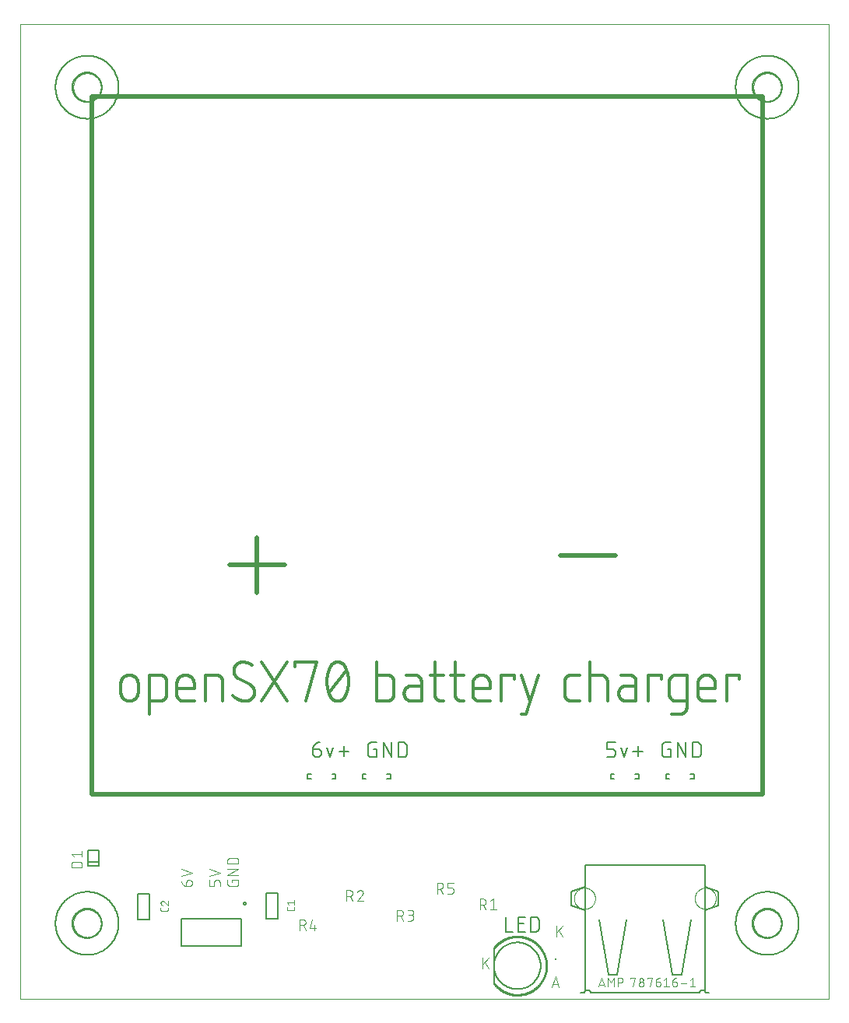
<source format=gto>
G04 EAGLE Gerber RS-274X export*
G75*
%MOMM*%
%FSLAX34Y34*%
%LPD*%
%INSilk top*%
%IPPOS*%
%AMOC8*
5,1,8,0,0,1.08239X$1,22.5*%
G01*
%ADD10C,0.001000*%
%ADD11C,0.508000*%
%ADD12C,0.152400*%
%ADD13C,0.355600*%
%ADD14C,0.101600*%
%ADD15C,0.203200*%
%ADD16C,0.076200*%
%ADD17C,0.000000*%
%ADD18C,0.254000*%
%ADD19C,0.127000*%
%ADD20R,0.200000X0.200000*%


D10*
X12286Y7998D02*
X892286Y7998D01*
X892286Y1068368D01*
X12286Y1068368D01*
X12286Y7998D01*
D11*
X240000Y480000D02*
X300000Y480000D01*
X600000Y490000D02*
X660000Y490000D01*
X820000Y990000D02*
X90000Y990000D01*
X820000Y990000D02*
X820000Y230000D01*
X90000Y230000D01*
X90000Y990000D01*
X270000Y510000D02*
X270000Y450000D01*
D12*
X330762Y279793D02*
X336181Y279793D01*
X336299Y279791D01*
X336417Y279785D01*
X336535Y279776D01*
X336652Y279762D01*
X336769Y279745D01*
X336886Y279724D01*
X337001Y279699D01*
X337116Y279670D01*
X337230Y279637D01*
X337342Y279601D01*
X337453Y279561D01*
X337563Y279518D01*
X337672Y279471D01*
X337779Y279421D01*
X337884Y279366D01*
X337987Y279309D01*
X338088Y279248D01*
X338188Y279184D01*
X338285Y279117D01*
X338380Y279047D01*
X338472Y278973D01*
X338563Y278897D01*
X338650Y278817D01*
X338735Y278735D01*
X338817Y278650D01*
X338897Y278563D01*
X338973Y278472D01*
X339047Y278380D01*
X339117Y278285D01*
X339184Y278188D01*
X339248Y278088D01*
X339309Y277987D01*
X339366Y277884D01*
X339421Y277779D01*
X339471Y277672D01*
X339518Y277563D01*
X339561Y277453D01*
X339601Y277342D01*
X339637Y277230D01*
X339670Y277116D01*
X339699Y277001D01*
X339724Y276886D01*
X339745Y276769D01*
X339762Y276652D01*
X339776Y276535D01*
X339785Y276417D01*
X339791Y276299D01*
X339793Y276181D01*
X339793Y275278D01*
X339794Y275278D02*
X339792Y275145D01*
X339786Y275013D01*
X339776Y274881D01*
X339763Y274749D01*
X339745Y274617D01*
X339724Y274487D01*
X339699Y274356D01*
X339670Y274227D01*
X339637Y274099D01*
X339601Y273971D01*
X339561Y273845D01*
X339517Y273720D01*
X339469Y273596D01*
X339418Y273474D01*
X339363Y273353D01*
X339305Y273234D01*
X339243Y273116D01*
X339178Y273001D01*
X339109Y272887D01*
X339038Y272776D01*
X338962Y272667D01*
X338884Y272560D01*
X338803Y272455D01*
X338718Y272353D01*
X338631Y272253D01*
X338541Y272156D01*
X338448Y272061D01*
X338352Y271970D01*
X338254Y271881D01*
X338153Y271795D01*
X338049Y271712D01*
X337943Y271632D01*
X337835Y271556D01*
X337725Y271482D01*
X337612Y271412D01*
X337498Y271345D01*
X337381Y271282D01*
X337263Y271222D01*
X337143Y271165D01*
X337021Y271112D01*
X336898Y271063D01*
X336774Y271017D01*
X336648Y270975D01*
X336521Y270937D01*
X336393Y270902D01*
X336264Y270871D01*
X336135Y270844D01*
X336004Y270821D01*
X335873Y270801D01*
X335741Y270786D01*
X335609Y270774D01*
X335477Y270766D01*
X335344Y270762D01*
X335212Y270762D01*
X335079Y270766D01*
X334947Y270774D01*
X334815Y270786D01*
X334683Y270801D01*
X334552Y270821D01*
X334421Y270844D01*
X334292Y270871D01*
X334163Y270902D01*
X334035Y270937D01*
X333908Y270975D01*
X333782Y271017D01*
X333658Y271063D01*
X333535Y271112D01*
X333413Y271165D01*
X333293Y271222D01*
X333175Y271282D01*
X333058Y271345D01*
X332944Y271412D01*
X332831Y271482D01*
X332721Y271556D01*
X332613Y271632D01*
X332507Y271712D01*
X332403Y271795D01*
X332302Y271881D01*
X332204Y271970D01*
X332108Y272061D01*
X332015Y272156D01*
X331925Y272253D01*
X331838Y272353D01*
X331753Y272455D01*
X331672Y272560D01*
X331594Y272667D01*
X331518Y272776D01*
X331447Y272887D01*
X331378Y273001D01*
X331313Y273116D01*
X331251Y273234D01*
X331193Y273353D01*
X331138Y273474D01*
X331087Y273596D01*
X331039Y273720D01*
X330995Y273845D01*
X330955Y273971D01*
X330919Y274099D01*
X330886Y274227D01*
X330857Y274356D01*
X330832Y274487D01*
X330811Y274617D01*
X330793Y274749D01*
X330780Y274881D01*
X330770Y275013D01*
X330764Y275145D01*
X330762Y275278D01*
X330762Y279793D01*
X330764Y279970D01*
X330771Y280148D01*
X330782Y280325D01*
X330797Y280501D01*
X330816Y280677D01*
X330840Y280853D01*
X330868Y281028D01*
X330901Y281203D01*
X330938Y281376D01*
X330979Y281549D01*
X331024Y281720D01*
X331073Y281890D01*
X331127Y282059D01*
X331184Y282227D01*
X331246Y282393D01*
X331312Y282558D01*
X331382Y282721D01*
X331456Y282882D01*
X331533Y283041D01*
X331615Y283199D01*
X331701Y283354D01*
X331790Y283507D01*
X331883Y283658D01*
X331980Y283807D01*
X332080Y283953D01*
X332184Y284097D01*
X332291Y284238D01*
X332402Y284376D01*
X332516Y284512D01*
X332634Y284645D01*
X332754Y284775D01*
X332878Y284902D01*
X333005Y285026D01*
X333135Y285146D01*
X333268Y285264D01*
X333403Y285378D01*
X333542Y285489D01*
X333683Y285596D01*
X333827Y285700D01*
X333973Y285800D01*
X334122Y285897D01*
X334273Y285990D01*
X334426Y286079D01*
X334581Y286165D01*
X334739Y286247D01*
X334898Y286324D01*
X335059Y286398D01*
X335222Y286468D01*
X335387Y286534D01*
X335553Y286596D01*
X335721Y286653D01*
X335890Y286707D01*
X336060Y286756D01*
X336231Y286801D01*
X336404Y286842D01*
X336577Y286879D01*
X336752Y286912D01*
X336927Y286940D01*
X337103Y286964D01*
X337279Y286983D01*
X337455Y286998D01*
X337632Y287009D01*
X337810Y287016D01*
X337987Y287018D01*
X345733Y281599D02*
X349346Y270762D01*
X352958Y281599D01*
X359037Y277084D02*
X369874Y277084D01*
X364456Y271665D02*
X364456Y282502D01*
X650762Y270762D02*
X656181Y270762D01*
X656299Y270764D01*
X656417Y270770D01*
X656535Y270779D01*
X656652Y270793D01*
X656769Y270810D01*
X656886Y270831D01*
X657001Y270856D01*
X657116Y270885D01*
X657230Y270918D01*
X657342Y270954D01*
X657453Y270994D01*
X657563Y271037D01*
X657672Y271084D01*
X657779Y271134D01*
X657884Y271189D01*
X657987Y271246D01*
X658088Y271307D01*
X658188Y271371D01*
X658285Y271438D01*
X658380Y271508D01*
X658472Y271582D01*
X658563Y271658D01*
X658650Y271738D01*
X658735Y271820D01*
X658817Y271905D01*
X658897Y271992D01*
X658973Y272083D01*
X659047Y272175D01*
X659117Y272270D01*
X659184Y272367D01*
X659248Y272467D01*
X659309Y272568D01*
X659366Y272671D01*
X659421Y272776D01*
X659471Y272883D01*
X659518Y272992D01*
X659561Y273102D01*
X659601Y273213D01*
X659637Y273325D01*
X659670Y273439D01*
X659699Y273554D01*
X659724Y273669D01*
X659745Y273786D01*
X659762Y273903D01*
X659776Y274020D01*
X659785Y274138D01*
X659791Y274256D01*
X659793Y274374D01*
X659793Y276181D01*
X659791Y276299D01*
X659785Y276417D01*
X659776Y276535D01*
X659762Y276652D01*
X659745Y276769D01*
X659724Y276886D01*
X659699Y277001D01*
X659670Y277116D01*
X659637Y277230D01*
X659601Y277342D01*
X659561Y277453D01*
X659518Y277563D01*
X659471Y277672D01*
X659421Y277779D01*
X659366Y277884D01*
X659309Y277987D01*
X659248Y278088D01*
X659184Y278188D01*
X659117Y278285D01*
X659047Y278380D01*
X658973Y278472D01*
X658897Y278563D01*
X658817Y278650D01*
X658735Y278735D01*
X658650Y278817D01*
X658563Y278897D01*
X658472Y278973D01*
X658380Y279047D01*
X658285Y279117D01*
X658188Y279184D01*
X658088Y279248D01*
X657987Y279309D01*
X657884Y279366D01*
X657779Y279421D01*
X657672Y279471D01*
X657563Y279518D01*
X657453Y279561D01*
X657342Y279601D01*
X657230Y279637D01*
X657116Y279670D01*
X657001Y279699D01*
X656886Y279724D01*
X656769Y279745D01*
X656652Y279762D01*
X656535Y279776D01*
X656417Y279785D01*
X656299Y279791D01*
X656181Y279793D01*
X650762Y279793D01*
X650762Y287018D01*
X659793Y287018D01*
X665733Y281599D02*
X669346Y270762D01*
X672958Y281599D01*
X679037Y277084D02*
X689874Y277084D01*
X684456Y271665D02*
X684456Y282502D01*
X399793Y279793D02*
X397084Y279793D01*
X399793Y279793D02*
X399793Y270762D01*
X394374Y270762D01*
X394256Y270764D01*
X394138Y270770D01*
X394020Y270779D01*
X393903Y270793D01*
X393786Y270810D01*
X393669Y270831D01*
X393554Y270856D01*
X393439Y270885D01*
X393325Y270918D01*
X393213Y270954D01*
X393102Y270994D01*
X392992Y271037D01*
X392883Y271084D01*
X392776Y271134D01*
X392671Y271189D01*
X392568Y271246D01*
X392467Y271307D01*
X392367Y271371D01*
X392270Y271438D01*
X392175Y271508D01*
X392083Y271582D01*
X391992Y271658D01*
X391905Y271738D01*
X391820Y271820D01*
X391738Y271905D01*
X391658Y271992D01*
X391582Y272083D01*
X391508Y272175D01*
X391438Y272270D01*
X391371Y272367D01*
X391307Y272467D01*
X391246Y272568D01*
X391189Y272671D01*
X391134Y272776D01*
X391084Y272883D01*
X391037Y272992D01*
X390994Y273102D01*
X390954Y273213D01*
X390918Y273325D01*
X390885Y273439D01*
X390856Y273554D01*
X390831Y273669D01*
X390810Y273786D01*
X390793Y273903D01*
X390779Y274020D01*
X390770Y274138D01*
X390764Y274256D01*
X390762Y274374D01*
X390762Y283406D01*
X390764Y283524D01*
X390770Y283642D01*
X390779Y283760D01*
X390793Y283877D01*
X390810Y283994D01*
X390831Y284111D01*
X390856Y284226D01*
X390885Y284341D01*
X390918Y284455D01*
X390954Y284567D01*
X390994Y284678D01*
X391037Y284788D01*
X391084Y284897D01*
X391134Y285004D01*
X391188Y285109D01*
X391246Y285212D01*
X391307Y285313D01*
X391371Y285413D01*
X391438Y285510D01*
X391508Y285605D01*
X391582Y285697D01*
X391658Y285788D01*
X391738Y285875D01*
X391820Y285960D01*
X391905Y286042D01*
X391992Y286122D01*
X392083Y286198D01*
X392175Y286272D01*
X392270Y286342D01*
X392367Y286409D01*
X392467Y286473D01*
X392568Y286534D01*
X392671Y286591D01*
X392776Y286645D01*
X392883Y286696D01*
X392992Y286743D01*
X393102Y286786D01*
X393213Y286826D01*
X393325Y286862D01*
X393439Y286895D01*
X393554Y286924D01*
X393669Y286949D01*
X393786Y286970D01*
X393903Y286987D01*
X394020Y287001D01*
X394138Y287010D01*
X394256Y287016D01*
X394374Y287018D01*
X399793Y287018D01*
X407435Y287018D02*
X407435Y270762D01*
X416466Y270762D02*
X407435Y287018D01*
X416466Y287018D02*
X416466Y270762D01*
X424109Y270762D02*
X424109Y287018D01*
X428624Y287018D01*
X428755Y287016D01*
X428887Y287010D01*
X429018Y287001D01*
X429148Y286987D01*
X429279Y286970D01*
X429408Y286949D01*
X429537Y286925D01*
X429665Y286896D01*
X429793Y286864D01*
X429919Y286828D01*
X430044Y286789D01*
X430169Y286746D01*
X430291Y286699D01*
X430413Y286649D01*
X430533Y286595D01*
X430651Y286538D01*
X430767Y286477D01*
X430882Y286413D01*
X430995Y286346D01*
X431106Y286275D01*
X431214Y286201D01*
X431321Y286124D01*
X431425Y286044D01*
X431527Y285961D01*
X431626Y285876D01*
X431723Y285787D01*
X431817Y285695D01*
X431909Y285601D01*
X431998Y285504D01*
X432083Y285405D01*
X432166Y285303D01*
X432246Y285199D01*
X432323Y285092D01*
X432397Y284984D01*
X432468Y284873D01*
X432535Y284760D01*
X432599Y284645D01*
X432660Y284529D01*
X432717Y284411D01*
X432771Y284291D01*
X432821Y284169D01*
X432868Y284047D01*
X432911Y283922D01*
X432950Y283797D01*
X432986Y283671D01*
X433018Y283543D01*
X433047Y283415D01*
X433071Y283286D01*
X433092Y283157D01*
X433109Y283026D01*
X433123Y282896D01*
X433132Y282765D01*
X433138Y282633D01*
X433140Y282502D01*
X433140Y275278D01*
X433138Y275147D01*
X433132Y275015D01*
X433123Y274884D01*
X433109Y274754D01*
X433092Y274623D01*
X433071Y274494D01*
X433047Y274365D01*
X433018Y274237D01*
X432986Y274109D01*
X432950Y273983D01*
X432911Y273858D01*
X432868Y273733D01*
X432821Y273611D01*
X432771Y273489D01*
X432717Y273369D01*
X432660Y273251D01*
X432599Y273135D01*
X432535Y273020D01*
X432468Y272907D01*
X432397Y272796D01*
X432323Y272688D01*
X432246Y272581D01*
X432166Y272477D01*
X432083Y272375D01*
X431998Y272276D01*
X431909Y272179D01*
X431817Y272085D01*
X431723Y271993D01*
X431626Y271904D01*
X431527Y271819D01*
X431425Y271736D01*
X431321Y271656D01*
X431214Y271579D01*
X431106Y271505D01*
X430995Y271434D01*
X430882Y271367D01*
X430767Y271303D01*
X430651Y271242D01*
X430533Y271185D01*
X430413Y271131D01*
X430291Y271081D01*
X430169Y271034D01*
X430044Y270991D01*
X429919Y270952D01*
X429793Y270916D01*
X429665Y270884D01*
X429537Y270855D01*
X429408Y270831D01*
X429278Y270810D01*
X429148Y270793D01*
X429018Y270779D01*
X428887Y270770D01*
X428755Y270764D01*
X428624Y270762D01*
X424109Y270762D01*
X717084Y279793D02*
X719793Y279793D01*
X719793Y270762D01*
X714374Y270762D01*
X714256Y270764D01*
X714138Y270770D01*
X714020Y270779D01*
X713903Y270793D01*
X713786Y270810D01*
X713669Y270831D01*
X713554Y270856D01*
X713439Y270885D01*
X713325Y270918D01*
X713213Y270954D01*
X713102Y270994D01*
X712992Y271037D01*
X712883Y271084D01*
X712776Y271134D01*
X712671Y271189D01*
X712568Y271246D01*
X712467Y271307D01*
X712367Y271371D01*
X712270Y271438D01*
X712175Y271508D01*
X712083Y271582D01*
X711992Y271658D01*
X711905Y271738D01*
X711820Y271820D01*
X711738Y271905D01*
X711658Y271992D01*
X711582Y272083D01*
X711508Y272175D01*
X711438Y272270D01*
X711371Y272367D01*
X711307Y272467D01*
X711246Y272568D01*
X711189Y272671D01*
X711134Y272776D01*
X711084Y272883D01*
X711037Y272992D01*
X710994Y273102D01*
X710954Y273213D01*
X710918Y273325D01*
X710885Y273439D01*
X710856Y273554D01*
X710831Y273669D01*
X710810Y273786D01*
X710793Y273903D01*
X710779Y274020D01*
X710770Y274138D01*
X710764Y274256D01*
X710762Y274374D01*
X710762Y283406D01*
X710764Y283524D01*
X710770Y283642D01*
X710779Y283760D01*
X710793Y283877D01*
X710810Y283994D01*
X710831Y284111D01*
X710856Y284226D01*
X710885Y284341D01*
X710918Y284455D01*
X710954Y284567D01*
X710994Y284678D01*
X711037Y284788D01*
X711084Y284897D01*
X711134Y285004D01*
X711188Y285109D01*
X711246Y285212D01*
X711307Y285313D01*
X711371Y285413D01*
X711438Y285510D01*
X711508Y285605D01*
X711582Y285697D01*
X711658Y285788D01*
X711738Y285875D01*
X711820Y285960D01*
X711905Y286042D01*
X711992Y286122D01*
X712083Y286198D01*
X712175Y286272D01*
X712270Y286342D01*
X712367Y286409D01*
X712467Y286473D01*
X712568Y286534D01*
X712671Y286591D01*
X712776Y286645D01*
X712883Y286696D01*
X712992Y286743D01*
X713102Y286786D01*
X713213Y286826D01*
X713325Y286862D01*
X713439Y286895D01*
X713554Y286924D01*
X713669Y286949D01*
X713786Y286970D01*
X713903Y286987D01*
X714020Y287001D01*
X714138Y287010D01*
X714256Y287016D01*
X714374Y287018D01*
X719793Y287018D01*
X727435Y287018D02*
X727435Y270762D01*
X736466Y270762D02*
X727435Y287018D01*
X736466Y287018D02*
X736466Y270762D01*
X744109Y270762D02*
X744109Y287018D01*
X748624Y287018D01*
X748755Y287016D01*
X748887Y287010D01*
X749018Y287001D01*
X749148Y286987D01*
X749279Y286970D01*
X749408Y286949D01*
X749537Y286925D01*
X749665Y286896D01*
X749793Y286864D01*
X749919Y286828D01*
X750044Y286789D01*
X750169Y286746D01*
X750291Y286699D01*
X750413Y286649D01*
X750533Y286595D01*
X750651Y286538D01*
X750767Y286477D01*
X750882Y286413D01*
X750995Y286346D01*
X751106Y286275D01*
X751214Y286201D01*
X751321Y286124D01*
X751425Y286044D01*
X751527Y285961D01*
X751626Y285876D01*
X751723Y285787D01*
X751817Y285695D01*
X751909Y285601D01*
X751998Y285504D01*
X752083Y285405D01*
X752166Y285303D01*
X752246Y285199D01*
X752323Y285092D01*
X752397Y284984D01*
X752468Y284873D01*
X752535Y284760D01*
X752599Y284645D01*
X752660Y284529D01*
X752717Y284411D01*
X752771Y284291D01*
X752821Y284169D01*
X752868Y284047D01*
X752911Y283922D01*
X752950Y283797D01*
X752986Y283671D01*
X753018Y283543D01*
X753047Y283415D01*
X753071Y283286D01*
X753092Y283157D01*
X753109Y283026D01*
X753123Y282896D01*
X753132Y282765D01*
X753138Y282633D01*
X753140Y282502D01*
X753140Y275278D01*
X753138Y275147D01*
X753132Y275015D01*
X753123Y274884D01*
X753109Y274754D01*
X753092Y274623D01*
X753071Y274494D01*
X753047Y274365D01*
X753018Y274237D01*
X752986Y274109D01*
X752950Y273983D01*
X752911Y273858D01*
X752868Y273733D01*
X752821Y273611D01*
X752771Y273489D01*
X752717Y273369D01*
X752660Y273251D01*
X752599Y273135D01*
X752535Y273020D01*
X752468Y272907D01*
X752397Y272796D01*
X752323Y272688D01*
X752246Y272581D01*
X752166Y272477D01*
X752083Y272375D01*
X751998Y272276D01*
X751909Y272179D01*
X751817Y272085D01*
X751723Y271993D01*
X751626Y271904D01*
X751527Y271819D01*
X751425Y271736D01*
X751321Y271656D01*
X751214Y271579D01*
X751106Y271505D01*
X750995Y271434D01*
X750882Y271367D01*
X750767Y271303D01*
X750651Y271242D01*
X750533Y271185D01*
X750413Y271131D01*
X750291Y271081D01*
X750169Y271034D01*
X750044Y270991D01*
X749919Y270952D01*
X749793Y270916D01*
X749665Y270884D01*
X749537Y270855D01*
X749408Y270831D01*
X749278Y270810D01*
X749148Y270793D01*
X749018Y270779D01*
X748887Y270770D01*
X748755Y270764D01*
X748624Y270762D01*
X744109Y270762D01*
X540762Y97018D02*
X540762Y80762D01*
X547987Y80762D01*
X554309Y80762D02*
X561534Y80762D01*
X554309Y80762D02*
X554309Y97018D01*
X561534Y97018D01*
X559728Y89793D02*
X554309Y89793D01*
X567826Y97018D02*
X567826Y80762D01*
X567826Y97018D02*
X572342Y97018D01*
X572473Y97016D01*
X572605Y97010D01*
X572736Y97001D01*
X572866Y96987D01*
X572997Y96970D01*
X573126Y96949D01*
X573255Y96925D01*
X573383Y96896D01*
X573511Y96864D01*
X573637Y96828D01*
X573762Y96789D01*
X573887Y96746D01*
X574009Y96699D01*
X574131Y96649D01*
X574251Y96595D01*
X574369Y96538D01*
X574485Y96477D01*
X574600Y96413D01*
X574713Y96346D01*
X574824Y96275D01*
X574932Y96201D01*
X575039Y96124D01*
X575143Y96044D01*
X575245Y95961D01*
X575344Y95876D01*
X575441Y95787D01*
X575535Y95695D01*
X575627Y95601D01*
X575716Y95504D01*
X575801Y95405D01*
X575884Y95303D01*
X575964Y95199D01*
X576041Y95092D01*
X576115Y94984D01*
X576186Y94873D01*
X576253Y94760D01*
X576317Y94645D01*
X576378Y94529D01*
X576435Y94411D01*
X576489Y94291D01*
X576539Y94169D01*
X576586Y94047D01*
X576629Y93922D01*
X576668Y93797D01*
X576704Y93671D01*
X576736Y93543D01*
X576765Y93415D01*
X576789Y93286D01*
X576810Y93157D01*
X576827Y93026D01*
X576841Y92896D01*
X576850Y92765D01*
X576856Y92633D01*
X576858Y92502D01*
X576857Y92502D02*
X576857Y85278D01*
X576858Y85278D02*
X576856Y85147D01*
X576850Y85015D01*
X576841Y84884D01*
X576827Y84754D01*
X576810Y84623D01*
X576789Y84494D01*
X576765Y84365D01*
X576736Y84237D01*
X576704Y84109D01*
X576668Y83983D01*
X576629Y83858D01*
X576586Y83733D01*
X576539Y83611D01*
X576489Y83489D01*
X576435Y83369D01*
X576378Y83251D01*
X576317Y83135D01*
X576253Y83020D01*
X576186Y82907D01*
X576115Y82796D01*
X576041Y82688D01*
X575964Y82581D01*
X575884Y82477D01*
X575801Y82375D01*
X575716Y82276D01*
X575627Y82179D01*
X575535Y82085D01*
X575441Y81993D01*
X575344Y81904D01*
X575245Y81819D01*
X575143Y81736D01*
X575039Y81656D01*
X574932Y81579D01*
X574824Y81505D01*
X574713Y81434D01*
X574600Y81367D01*
X574485Y81303D01*
X574369Y81242D01*
X574251Y81185D01*
X574131Y81131D01*
X574009Y81081D01*
X573887Y81034D01*
X573762Y80991D01*
X573637Y80952D01*
X573511Y80916D01*
X573383Y80884D01*
X573255Y80855D01*
X573126Y80831D01*
X572996Y80810D01*
X572866Y80793D01*
X572736Y80779D01*
X572605Y80770D01*
X572473Y80764D01*
X572342Y80762D01*
X567826Y80762D01*
D13*
X121778Y341210D02*
X121778Y350642D01*
X121781Y350872D01*
X121789Y351101D01*
X121803Y351330D01*
X121823Y351559D01*
X121848Y351788D01*
X121879Y352015D01*
X121915Y352242D01*
X121956Y352468D01*
X122004Y352693D01*
X122056Y352916D01*
X122114Y353139D01*
X122178Y353359D01*
X122247Y353578D01*
X122321Y353796D01*
X122400Y354011D01*
X122485Y354225D01*
X122575Y354436D01*
X122670Y354645D01*
X122770Y354852D01*
X122875Y355057D01*
X122985Y355258D01*
X123100Y355457D01*
X123219Y355653D01*
X123344Y355846D01*
X123473Y356036D01*
X123606Y356223D01*
X123745Y356407D01*
X123887Y356587D01*
X124034Y356763D01*
X124185Y356936D01*
X124341Y357105D01*
X124500Y357271D01*
X124663Y357432D01*
X124831Y357590D01*
X125002Y357743D01*
X125177Y357892D01*
X125355Y358037D01*
X125537Y358177D01*
X125722Y358313D01*
X125910Y358444D01*
X126102Y358571D01*
X126296Y358693D01*
X126494Y358810D01*
X126694Y358923D01*
X126897Y359030D01*
X127103Y359133D01*
X127311Y359230D01*
X127521Y359323D01*
X127734Y359410D01*
X127948Y359492D01*
X128165Y359569D01*
X128383Y359640D01*
X128603Y359707D01*
X128824Y359767D01*
X129047Y359823D01*
X129271Y359873D01*
X129497Y359917D01*
X129723Y359956D01*
X129950Y359990D01*
X130178Y360017D01*
X130407Y360040D01*
X130636Y360057D01*
X130866Y360068D01*
X131095Y360073D01*
X131325Y360073D01*
X131554Y360068D01*
X131784Y360057D01*
X132013Y360040D01*
X132242Y360017D01*
X132470Y359990D01*
X132697Y359956D01*
X132923Y359917D01*
X133149Y359873D01*
X133373Y359823D01*
X133596Y359767D01*
X133817Y359707D01*
X134037Y359640D01*
X134255Y359569D01*
X134472Y359492D01*
X134686Y359410D01*
X134899Y359323D01*
X135109Y359230D01*
X135317Y359133D01*
X135523Y359030D01*
X135726Y358923D01*
X135926Y358810D01*
X136124Y358693D01*
X136318Y358571D01*
X136510Y358444D01*
X136698Y358313D01*
X136883Y358177D01*
X137065Y358037D01*
X137243Y357892D01*
X137418Y357743D01*
X137589Y357590D01*
X137757Y357432D01*
X137920Y357271D01*
X138079Y357105D01*
X138235Y356936D01*
X138386Y356763D01*
X138533Y356587D01*
X138675Y356407D01*
X138814Y356223D01*
X138947Y356036D01*
X139076Y355846D01*
X139201Y355653D01*
X139320Y355457D01*
X139435Y355258D01*
X139545Y355057D01*
X139650Y354852D01*
X139750Y354645D01*
X139845Y354436D01*
X139935Y354225D01*
X140020Y354011D01*
X140099Y353796D01*
X140173Y353578D01*
X140242Y353359D01*
X140306Y353139D01*
X140364Y352916D01*
X140416Y352693D01*
X140464Y352468D01*
X140505Y352242D01*
X140541Y352015D01*
X140572Y351788D01*
X140597Y351559D01*
X140617Y351330D01*
X140631Y351101D01*
X140639Y350872D01*
X140642Y350642D01*
X140642Y341210D01*
X140639Y340980D01*
X140631Y340751D01*
X140617Y340522D01*
X140597Y340293D01*
X140572Y340064D01*
X140541Y339837D01*
X140505Y339610D01*
X140464Y339384D01*
X140416Y339159D01*
X140364Y338936D01*
X140306Y338713D01*
X140242Y338493D01*
X140173Y338274D01*
X140099Y338056D01*
X140020Y337841D01*
X139935Y337627D01*
X139845Y337416D01*
X139750Y337207D01*
X139650Y337000D01*
X139545Y336795D01*
X139435Y336594D01*
X139320Y336395D01*
X139201Y336199D01*
X139076Y336006D01*
X138947Y335816D01*
X138814Y335629D01*
X138675Y335445D01*
X138533Y335265D01*
X138386Y335089D01*
X138235Y334916D01*
X138079Y334747D01*
X137920Y334581D01*
X137757Y334420D01*
X137589Y334262D01*
X137418Y334109D01*
X137243Y333960D01*
X137065Y333815D01*
X136883Y333675D01*
X136698Y333539D01*
X136510Y333408D01*
X136318Y333281D01*
X136124Y333159D01*
X135926Y333042D01*
X135726Y332929D01*
X135523Y332822D01*
X135317Y332719D01*
X135109Y332622D01*
X134899Y332529D01*
X134686Y332442D01*
X134472Y332360D01*
X134255Y332283D01*
X134037Y332212D01*
X133817Y332145D01*
X133596Y332085D01*
X133373Y332029D01*
X133149Y331979D01*
X132923Y331935D01*
X132697Y331896D01*
X132470Y331862D01*
X132242Y331835D01*
X132013Y331812D01*
X131784Y331795D01*
X131554Y331784D01*
X131325Y331779D01*
X131095Y331779D01*
X130866Y331784D01*
X130636Y331795D01*
X130407Y331812D01*
X130178Y331835D01*
X129950Y331862D01*
X129723Y331896D01*
X129497Y331935D01*
X129271Y331979D01*
X129047Y332029D01*
X128824Y332085D01*
X128603Y332145D01*
X128383Y332212D01*
X128165Y332283D01*
X127948Y332360D01*
X127734Y332442D01*
X127521Y332529D01*
X127311Y332622D01*
X127103Y332719D01*
X126897Y332822D01*
X126694Y332929D01*
X126494Y333042D01*
X126296Y333159D01*
X126102Y333281D01*
X125910Y333408D01*
X125722Y333539D01*
X125537Y333675D01*
X125355Y333815D01*
X125177Y333960D01*
X125002Y334109D01*
X124831Y334262D01*
X124663Y334420D01*
X124500Y334581D01*
X124341Y334747D01*
X124185Y334916D01*
X124034Y335089D01*
X123887Y335265D01*
X123745Y335445D01*
X123606Y335629D01*
X123473Y335816D01*
X123344Y336006D01*
X123219Y336199D01*
X123100Y336395D01*
X122985Y336594D01*
X122875Y336795D01*
X122770Y337000D01*
X122670Y337207D01*
X122575Y337416D01*
X122485Y337627D01*
X122400Y337841D01*
X122321Y338056D01*
X122247Y338274D01*
X122178Y338493D01*
X122114Y338713D01*
X122056Y338936D01*
X122004Y339159D01*
X121956Y339384D01*
X121915Y339610D01*
X121879Y339837D01*
X121848Y340064D01*
X121823Y340293D01*
X121803Y340522D01*
X121789Y340751D01*
X121781Y340980D01*
X121778Y341210D01*
X152795Y360074D02*
X152795Y317630D01*
X152795Y360074D02*
X164585Y360074D01*
X164756Y360072D01*
X164927Y360066D01*
X165097Y360055D01*
X165268Y360041D01*
X165438Y360022D01*
X165607Y360000D01*
X165776Y359973D01*
X165944Y359942D01*
X166111Y359907D01*
X166278Y359868D01*
X166443Y359826D01*
X166608Y359779D01*
X166771Y359728D01*
X166933Y359673D01*
X167093Y359614D01*
X167253Y359552D01*
X167410Y359485D01*
X167566Y359415D01*
X167720Y359341D01*
X167872Y359264D01*
X168023Y359182D01*
X168171Y359098D01*
X168318Y359009D01*
X168462Y358917D01*
X168603Y358822D01*
X168743Y358723D01*
X168880Y358621D01*
X169015Y358515D01*
X169147Y358407D01*
X169276Y358295D01*
X169403Y358180D01*
X169526Y358062D01*
X169647Y357941D01*
X169765Y357818D01*
X169880Y357691D01*
X169992Y357562D01*
X170100Y357430D01*
X170206Y357295D01*
X170308Y357158D01*
X170407Y357018D01*
X170502Y356877D01*
X170594Y356733D01*
X170683Y356586D01*
X170767Y356438D01*
X170849Y356287D01*
X170926Y356135D01*
X171000Y355981D01*
X171070Y355825D01*
X171137Y355668D01*
X171199Y355508D01*
X171258Y355348D01*
X171313Y355186D01*
X171364Y355023D01*
X171411Y354858D01*
X171453Y354693D01*
X171492Y354526D01*
X171527Y354359D01*
X171558Y354191D01*
X171585Y354022D01*
X171607Y353853D01*
X171626Y353683D01*
X171640Y353512D01*
X171651Y353342D01*
X171657Y353171D01*
X171659Y353000D01*
X171659Y338852D01*
X171657Y338681D01*
X171651Y338510D01*
X171640Y338340D01*
X171626Y338169D01*
X171607Y337999D01*
X171585Y337830D01*
X171558Y337661D01*
X171527Y337493D01*
X171492Y337326D01*
X171453Y337159D01*
X171411Y336994D01*
X171364Y336829D01*
X171313Y336666D01*
X171258Y336504D01*
X171199Y336344D01*
X171137Y336184D01*
X171070Y336027D01*
X171000Y335871D01*
X170926Y335717D01*
X170849Y335565D01*
X170767Y335414D01*
X170683Y335266D01*
X170594Y335119D01*
X170502Y334975D01*
X170407Y334834D01*
X170308Y334694D01*
X170206Y334557D01*
X170100Y334422D01*
X169992Y334290D01*
X169880Y334161D01*
X169765Y334034D01*
X169647Y333911D01*
X169526Y333790D01*
X169403Y333672D01*
X169276Y333557D01*
X169147Y333445D01*
X169015Y333337D01*
X168880Y333231D01*
X168743Y333129D01*
X168603Y333030D01*
X168462Y332935D01*
X168318Y332843D01*
X168171Y332754D01*
X168023Y332670D01*
X167872Y332588D01*
X167720Y332511D01*
X167566Y332437D01*
X167410Y332367D01*
X167253Y332300D01*
X167093Y332238D01*
X166933Y332179D01*
X166771Y332124D01*
X166608Y332073D01*
X166443Y332026D01*
X166278Y331984D01*
X166111Y331945D01*
X165944Y331910D01*
X165776Y331879D01*
X165607Y331852D01*
X165438Y331830D01*
X165268Y331811D01*
X165097Y331797D01*
X164927Y331786D01*
X164756Y331780D01*
X164585Y331778D01*
X152795Y331778D01*
X189802Y331778D02*
X201592Y331778D01*
X189802Y331778D02*
X189631Y331780D01*
X189460Y331786D01*
X189290Y331797D01*
X189119Y331811D01*
X188949Y331830D01*
X188780Y331852D01*
X188611Y331879D01*
X188443Y331910D01*
X188276Y331945D01*
X188109Y331984D01*
X187944Y332026D01*
X187779Y332073D01*
X187616Y332124D01*
X187454Y332179D01*
X187294Y332238D01*
X187134Y332300D01*
X186977Y332367D01*
X186821Y332437D01*
X186667Y332511D01*
X186515Y332588D01*
X186364Y332670D01*
X186216Y332754D01*
X186069Y332843D01*
X185925Y332935D01*
X185784Y333030D01*
X185644Y333129D01*
X185507Y333231D01*
X185372Y333337D01*
X185240Y333445D01*
X185111Y333557D01*
X184984Y333672D01*
X184861Y333790D01*
X184740Y333911D01*
X184622Y334034D01*
X184507Y334161D01*
X184395Y334290D01*
X184287Y334422D01*
X184181Y334557D01*
X184079Y334694D01*
X183980Y334834D01*
X183885Y334975D01*
X183793Y335119D01*
X183704Y335266D01*
X183620Y335414D01*
X183538Y335565D01*
X183461Y335717D01*
X183387Y335871D01*
X183317Y336027D01*
X183250Y336184D01*
X183188Y336344D01*
X183129Y336504D01*
X183074Y336666D01*
X183023Y336829D01*
X182976Y336994D01*
X182934Y337159D01*
X182895Y337326D01*
X182860Y337493D01*
X182829Y337661D01*
X182802Y337830D01*
X182780Y337999D01*
X182761Y338169D01*
X182747Y338340D01*
X182736Y338510D01*
X182730Y338681D01*
X182728Y338852D01*
X182728Y350642D01*
X182731Y350872D01*
X182739Y351101D01*
X182753Y351330D01*
X182773Y351559D01*
X182798Y351788D01*
X182829Y352015D01*
X182865Y352242D01*
X182906Y352468D01*
X182954Y352693D01*
X183006Y352916D01*
X183064Y353139D01*
X183128Y353359D01*
X183197Y353578D01*
X183271Y353796D01*
X183350Y354011D01*
X183435Y354225D01*
X183525Y354436D01*
X183620Y354645D01*
X183720Y354852D01*
X183825Y355057D01*
X183935Y355258D01*
X184050Y355457D01*
X184169Y355653D01*
X184294Y355846D01*
X184423Y356036D01*
X184556Y356223D01*
X184695Y356407D01*
X184837Y356587D01*
X184984Y356763D01*
X185135Y356936D01*
X185291Y357105D01*
X185450Y357271D01*
X185613Y357432D01*
X185781Y357590D01*
X185952Y357743D01*
X186127Y357892D01*
X186305Y358037D01*
X186487Y358177D01*
X186672Y358313D01*
X186860Y358444D01*
X187052Y358571D01*
X187246Y358693D01*
X187444Y358810D01*
X187644Y358923D01*
X187847Y359030D01*
X188053Y359133D01*
X188261Y359230D01*
X188471Y359323D01*
X188684Y359410D01*
X188898Y359492D01*
X189115Y359569D01*
X189333Y359640D01*
X189553Y359707D01*
X189774Y359767D01*
X189997Y359823D01*
X190221Y359873D01*
X190447Y359917D01*
X190673Y359956D01*
X190900Y359990D01*
X191128Y360017D01*
X191357Y360040D01*
X191586Y360057D01*
X191816Y360068D01*
X192045Y360073D01*
X192275Y360073D01*
X192504Y360068D01*
X192734Y360057D01*
X192963Y360040D01*
X193192Y360017D01*
X193420Y359990D01*
X193647Y359956D01*
X193873Y359917D01*
X194099Y359873D01*
X194323Y359823D01*
X194546Y359767D01*
X194767Y359707D01*
X194987Y359640D01*
X195205Y359569D01*
X195422Y359492D01*
X195636Y359410D01*
X195849Y359323D01*
X196059Y359230D01*
X196267Y359133D01*
X196473Y359030D01*
X196676Y358923D01*
X196876Y358810D01*
X197074Y358693D01*
X197268Y358571D01*
X197460Y358444D01*
X197648Y358313D01*
X197833Y358177D01*
X198015Y358037D01*
X198193Y357892D01*
X198368Y357743D01*
X198539Y357590D01*
X198707Y357432D01*
X198870Y357271D01*
X199029Y357105D01*
X199185Y356936D01*
X199336Y356763D01*
X199483Y356587D01*
X199625Y356407D01*
X199764Y356223D01*
X199897Y356036D01*
X200026Y355846D01*
X200151Y355653D01*
X200270Y355457D01*
X200385Y355258D01*
X200495Y355057D01*
X200600Y354852D01*
X200700Y354645D01*
X200795Y354436D01*
X200885Y354225D01*
X200970Y354011D01*
X201049Y353796D01*
X201123Y353578D01*
X201192Y353359D01*
X201256Y353139D01*
X201314Y352916D01*
X201366Y352693D01*
X201414Y352468D01*
X201455Y352242D01*
X201491Y352015D01*
X201522Y351788D01*
X201547Y351559D01*
X201567Y351330D01*
X201581Y351101D01*
X201589Y350872D01*
X201592Y350642D01*
X201592Y345926D01*
X182728Y345926D01*
X213778Y331778D02*
X213778Y360074D01*
X225568Y360074D01*
X225739Y360072D01*
X225910Y360066D01*
X226080Y360055D01*
X226251Y360041D01*
X226421Y360022D01*
X226590Y360000D01*
X226759Y359973D01*
X226927Y359942D01*
X227094Y359907D01*
X227261Y359868D01*
X227426Y359826D01*
X227591Y359779D01*
X227754Y359728D01*
X227916Y359673D01*
X228076Y359614D01*
X228236Y359552D01*
X228393Y359485D01*
X228549Y359415D01*
X228703Y359341D01*
X228855Y359264D01*
X229006Y359182D01*
X229154Y359098D01*
X229301Y359009D01*
X229445Y358917D01*
X229586Y358822D01*
X229726Y358723D01*
X229863Y358621D01*
X229998Y358515D01*
X230130Y358407D01*
X230259Y358295D01*
X230386Y358180D01*
X230509Y358062D01*
X230630Y357941D01*
X230748Y357818D01*
X230863Y357691D01*
X230975Y357562D01*
X231083Y357430D01*
X231189Y357295D01*
X231291Y357158D01*
X231390Y357018D01*
X231485Y356877D01*
X231577Y356733D01*
X231666Y356586D01*
X231750Y356438D01*
X231832Y356287D01*
X231909Y356135D01*
X231983Y355981D01*
X232053Y355825D01*
X232120Y355668D01*
X232182Y355508D01*
X232241Y355348D01*
X232296Y355186D01*
X232347Y355023D01*
X232394Y354858D01*
X232436Y354693D01*
X232475Y354526D01*
X232510Y354359D01*
X232541Y354191D01*
X232568Y354022D01*
X232590Y353853D01*
X232609Y353683D01*
X232623Y353512D01*
X232634Y353342D01*
X232640Y353171D01*
X232642Y353000D01*
X232642Y331778D01*
X257768Y331778D02*
X257996Y331781D01*
X258224Y331789D01*
X258451Y331803D01*
X258678Y331822D01*
X258905Y331847D01*
X259131Y331877D01*
X259356Y331913D01*
X259580Y331954D01*
X259803Y332000D01*
X260025Y332052D01*
X260246Y332109D01*
X260465Y332172D01*
X260683Y332240D01*
X260899Y332313D01*
X261113Y332391D01*
X261325Y332474D01*
X261535Y332563D01*
X261743Y332656D01*
X261948Y332755D01*
X262151Y332858D01*
X262352Y332967D01*
X262550Y333080D01*
X262745Y333198D01*
X262937Y333320D01*
X263126Y333448D01*
X263312Y333579D01*
X263495Y333716D01*
X263674Y333856D01*
X263850Y334001D01*
X264023Y334150D01*
X264191Y334303D01*
X264356Y334460D01*
X264518Y334622D01*
X264675Y334787D01*
X264828Y334955D01*
X264977Y335128D01*
X265122Y335304D01*
X265262Y335483D01*
X265399Y335666D01*
X265530Y335852D01*
X265658Y336041D01*
X265780Y336233D01*
X265898Y336428D01*
X266011Y336626D01*
X266120Y336827D01*
X266223Y337030D01*
X266322Y337235D01*
X266415Y337443D01*
X266504Y337653D01*
X266587Y337865D01*
X266665Y338079D01*
X266738Y338295D01*
X266806Y338513D01*
X266869Y338732D01*
X266926Y338953D01*
X266978Y339175D01*
X267024Y339398D01*
X267065Y339622D01*
X267101Y339847D01*
X267131Y340073D01*
X267156Y340300D01*
X267175Y340527D01*
X267189Y340754D01*
X267197Y340982D01*
X267200Y341210D01*
X257768Y331778D02*
X257291Y331784D01*
X256815Y331801D01*
X256339Y331829D01*
X255864Y331869D01*
X255390Y331920D01*
X254917Y331983D01*
X254446Y332057D01*
X253977Y332142D01*
X253510Y332238D01*
X253046Y332346D01*
X252584Y332464D01*
X252125Y332594D01*
X251670Y332734D01*
X251218Y332885D01*
X250769Y333048D01*
X250325Y333220D01*
X249885Y333404D01*
X249450Y333598D01*
X249019Y333802D01*
X248593Y334016D01*
X248172Y334241D01*
X247757Y334475D01*
X247348Y334720D01*
X246945Y334974D01*
X246548Y335238D01*
X246157Y335511D01*
X245773Y335793D01*
X245396Y336085D01*
X245026Y336385D01*
X244663Y336694D01*
X244307Y337012D01*
X243960Y337339D01*
X243620Y337673D01*
X244799Y364790D02*
X244802Y365018D01*
X244810Y365246D01*
X244824Y365473D01*
X244843Y365700D01*
X244868Y365927D01*
X244898Y366153D01*
X244934Y366378D01*
X244975Y366602D01*
X245021Y366825D01*
X245073Y367047D01*
X245130Y367268D01*
X245193Y367487D01*
X245261Y367705D01*
X245334Y367921D01*
X245412Y368135D01*
X245495Y368347D01*
X245584Y368557D01*
X245677Y368765D01*
X245776Y368970D01*
X245879Y369173D01*
X245988Y369374D01*
X246101Y369572D01*
X246219Y369767D01*
X246341Y369959D01*
X246469Y370148D01*
X246600Y370334D01*
X246737Y370517D01*
X246877Y370696D01*
X247022Y370872D01*
X247171Y371045D01*
X247324Y371213D01*
X247481Y371378D01*
X247643Y371540D01*
X247808Y371697D01*
X247976Y371850D01*
X248149Y371999D01*
X248325Y372144D01*
X248504Y372284D01*
X248687Y372421D01*
X248873Y372552D01*
X249062Y372680D01*
X249254Y372802D01*
X249449Y372920D01*
X249647Y373033D01*
X249848Y373142D01*
X250051Y373245D01*
X250256Y373344D01*
X250464Y373437D01*
X250674Y373526D01*
X250886Y373609D01*
X251100Y373687D01*
X251316Y373760D01*
X251534Y373828D01*
X251753Y373891D01*
X251974Y373948D01*
X252196Y374000D01*
X252419Y374046D01*
X252643Y374087D01*
X252868Y374123D01*
X253094Y374153D01*
X253321Y374178D01*
X253548Y374197D01*
X253775Y374211D01*
X254003Y374219D01*
X254231Y374222D01*
X254652Y374217D01*
X255074Y374202D01*
X255494Y374177D01*
X255914Y374142D01*
X256333Y374097D01*
X256751Y374041D01*
X257168Y373976D01*
X257583Y373902D01*
X257995Y373817D01*
X258406Y373722D01*
X258814Y373618D01*
X259220Y373504D01*
X259623Y373380D01*
X260023Y373247D01*
X260420Y373104D01*
X260813Y372952D01*
X261202Y372790D01*
X261587Y372619D01*
X261968Y372440D01*
X262345Y372251D01*
X262717Y372053D01*
X263085Y371846D01*
X263447Y371631D01*
X263804Y371407D01*
X264156Y371175D01*
X264502Y370934D01*
X264842Y370685D01*
X249515Y356537D02*
X249317Y356657D01*
X249122Y356782D01*
X248930Y356911D01*
X248742Y357045D01*
X248556Y357183D01*
X248374Y357326D01*
X248196Y357473D01*
X248021Y357624D01*
X247850Y357780D01*
X247682Y357940D01*
X247519Y358103D01*
X247360Y358271D01*
X247204Y358442D01*
X247053Y358617D01*
X246906Y358796D01*
X246764Y358978D01*
X246626Y359164D01*
X246492Y359352D01*
X246363Y359544D01*
X246239Y359739D01*
X246119Y359937D01*
X246004Y360138D01*
X245894Y360342D01*
X245790Y360548D01*
X245690Y360756D01*
X245595Y360967D01*
X245505Y361181D01*
X245420Y361396D01*
X245341Y361613D01*
X245267Y361832D01*
X245198Y362053D01*
X245135Y362276D01*
X245077Y362499D01*
X245024Y362725D01*
X244977Y362951D01*
X244936Y363179D01*
X244899Y363407D01*
X244869Y363636D01*
X244844Y363866D01*
X244824Y364097D01*
X244810Y364328D01*
X244802Y364559D01*
X244799Y364790D01*
X262484Y349463D02*
X262682Y349343D01*
X262877Y349218D01*
X263069Y349089D01*
X263257Y348955D01*
X263443Y348817D01*
X263625Y348674D01*
X263803Y348527D01*
X263978Y348376D01*
X264149Y348220D01*
X264317Y348060D01*
X264480Y347897D01*
X264639Y347729D01*
X264795Y347558D01*
X264946Y347383D01*
X265093Y347204D01*
X265235Y347022D01*
X265373Y346836D01*
X265507Y346648D01*
X265636Y346456D01*
X265760Y346261D01*
X265880Y346063D01*
X265995Y345862D01*
X266105Y345658D01*
X266209Y345452D01*
X266309Y345244D01*
X266404Y345033D01*
X266494Y344819D01*
X266579Y344604D01*
X266658Y344387D01*
X266732Y344168D01*
X266801Y343947D01*
X266864Y343724D01*
X266922Y343501D01*
X266975Y343275D01*
X267022Y343049D01*
X267063Y342821D01*
X267100Y342593D01*
X267130Y342364D01*
X267155Y342134D01*
X267175Y341903D01*
X267189Y341672D01*
X267197Y341441D01*
X267200Y341210D01*
X262484Y349463D02*
X249515Y356537D01*
X274612Y331778D02*
X302908Y374222D01*
X274612Y374222D02*
X302908Y331778D01*
X311470Y369506D02*
X311470Y374222D01*
X335050Y374222D01*
X323260Y331778D01*
X345970Y353000D02*
X345980Y353835D01*
X346010Y354669D01*
X346060Y355503D01*
X346129Y356335D01*
X346219Y357165D01*
X346328Y357993D01*
X346457Y358818D01*
X346606Y359640D01*
X346774Y360458D01*
X346962Y361271D01*
X347169Y362080D01*
X347396Y362884D01*
X347641Y363682D01*
X347906Y364474D01*
X348189Y365259D01*
X348491Y366038D01*
X348811Y366809D01*
X349150Y367572D01*
X349507Y368327D01*
X349578Y368527D01*
X349654Y368725D01*
X349735Y368921D01*
X349821Y369115D01*
X349911Y369307D01*
X350006Y369497D01*
X350105Y369684D01*
X350210Y369869D01*
X350318Y370052D01*
X350431Y370231D01*
X350548Y370408D01*
X350670Y370582D01*
X350796Y370753D01*
X350926Y370921D01*
X351060Y371085D01*
X351197Y371247D01*
X351339Y371405D01*
X351485Y371559D01*
X351634Y371710D01*
X351787Y371857D01*
X351943Y372000D01*
X352103Y372140D01*
X352267Y372276D01*
X352433Y372407D01*
X352603Y372535D01*
X352775Y372658D01*
X352951Y372777D01*
X353130Y372892D01*
X353311Y373002D01*
X353495Y373108D01*
X353681Y373210D01*
X353870Y373307D01*
X354061Y373399D01*
X354254Y373487D01*
X354450Y373570D01*
X354647Y373648D01*
X354846Y373721D01*
X355047Y373789D01*
X355249Y373853D01*
X355453Y373912D01*
X355659Y373965D01*
X355865Y374014D01*
X356073Y374057D01*
X356282Y374096D01*
X356491Y374129D01*
X356702Y374158D01*
X356912Y374181D01*
X357124Y374199D01*
X357336Y374212D01*
X357548Y374219D01*
X357760Y374222D01*
X357972Y374219D01*
X358184Y374212D01*
X358396Y374199D01*
X358608Y374181D01*
X358818Y374158D01*
X359029Y374129D01*
X359238Y374096D01*
X359447Y374057D01*
X359655Y374014D01*
X359861Y373965D01*
X360067Y373912D01*
X360271Y373853D01*
X360473Y373789D01*
X360674Y373721D01*
X360873Y373648D01*
X361070Y373570D01*
X361266Y373487D01*
X361459Y373399D01*
X361650Y373307D01*
X361839Y373210D01*
X362025Y373108D01*
X362209Y373002D01*
X362390Y372892D01*
X362569Y372777D01*
X362745Y372658D01*
X362917Y372535D01*
X363087Y372407D01*
X363253Y372276D01*
X363417Y372140D01*
X363577Y372000D01*
X363733Y371857D01*
X363886Y371710D01*
X364035Y371559D01*
X364181Y371405D01*
X364323Y371247D01*
X364460Y371085D01*
X364594Y370921D01*
X364724Y370753D01*
X364850Y370582D01*
X364972Y370408D01*
X365089Y370231D01*
X365202Y370052D01*
X365310Y369869D01*
X365415Y369684D01*
X365514Y369497D01*
X365609Y369307D01*
X365699Y369115D01*
X365785Y368921D01*
X365866Y368725D01*
X365942Y368527D01*
X366013Y368327D01*
X366370Y367572D01*
X366709Y366809D01*
X367029Y366038D01*
X367331Y365259D01*
X367614Y364474D01*
X367879Y363682D01*
X368124Y362884D01*
X368351Y362080D01*
X368558Y361271D01*
X368746Y360458D01*
X368914Y359640D01*
X369063Y358818D01*
X369192Y357993D01*
X369301Y357165D01*
X369391Y356335D01*
X369460Y355503D01*
X369510Y354669D01*
X369540Y353835D01*
X369550Y353000D01*
X345970Y353000D02*
X345980Y352165D01*
X346010Y351331D01*
X346060Y350497D01*
X346129Y349665D01*
X346219Y348835D01*
X346328Y348007D01*
X346457Y347182D01*
X346606Y346360D01*
X346774Y345542D01*
X346962Y344729D01*
X347169Y343920D01*
X347396Y343116D01*
X347641Y342318D01*
X347906Y341526D01*
X348189Y340741D01*
X348491Y339962D01*
X348811Y339191D01*
X349150Y338428D01*
X349507Y337673D01*
X349578Y337473D01*
X349654Y337275D01*
X349735Y337079D01*
X349821Y336885D01*
X349911Y336693D01*
X350006Y336503D01*
X350105Y336316D01*
X350210Y336131D01*
X350318Y335948D01*
X350431Y335769D01*
X350548Y335592D01*
X350670Y335418D01*
X350796Y335247D01*
X350926Y335079D01*
X351060Y334915D01*
X351197Y334753D01*
X351339Y334595D01*
X351485Y334441D01*
X351634Y334290D01*
X351787Y334143D01*
X351943Y334000D01*
X352103Y333860D01*
X352267Y333724D01*
X352433Y333593D01*
X352603Y333465D01*
X352775Y333342D01*
X352951Y333223D01*
X353130Y333108D01*
X353311Y332998D01*
X353495Y332892D01*
X353681Y332790D01*
X353870Y332693D01*
X354061Y332601D01*
X354254Y332513D01*
X354450Y332430D01*
X354647Y332352D01*
X354846Y332279D01*
X355047Y332211D01*
X355249Y332147D01*
X355453Y332088D01*
X355659Y332035D01*
X355865Y331986D01*
X356073Y331943D01*
X356282Y331904D01*
X356491Y331871D01*
X356702Y331842D01*
X356912Y331819D01*
X357124Y331801D01*
X357336Y331788D01*
X357548Y331781D01*
X357760Y331778D01*
X366013Y337673D02*
X366370Y338428D01*
X366709Y339191D01*
X367029Y339962D01*
X367331Y340741D01*
X367614Y341526D01*
X367879Y342318D01*
X368124Y343116D01*
X368351Y343920D01*
X368558Y344729D01*
X368746Y345542D01*
X368914Y346360D01*
X369063Y347182D01*
X369192Y348007D01*
X369301Y348835D01*
X369391Y349665D01*
X369460Y350497D01*
X369510Y351331D01*
X369540Y352165D01*
X369550Y353000D01*
X366013Y337673D02*
X365942Y337473D01*
X365866Y337275D01*
X365785Y337079D01*
X365699Y336885D01*
X365609Y336693D01*
X365514Y336503D01*
X365415Y336316D01*
X365310Y336131D01*
X365202Y335948D01*
X365089Y335769D01*
X364972Y335592D01*
X364850Y335418D01*
X364724Y335247D01*
X364594Y335079D01*
X364460Y334915D01*
X364323Y334753D01*
X364181Y334595D01*
X364035Y334441D01*
X363886Y334290D01*
X363733Y334143D01*
X363577Y334000D01*
X363417Y333860D01*
X363253Y333724D01*
X363087Y333593D01*
X362917Y333465D01*
X362745Y333342D01*
X362569Y333223D01*
X362390Y333108D01*
X362209Y332998D01*
X362025Y332892D01*
X361839Y332790D01*
X361650Y332693D01*
X361459Y332601D01*
X361266Y332513D01*
X361070Y332430D01*
X360873Y332352D01*
X360674Y332279D01*
X360473Y332211D01*
X360271Y332147D01*
X360067Y332088D01*
X359861Y332035D01*
X359655Y331986D01*
X359447Y331943D01*
X359238Y331904D01*
X359029Y331871D01*
X358818Y331842D01*
X358608Y331819D01*
X358396Y331801D01*
X358184Y331788D01*
X357972Y331781D01*
X357760Y331778D01*
X348328Y341210D02*
X367192Y364790D01*
X400045Y374222D02*
X400045Y331778D01*
X411835Y331778D01*
X412006Y331780D01*
X412177Y331786D01*
X412347Y331797D01*
X412518Y331811D01*
X412688Y331830D01*
X412857Y331852D01*
X413026Y331879D01*
X413194Y331910D01*
X413361Y331945D01*
X413528Y331984D01*
X413693Y332026D01*
X413858Y332073D01*
X414021Y332124D01*
X414183Y332179D01*
X414343Y332238D01*
X414503Y332300D01*
X414660Y332367D01*
X414816Y332437D01*
X414970Y332511D01*
X415122Y332588D01*
X415273Y332670D01*
X415421Y332754D01*
X415568Y332843D01*
X415712Y332935D01*
X415853Y333030D01*
X415993Y333129D01*
X416130Y333231D01*
X416265Y333337D01*
X416397Y333445D01*
X416526Y333557D01*
X416653Y333672D01*
X416776Y333790D01*
X416897Y333911D01*
X417015Y334034D01*
X417130Y334161D01*
X417242Y334290D01*
X417350Y334422D01*
X417456Y334557D01*
X417558Y334694D01*
X417657Y334834D01*
X417752Y334975D01*
X417844Y335119D01*
X417933Y335266D01*
X418017Y335414D01*
X418099Y335565D01*
X418176Y335717D01*
X418250Y335871D01*
X418320Y336027D01*
X418387Y336184D01*
X418449Y336344D01*
X418508Y336504D01*
X418563Y336666D01*
X418614Y336829D01*
X418661Y336994D01*
X418703Y337159D01*
X418742Y337326D01*
X418777Y337493D01*
X418808Y337661D01*
X418835Y337830D01*
X418857Y337999D01*
X418876Y338169D01*
X418890Y338340D01*
X418901Y338510D01*
X418907Y338681D01*
X418909Y338852D01*
X418909Y353000D01*
X418907Y353171D01*
X418901Y353342D01*
X418890Y353512D01*
X418876Y353683D01*
X418857Y353853D01*
X418835Y354022D01*
X418808Y354191D01*
X418777Y354359D01*
X418742Y354526D01*
X418703Y354693D01*
X418661Y354858D01*
X418614Y355023D01*
X418563Y355186D01*
X418508Y355348D01*
X418449Y355508D01*
X418387Y355668D01*
X418320Y355825D01*
X418250Y355981D01*
X418176Y356135D01*
X418099Y356287D01*
X418017Y356438D01*
X417933Y356586D01*
X417844Y356733D01*
X417752Y356877D01*
X417657Y357018D01*
X417558Y357158D01*
X417456Y357295D01*
X417350Y357430D01*
X417242Y357562D01*
X417130Y357691D01*
X417015Y357818D01*
X416897Y357941D01*
X416776Y358062D01*
X416653Y358180D01*
X416526Y358295D01*
X416397Y358407D01*
X416265Y358515D01*
X416130Y358621D01*
X415993Y358723D01*
X415853Y358822D01*
X415712Y358917D01*
X415568Y359009D01*
X415421Y359098D01*
X415273Y359182D01*
X415122Y359264D01*
X414970Y359341D01*
X414816Y359415D01*
X414660Y359485D01*
X414503Y359552D01*
X414343Y359614D01*
X414183Y359673D01*
X414021Y359728D01*
X413858Y359779D01*
X413693Y359826D01*
X413528Y359868D01*
X413361Y359907D01*
X413194Y359942D01*
X413026Y359973D01*
X412857Y360000D01*
X412688Y360022D01*
X412518Y360041D01*
X412347Y360055D01*
X412177Y360066D01*
X412006Y360072D01*
X411835Y360074D01*
X400045Y360074D01*
X438264Y348284D02*
X448875Y348284D01*
X438264Y348284D02*
X438063Y348282D01*
X437862Y348274D01*
X437662Y348262D01*
X437461Y348245D01*
X437262Y348223D01*
X437062Y348196D01*
X436864Y348164D01*
X436666Y348128D01*
X436470Y348087D01*
X436274Y348040D01*
X436079Y347990D01*
X435886Y347934D01*
X435695Y347874D01*
X435504Y347809D01*
X435316Y347739D01*
X435129Y347665D01*
X434944Y347587D01*
X434761Y347504D01*
X434580Y347416D01*
X434401Y347324D01*
X434225Y347228D01*
X434051Y347128D01*
X433879Y347023D01*
X433710Y346914D01*
X433544Y346801D01*
X433381Y346684D01*
X433220Y346563D01*
X433062Y346438D01*
X432908Y346310D01*
X432757Y346178D01*
X432609Y346042D01*
X432464Y345902D01*
X432323Y345759D01*
X432185Y345613D01*
X432051Y345463D01*
X431920Y345310D01*
X431794Y345154D01*
X431671Y344995D01*
X431552Y344833D01*
X431437Y344668D01*
X431326Y344501D01*
X431219Y344330D01*
X431117Y344158D01*
X431018Y343982D01*
X430924Y343805D01*
X430835Y343625D01*
X430749Y343443D01*
X430668Y343259D01*
X430592Y343073D01*
X430520Y342885D01*
X430453Y342696D01*
X430390Y342505D01*
X430333Y342312D01*
X430279Y342118D01*
X430231Y341923D01*
X430187Y341727D01*
X430148Y341530D01*
X430114Y341332D01*
X430085Y341133D01*
X430061Y340934D01*
X430041Y340734D01*
X430026Y340533D01*
X430017Y340332D01*
X430012Y340131D01*
X430012Y339931D01*
X430017Y339730D01*
X430026Y339529D01*
X430041Y339328D01*
X430061Y339128D01*
X430085Y338929D01*
X430114Y338730D01*
X430148Y338532D01*
X430187Y338335D01*
X430231Y338139D01*
X430279Y337944D01*
X430333Y337750D01*
X430390Y337557D01*
X430453Y337366D01*
X430520Y337177D01*
X430592Y336989D01*
X430668Y336803D01*
X430749Y336619D01*
X430835Y336437D01*
X430924Y336257D01*
X431018Y336080D01*
X431117Y335904D01*
X431219Y335732D01*
X431326Y335561D01*
X431437Y335394D01*
X431552Y335229D01*
X431671Y335067D01*
X431794Y334908D01*
X431920Y334752D01*
X432051Y334599D01*
X432185Y334449D01*
X432323Y334303D01*
X432464Y334160D01*
X432609Y334020D01*
X432757Y333884D01*
X432908Y333752D01*
X433062Y333624D01*
X433220Y333499D01*
X433381Y333378D01*
X433544Y333261D01*
X433710Y333148D01*
X433879Y333039D01*
X434051Y332934D01*
X434225Y332834D01*
X434401Y332738D01*
X434580Y332646D01*
X434761Y332558D01*
X434944Y332475D01*
X435129Y332397D01*
X435316Y332323D01*
X435504Y332253D01*
X435695Y332188D01*
X435886Y332128D01*
X436079Y332072D01*
X436274Y332022D01*
X436470Y331975D01*
X436666Y331934D01*
X436864Y331898D01*
X437062Y331866D01*
X437262Y331839D01*
X437461Y331817D01*
X437662Y331800D01*
X437862Y331788D01*
X438063Y331780D01*
X438264Y331778D01*
X448875Y331778D01*
X448875Y353000D01*
X448873Y353171D01*
X448867Y353342D01*
X448856Y353512D01*
X448842Y353683D01*
X448823Y353853D01*
X448801Y354022D01*
X448774Y354191D01*
X448743Y354359D01*
X448708Y354526D01*
X448669Y354693D01*
X448627Y354858D01*
X448580Y355023D01*
X448529Y355186D01*
X448474Y355348D01*
X448415Y355508D01*
X448353Y355668D01*
X448286Y355825D01*
X448216Y355981D01*
X448142Y356135D01*
X448065Y356287D01*
X447983Y356438D01*
X447899Y356586D01*
X447810Y356733D01*
X447718Y356877D01*
X447623Y357018D01*
X447524Y357158D01*
X447422Y357295D01*
X447316Y357430D01*
X447208Y357562D01*
X447096Y357691D01*
X446981Y357818D01*
X446863Y357941D01*
X446742Y358062D01*
X446619Y358180D01*
X446492Y358295D01*
X446363Y358407D01*
X446231Y358515D01*
X446096Y358621D01*
X445959Y358723D01*
X445819Y358822D01*
X445678Y358917D01*
X445534Y359009D01*
X445387Y359098D01*
X445239Y359182D01*
X445088Y359264D01*
X444936Y359341D01*
X444782Y359415D01*
X444626Y359485D01*
X444469Y359552D01*
X444309Y359614D01*
X444149Y359673D01*
X443987Y359728D01*
X443824Y359779D01*
X443659Y359826D01*
X443494Y359868D01*
X443327Y359907D01*
X443160Y359942D01*
X442992Y359973D01*
X442823Y360000D01*
X442654Y360022D01*
X442484Y360041D01*
X442313Y360055D01*
X442143Y360066D01*
X441972Y360072D01*
X441801Y360074D01*
X432369Y360074D01*
X458844Y360074D02*
X472992Y360074D01*
X463560Y374222D02*
X463560Y338852D01*
X463562Y338681D01*
X463568Y338510D01*
X463579Y338340D01*
X463593Y338169D01*
X463612Y337999D01*
X463634Y337830D01*
X463661Y337661D01*
X463692Y337493D01*
X463727Y337326D01*
X463766Y337159D01*
X463808Y336994D01*
X463855Y336829D01*
X463906Y336666D01*
X463961Y336504D01*
X464020Y336344D01*
X464082Y336184D01*
X464149Y336027D01*
X464219Y335871D01*
X464293Y335717D01*
X464370Y335565D01*
X464452Y335414D01*
X464536Y335266D01*
X464625Y335119D01*
X464717Y334975D01*
X464812Y334834D01*
X464911Y334694D01*
X465013Y334557D01*
X465119Y334422D01*
X465227Y334290D01*
X465339Y334161D01*
X465454Y334034D01*
X465572Y333911D01*
X465693Y333790D01*
X465816Y333672D01*
X465943Y333557D01*
X466072Y333445D01*
X466204Y333337D01*
X466339Y333231D01*
X466476Y333129D01*
X466616Y333030D01*
X466757Y332935D01*
X466901Y332843D01*
X467048Y332754D01*
X467196Y332670D01*
X467347Y332588D01*
X467499Y332511D01*
X467653Y332437D01*
X467809Y332367D01*
X467966Y332300D01*
X468126Y332238D01*
X468286Y332179D01*
X468448Y332124D01*
X468611Y332073D01*
X468776Y332026D01*
X468941Y331984D01*
X469108Y331945D01*
X469275Y331910D01*
X469443Y331879D01*
X469612Y331852D01*
X469781Y331830D01*
X469951Y331811D01*
X470122Y331797D01*
X470292Y331786D01*
X470463Y331780D01*
X470634Y331778D01*
X472992Y331778D01*
X480694Y360074D02*
X494842Y360074D01*
X485410Y374222D02*
X485410Y338852D01*
X485412Y338681D01*
X485418Y338510D01*
X485429Y338340D01*
X485443Y338169D01*
X485462Y337999D01*
X485484Y337830D01*
X485511Y337661D01*
X485542Y337493D01*
X485577Y337326D01*
X485616Y337159D01*
X485658Y336994D01*
X485705Y336829D01*
X485756Y336666D01*
X485811Y336504D01*
X485870Y336344D01*
X485932Y336184D01*
X485999Y336027D01*
X486069Y335871D01*
X486143Y335717D01*
X486220Y335565D01*
X486302Y335414D01*
X486386Y335266D01*
X486475Y335119D01*
X486567Y334975D01*
X486662Y334834D01*
X486761Y334694D01*
X486863Y334557D01*
X486969Y334422D01*
X487077Y334290D01*
X487189Y334161D01*
X487304Y334034D01*
X487422Y333911D01*
X487543Y333790D01*
X487666Y333672D01*
X487793Y333557D01*
X487922Y333445D01*
X488054Y333337D01*
X488189Y333231D01*
X488326Y333129D01*
X488466Y333030D01*
X488607Y332935D01*
X488751Y332843D01*
X488898Y332754D01*
X489046Y332670D01*
X489197Y332588D01*
X489349Y332511D01*
X489503Y332437D01*
X489659Y332367D01*
X489816Y332300D01*
X489976Y332238D01*
X490136Y332179D01*
X490298Y332124D01*
X490461Y332073D01*
X490626Y332026D01*
X490791Y331984D01*
X490958Y331945D01*
X491125Y331910D01*
X491293Y331879D01*
X491462Y331852D01*
X491631Y331830D01*
X491801Y331811D01*
X491972Y331797D01*
X492142Y331786D01*
X492313Y331780D01*
X492484Y331778D01*
X494842Y331778D01*
X511802Y331778D02*
X523592Y331778D01*
X511802Y331778D02*
X511631Y331780D01*
X511460Y331786D01*
X511290Y331797D01*
X511119Y331811D01*
X510949Y331830D01*
X510780Y331852D01*
X510611Y331879D01*
X510443Y331910D01*
X510276Y331945D01*
X510109Y331984D01*
X509944Y332026D01*
X509779Y332073D01*
X509616Y332124D01*
X509454Y332179D01*
X509294Y332238D01*
X509134Y332300D01*
X508977Y332367D01*
X508821Y332437D01*
X508667Y332511D01*
X508515Y332588D01*
X508364Y332670D01*
X508216Y332754D01*
X508069Y332843D01*
X507925Y332935D01*
X507784Y333030D01*
X507644Y333129D01*
X507507Y333231D01*
X507372Y333337D01*
X507240Y333445D01*
X507111Y333557D01*
X506984Y333672D01*
X506861Y333790D01*
X506740Y333911D01*
X506622Y334034D01*
X506507Y334161D01*
X506395Y334290D01*
X506287Y334422D01*
X506181Y334557D01*
X506079Y334694D01*
X505980Y334834D01*
X505885Y334975D01*
X505793Y335119D01*
X505704Y335266D01*
X505620Y335414D01*
X505538Y335565D01*
X505461Y335717D01*
X505387Y335871D01*
X505317Y336027D01*
X505250Y336184D01*
X505188Y336344D01*
X505129Y336504D01*
X505074Y336666D01*
X505023Y336829D01*
X504976Y336994D01*
X504934Y337159D01*
X504895Y337326D01*
X504860Y337493D01*
X504829Y337661D01*
X504802Y337830D01*
X504780Y337999D01*
X504761Y338169D01*
X504747Y338340D01*
X504736Y338510D01*
X504730Y338681D01*
X504728Y338852D01*
X504728Y350642D01*
X504731Y350872D01*
X504739Y351101D01*
X504753Y351330D01*
X504773Y351559D01*
X504798Y351788D01*
X504829Y352015D01*
X504865Y352242D01*
X504906Y352468D01*
X504954Y352693D01*
X505006Y352916D01*
X505064Y353139D01*
X505128Y353359D01*
X505197Y353578D01*
X505271Y353796D01*
X505350Y354011D01*
X505435Y354225D01*
X505525Y354436D01*
X505620Y354645D01*
X505720Y354852D01*
X505825Y355057D01*
X505935Y355258D01*
X506050Y355457D01*
X506169Y355653D01*
X506294Y355846D01*
X506423Y356036D01*
X506556Y356223D01*
X506695Y356407D01*
X506837Y356587D01*
X506984Y356763D01*
X507135Y356936D01*
X507291Y357105D01*
X507450Y357271D01*
X507613Y357432D01*
X507781Y357590D01*
X507952Y357743D01*
X508127Y357892D01*
X508305Y358037D01*
X508487Y358177D01*
X508672Y358313D01*
X508860Y358444D01*
X509052Y358571D01*
X509246Y358693D01*
X509444Y358810D01*
X509644Y358923D01*
X509847Y359030D01*
X510053Y359133D01*
X510261Y359230D01*
X510471Y359323D01*
X510684Y359410D01*
X510898Y359492D01*
X511115Y359569D01*
X511333Y359640D01*
X511553Y359707D01*
X511774Y359767D01*
X511997Y359823D01*
X512221Y359873D01*
X512447Y359917D01*
X512673Y359956D01*
X512900Y359990D01*
X513128Y360017D01*
X513357Y360040D01*
X513586Y360057D01*
X513816Y360068D01*
X514045Y360073D01*
X514275Y360073D01*
X514504Y360068D01*
X514734Y360057D01*
X514963Y360040D01*
X515192Y360017D01*
X515420Y359990D01*
X515647Y359956D01*
X515873Y359917D01*
X516099Y359873D01*
X516323Y359823D01*
X516546Y359767D01*
X516767Y359707D01*
X516987Y359640D01*
X517205Y359569D01*
X517422Y359492D01*
X517636Y359410D01*
X517849Y359323D01*
X518059Y359230D01*
X518267Y359133D01*
X518473Y359030D01*
X518676Y358923D01*
X518876Y358810D01*
X519074Y358693D01*
X519268Y358571D01*
X519460Y358444D01*
X519648Y358313D01*
X519833Y358177D01*
X520015Y358037D01*
X520193Y357892D01*
X520368Y357743D01*
X520539Y357590D01*
X520707Y357432D01*
X520870Y357271D01*
X521029Y357105D01*
X521185Y356936D01*
X521336Y356763D01*
X521483Y356587D01*
X521625Y356407D01*
X521764Y356223D01*
X521897Y356036D01*
X522026Y355846D01*
X522151Y355653D01*
X522270Y355457D01*
X522385Y355258D01*
X522495Y355057D01*
X522600Y354852D01*
X522700Y354645D01*
X522795Y354436D01*
X522885Y354225D01*
X522970Y354011D01*
X523049Y353796D01*
X523123Y353578D01*
X523192Y353359D01*
X523256Y353139D01*
X523314Y352916D01*
X523366Y352693D01*
X523414Y352468D01*
X523455Y352242D01*
X523491Y352015D01*
X523522Y351788D01*
X523547Y351559D01*
X523567Y351330D01*
X523581Y351101D01*
X523589Y350872D01*
X523592Y350642D01*
X523592Y345926D01*
X504728Y345926D01*
X535732Y331778D02*
X535732Y360074D01*
X549880Y360074D01*
X549880Y355358D01*
X557628Y317630D02*
X562344Y317630D01*
X576492Y360074D01*
X557628Y360074D02*
X567060Y331778D01*
X611840Y331778D02*
X621272Y331778D01*
X611840Y331778D02*
X611669Y331780D01*
X611498Y331786D01*
X611328Y331797D01*
X611157Y331811D01*
X610987Y331830D01*
X610818Y331852D01*
X610649Y331879D01*
X610481Y331910D01*
X610314Y331945D01*
X610147Y331984D01*
X609982Y332026D01*
X609817Y332073D01*
X609654Y332124D01*
X609492Y332179D01*
X609332Y332238D01*
X609172Y332300D01*
X609015Y332367D01*
X608859Y332437D01*
X608705Y332511D01*
X608553Y332588D01*
X608402Y332670D01*
X608254Y332754D01*
X608107Y332843D01*
X607963Y332935D01*
X607822Y333030D01*
X607682Y333129D01*
X607545Y333231D01*
X607410Y333337D01*
X607278Y333445D01*
X607149Y333557D01*
X607022Y333672D01*
X606899Y333790D01*
X606778Y333911D01*
X606660Y334034D01*
X606545Y334161D01*
X606433Y334290D01*
X606325Y334422D01*
X606219Y334557D01*
X606117Y334694D01*
X606018Y334834D01*
X605923Y334975D01*
X605831Y335119D01*
X605742Y335266D01*
X605658Y335414D01*
X605576Y335565D01*
X605499Y335717D01*
X605425Y335871D01*
X605355Y336027D01*
X605288Y336184D01*
X605226Y336344D01*
X605167Y336504D01*
X605112Y336666D01*
X605061Y336829D01*
X605014Y336994D01*
X604972Y337159D01*
X604933Y337326D01*
X604898Y337493D01*
X604867Y337661D01*
X604840Y337830D01*
X604818Y337999D01*
X604799Y338169D01*
X604785Y338340D01*
X604774Y338510D01*
X604768Y338681D01*
X604766Y338852D01*
X604766Y353000D01*
X604768Y353171D01*
X604774Y353342D01*
X604785Y353512D01*
X604799Y353683D01*
X604818Y353853D01*
X604840Y354022D01*
X604867Y354191D01*
X604898Y354359D01*
X604933Y354526D01*
X604972Y354693D01*
X605014Y354858D01*
X605061Y355023D01*
X605112Y355186D01*
X605167Y355348D01*
X605226Y355508D01*
X605288Y355668D01*
X605355Y355825D01*
X605425Y355981D01*
X605499Y356135D01*
X605576Y356287D01*
X605658Y356438D01*
X605742Y356586D01*
X605831Y356733D01*
X605923Y356877D01*
X606018Y357018D01*
X606117Y357158D01*
X606219Y357295D01*
X606325Y357430D01*
X606433Y357562D01*
X606545Y357691D01*
X606660Y357818D01*
X606778Y357941D01*
X606899Y358062D01*
X607022Y358180D01*
X607149Y358295D01*
X607278Y358407D01*
X607410Y358515D01*
X607545Y358621D01*
X607682Y358723D01*
X607822Y358822D01*
X607963Y358917D01*
X608107Y359009D01*
X608254Y359098D01*
X608402Y359182D01*
X608553Y359264D01*
X608705Y359341D01*
X608859Y359415D01*
X609015Y359485D01*
X609172Y359552D01*
X609332Y359614D01*
X609492Y359673D01*
X609654Y359728D01*
X609817Y359779D01*
X609982Y359826D01*
X610147Y359868D01*
X610314Y359907D01*
X610481Y359942D01*
X610649Y359973D01*
X610818Y360000D01*
X610987Y360022D01*
X611157Y360041D01*
X611328Y360055D01*
X611498Y360066D01*
X611669Y360072D01*
X611840Y360074D01*
X621272Y360074D01*
X632378Y374222D02*
X632378Y331778D01*
X632378Y360074D02*
X644168Y360074D01*
X644339Y360072D01*
X644510Y360066D01*
X644680Y360055D01*
X644851Y360041D01*
X645021Y360022D01*
X645190Y360000D01*
X645359Y359973D01*
X645527Y359942D01*
X645694Y359907D01*
X645861Y359868D01*
X646026Y359826D01*
X646191Y359779D01*
X646354Y359728D01*
X646516Y359673D01*
X646676Y359614D01*
X646836Y359552D01*
X646993Y359485D01*
X647149Y359415D01*
X647303Y359341D01*
X647455Y359264D01*
X647606Y359182D01*
X647754Y359098D01*
X647901Y359009D01*
X648045Y358917D01*
X648186Y358822D01*
X648326Y358723D01*
X648463Y358621D01*
X648598Y358515D01*
X648730Y358407D01*
X648859Y358295D01*
X648986Y358180D01*
X649109Y358062D01*
X649230Y357941D01*
X649348Y357818D01*
X649463Y357691D01*
X649575Y357562D01*
X649683Y357430D01*
X649789Y357295D01*
X649891Y357158D01*
X649990Y357018D01*
X650085Y356877D01*
X650177Y356733D01*
X650266Y356586D01*
X650350Y356438D01*
X650432Y356287D01*
X650509Y356135D01*
X650583Y355981D01*
X650653Y355825D01*
X650720Y355668D01*
X650782Y355508D01*
X650841Y355348D01*
X650896Y355186D01*
X650947Y355023D01*
X650994Y354858D01*
X651036Y354693D01*
X651075Y354526D01*
X651110Y354359D01*
X651141Y354191D01*
X651168Y354022D01*
X651190Y353853D01*
X651209Y353683D01*
X651223Y353512D01*
X651234Y353342D01*
X651240Y353171D01*
X651242Y353000D01*
X651242Y331778D01*
X671714Y348284D02*
X682325Y348284D01*
X671714Y348284D02*
X671513Y348282D01*
X671312Y348274D01*
X671112Y348262D01*
X670911Y348245D01*
X670712Y348223D01*
X670512Y348196D01*
X670314Y348164D01*
X670116Y348128D01*
X669920Y348087D01*
X669724Y348040D01*
X669529Y347990D01*
X669336Y347934D01*
X669145Y347874D01*
X668954Y347809D01*
X668766Y347739D01*
X668579Y347665D01*
X668394Y347587D01*
X668211Y347504D01*
X668030Y347416D01*
X667851Y347324D01*
X667675Y347228D01*
X667501Y347128D01*
X667329Y347023D01*
X667160Y346914D01*
X666994Y346801D01*
X666831Y346684D01*
X666670Y346563D01*
X666512Y346438D01*
X666358Y346310D01*
X666207Y346178D01*
X666059Y346042D01*
X665914Y345902D01*
X665773Y345759D01*
X665635Y345613D01*
X665501Y345463D01*
X665370Y345310D01*
X665244Y345154D01*
X665121Y344995D01*
X665002Y344833D01*
X664887Y344668D01*
X664776Y344501D01*
X664669Y344330D01*
X664567Y344158D01*
X664468Y343982D01*
X664374Y343805D01*
X664285Y343625D01*
X664199Y343443D01*
X664118Y343259D01*
X664042Y343073D01*
X663970Y342885D01*
X663903Y342696D01*
X663840Y342505D01*
X663783Y342312D01*
X663729Y342118D01*
X663681Y341923D01*
X663637Y341727D01*
X663598Y341530D01*
X663564Y341332D01*
X663535Y341133D01*
X663511Y340934D01*
X663491Y340734D01*
X663476Y340533D01*
X663467Y340332D01*
X663462Y340131D01*
X663462Y339931D01*
X663467Y339730D01*
X663476Y339529D01*
X663491Y339328D01*
X663511Y339128D01*
X663535Y338929D01*
X663564Y338730D01*
X663598Y338532D01*
X663637Y338335D01*
X663681Y338139D01*
X663729Y337944D01*
X663783Y337750D01*
X663840Y337557D01*
X663903Y337366D01*
X663970Y337177D01*
X664042Y336989D01*
X664118Y336803D01*
X664199Y336619D01*
X664285Y336437D01*
X664374Y336257D01*
X664468Y336080D01*
X664567Y335904D01*
X664669Y335732D01*
X664776Y335561D01*
X664887Y335394D01*
X665002Y335229D01*
X665121Y335067D01*
X665244Y334908D01*
X665370Y334752D01*
X665501Y334599D01*
X665635Y334449D01*
X665773Y334303D01*
X665914Y334160D01*
X666059Y334020D01*
X666207Y333884D01*
X666358Y333752D01*
X666512Y333624D01*
X666670Y333499D01*
X666831Y333378D01*
X666994Y333261D01*
X667160Y333148D01*
X667329Y333039D01*
X667501Y332934D01*
X667675Y332834D01*
X667851Y332738D01*
X668030Y332646D01*
X668211Y332558D01*
X668394Y332475D01*
X668579Y332397D01*
X668766Y332323D01*
X668954Y332253D01*
X669145Y332188D01*
X669336Y332128D01*
X669529Y332072D01*
X669724Y332022D01*
X669920Y331975D01*
X670116Y331934D01*
X670314Y331898D01*
X670512Y331866D01*
X670712Y331839D01*
X670911Y331817D01*
X671112Y331800D01*
X671312Y331788D01*
X671513Y331780D01*
X671714Y331778D01*
X682325Y331778D01*
X682325Y353000D01*
X682323Y353171D01*
X682317Y353342D01*
X682306Y353512D01*
X682292Y353683D01*
X682273Y353853D01*
X682251Y354022D01*
X682224Y354191D01*
X682193Y354359D01*
X682158Y354526D01*
X682119Y354693D01*
X682077Y354858D01*
X682030Y355023D01*
X681979Y355186D01*
X681924Y355348D01*
X681865Y355508D01*
X681803Y355668D01*
X681736Y355825D01*
X681666Y355981D01*
X681592Y356135D01*
X681515Y356287D01*
X681433Y356438D01*
X681349Y356586D01*
X681260Y356733D01*
X681168Y356877D01*
X681073Y357018D01*
X680974Y357158D01*
X680872Y357295D01*
X680766Y357430D01*
X680658Y357562D01*
X680546Y357691D01*
X680431Y357818D01*
X680313Y357941D01*
X680192Y358062D01*
X680069Y358180D01*
X679942Y358295D01*
X679813Y358407D01*
X679681Y358515D01*
X679546Y358621D01*
X679409Y358723D01*
X679269Y358822D01*
X679128Y358917D01*
X678984Y359009D01*
X678837Y359098D01*
X678689Y359182D01*
X678538Y359264D01*
X678386Y359341D01*
X678232Y359415D01*
X678076Y359485D01*
X677919Y359552D01*
X677759Y359614D01*
X677599Y359673D01*
X677437Y359728D01*
X677274Y359779D01*
X677109Y359826D01*
X676944Y359868D01*
X676777Y359907D01*
X676610Y359942D01*
X676442Y359973D01*
X676273Y360000D01*
X676104Y360022D01*
X675934Y360041D01*
X675763Y360055D01*
X675593Y360066D01*
X675422Y360072D01*
X675251Y360074D01*
X665819Y360074D01*
X695581Y360074D02*
X695581Y331778D01*
X695581Y360074D02*
X709729Y360074D01*
X709729Y355358D01*
X725735Y331778D02*
X737525Y331778D01*
X725735Y331778D02*
X725564Y331780D01*
X725393Y331786D01*
X725223Y331797D01*
X725052Y331811D01*
X724882Y331830D01*
X724713Y331852D01*
X724544Y331879D01*
X724376Y331910D01*
X724209Y331945D01*
X724042Y331984D01*
X723877Y332026D01*
X723712Y332073D01*
X723549Y332124D01*
X723387Y332179D01*
X723227Y332238D01*
X723067Y332300D01*
X722910Y332367D01*
X722754Y332437D01*
X722600Y332511D01*
X722448Y332588D01*
X722297Y332670D01*
X722149Y332754D01*
X722002Y332843D01*
X721858Y332935D01*
X721717Y333030D01*
X721577Y333129D01*
X721440Y333231D01*
X721305Y333337D01*
X721173Y333445D01*
X721044Y333557D01*
X720917Y333672D01*
X720794Y333790D01*
X720673Y333911D01*
X720555Y334034D01*
X720440Y334161D01*
X720328Y334290D01*
X720220Y334422D01*
X720114Y334557D01*
X720012Y334694D01*
X719913Y334834D01*
X719818Y334975D01*
X719726Y335119D01*
X719637Y335266D01*
X719553Y335414D01*
X719471Y335565D01*
X719394Y335717D01*
X719320Y335871D01*
X719250Y336027D01*
X719183Y336184D01*
X719121Y336344D01*
X719062Y336504D01*
X719007Y336666D01*
X718956Y336829D01*
X718909Y336994D01*
X718867Y337159D01*
X718828Y337326D01*
X718793Y337493D01*
X718762Y337661D01*
X718735Y337830D01*
X718713Y337999D01*
X718694Y338169D01*
X718680Y338340D01*
X718669Y338510D01*
X718663Y338681D01*
X718661Y338852D01*
X718661Y353000D01*
X718663Y353171D01*
X718669Y353342D01*
X718680Y353512D01*
X718694Y353683D01*
X718713Y353853D01*
X718735Y354022D01*
X718762Y354191D01*
X718793Y354359D01*
X718828Y354526D01*
X718867Y354693D01*
X718909Y354858D01*
X718956Y355023D01*
X719007Y355186D01*
X719062Y355348D01*
X719121Y355508D01*
X719183Y355668D01*
X719250Y355825D01*
X719320Y355981D01*
X719394Y356135D01*
X719471Y356287D01*
X719553Y356438D01*
X719637Y356586D01*
X719726Y356733D01*
X719818Y356877D01*
X719913Y357018D01*
X720012Y357158D01*
X720114Y357295D01*
X720220Y357430D01*
X720328Y357562D01*
X720440Y357691D01*
X720555Y357818D01*
X720673Y357941D01*
X720794Y358062D01*
X720917Y358180D01*
X721044Y358295D01*
X721173Y358407D01*
X721305Y358515D01*
X721440Y358621D01*
X721577Y358723D01*
X721717Y358822D01*
X721858Y358917D01*
X722002Y359009D01*
X722149Y359098D01*
X722297Y359182D01*
X722448Y359264D01*
X722600Y359341D01*
X722754Y359415D01*
X722910Y359485D01*
X723067Y359552D01*
X723227Y359614D01*
X723387Y359673D01*
X723549Y359728D01*
X723712Y359779D01*
X723877Y359826D01*
X724042Y359868D01*
X724209Y359907D01*
X724376Y359942D01*
X724544Y359973D01*
X724713Y360000D01*
X724882Y360022D01*
X725052Y360041D01*
X725223Y360055D01*
X725393Y360066D01*
X725564Y360072D01*
X725735Y360074D01*
X737525Y360074D01*
X737525Y324704D01*
X737523Y324533D01*
X737517Y324362D01*
X737506Y324192D01*
X737492Y324021D01*
X737473Y323851D01*
X737451Y323682D01*
X737424Y323513D01*
X737393Y323345D01*
X737358Y323178D01*
X737319Y323011D01*
X737277Y322846D01*
X737230Y322681D01*
X737179Y322518D01*
X737124Y322356D01*
X737065Y322196D01*
X737003Y322036D01*
X736936Y321879D01*
X736866Y321723D01*
X736792Y321569D01*
X736715Y321417D01*
X736633Y321266D01*
X736549Y321118D01*
X736460Y320971D01*
X736368Y320827D01*
X736273Y320686D01*
X736174Y320546D01*
X736072Y320409D01*
X735966Y320274D01*
X735858Y320142D01*
X735746Y320013D01*
X735631Y319886D01*
X735513Y319763D01*
X735392Y319642D01*
X735269Y319524D01*
X735142Y319409D01*
X735013Y319297D01*
X734881Y319189D01*
X734746Y319083D01*
X734609Y318981D01*
X734469Y318882D01*
X734328Y318787D01*
X734184Y318695D01*
X734037Y318606D01*
X733889Y318522D01*
X733738Y318440D01*
X733586Y318363D01*
X733432Y318289D01*
X733276Y318219D01*
X733119Y318152D01*
X732959Y318090D01*
X732799Y318031D01*
X732637Y317976D01*
X732474Y317925D01*
X732309Y317878D01*
X732144Y317836D01*
X731977Y317797D01*
X731810Y317762D01*
X731642Y317731D01*
X731473Y317704D01*
X731304Y317682D01*
X731134Y317663D01*
X730963Y317649D01*
X730793Y317638D01*
X730622Y317632D01*
X730451Y317630D01*
X721019Y317630D01*
X756752Y331778D02*
X768542Y331778D01*
X756752Y331778D02*
X756581Y331780D01*
X756410Y331786D01*
X756240Y331797D01*
X756069Y331811D01*
X755899Y331830D01*
X755730Y331852D01*
X755561Y331879D01*
X755393Y331910D01*
X755226Y331945D01*
X755059Y331984D01*
X754894Y332026D01*
X754729Y332073D01*
X754566Y332124D01*
X754404Y332179D01*
X754244Y332238D01*
X754084Y332300D01*
X753927Y332367D01*
X753771Y332437D01*
X753617Y332511D01*
X753465Y332588D01*
X753314Y332670D01*
X753166Y332754D01*
X753019Y332843D01*
X752875Y332935D01*
X752734Y333030D01*
X752594Y333129D01*
X752457Y333231D01*
X752322Y333337D01*
X752190Y333445D01*
X752061Y333557D01*
X751934Y333672D01*
X751811Y333790D01*
X751690Y333911D01*
X751572Y334034D01*
X751457Y334161D01*
X751345Y334290D01*
X751237Y334422D01*
X751131Y334557D01*
X751029Y334694D01*
X750930Y334834D01*
X750835Y334975D01*
X750743Y335119D01*
X750654Y335266D01*
X750570Y335414D01*
X750488Y335565D01*
X750411Y335717D01*
X750337Y335871D01*
X750267Y336027D01*
X750200Y336184D01*
X750138Y336344D01*
X750079Y336504D01*
X750024Y336666D01*
X749973Y336829D01*
X749926Y336994D01*
X749884Y337159D01*
X749845Y337326D01*
X749810Y337493D01*
X749779Y337661D01*
X749752Y337830D01*
X749730Y337999D01*
X749711Y338169D01*
X749697Y338340D01*
X749686Y338510D01*
X749680Y338681D01*
X749678Y338852D01*
X749678Y350642D01*
X749681Y350872D01*
X749689Y351101D01*
X749703Y351330D01*
X749723Y351559D01*
X749748Y351788D01*
X749779Y352015D01*
X749815Y352242D01*
X749856Y352468D01*
X749904Y352693D01*
X749956Y352916D01*
X750014Y353139D01*
X750078Y353359D01*
X750147Y353578D01*
X750221Y353796D01*
X750300Y354011D01*
X750385Y354225D01*
X750475Y354436D01*
X750570Y354645D01*
X750670Y354852D01*
X750775Y355057D01*
X750885Y355258D01*
X751000Y355457D01*
X751119Y355653D01*
X751244Y355846D01*
X751373Y356036D01*
X751506Y356223D01*
X751645Y356407D01*
X751787Y356587D01*
X751934Y356763D01*
X752085Y356936D01*
X752241Y357105D01*
X752400Y357271D01*
X752563Y357432D01*
X752731Y357590D01*
X752902Y357743D01*
X753077Y357892D01*
X753255Y358037D01*
X753437Y358177D01*
X753622Y358313D01*
X753810Y358444D01*
X754002Y358571D01*
X754196Y358693D01*
X754394Y358810D01*
X754594Y358923D01*
X754797Y359030D01*
X755003Y359133D01*
X755211Y359230D01*
X755421Y359323D01*
X755634Y359410D01*
X755848Y359492D01*
X756065Y359569D01*
X756283Y359640D01*
X756503Y359707D01*
X756724Y359767D01*
X756947Y359823D01*
X757171Y359873D01*
X757397Y359917D01*
X757623Y359956D01*
X757850Y359990D01*
X758078Y360017D01*
X758307Y360040D01*
X758536Y360057D01*
X758766Y360068D01*
X758995Y360073D01*
X759225Y360073D01*
X759454Y360068D01*
X759684Y360057D01*
X759913Y360040D01*
X760142Y360017D01*
X760370Y359990D01*
X760597Y359956D01*
X760823Y359917D01*
X761049Y359873D01*
X761273Y359823D01*
X761496Y359767D01*
X761717Y359707D01*
X761937Y359640D01*
X762155Y359569D01*
X762372Y359492D01*
X762586Y359410D01*
X762799Y359323D01*
X763009Y359230D01*
X763217Y359133D01*
X763423Y359030D01*
X763626Y358923D01*
X763826Y358810D01*
X764024Y358693D01*
X764218Y358571D01*
X764410Y358444D01*
X764598Y358313D01*
X764783Y358177D01*
X764965Y358037D01*
X765143Y357892D01*
X765318Y357743D01*
X765489Y357590D01*
X765657Y357432D01*
X765820Y357271D01*
X765979Y357105D01*
X766135Y356936D01*
X766286Y356763D01*
X766433Y356587D01*
X766575Y356407D01*
X766714Y356223D01*
X766847Y356036D01*
X766976Y355846D01*
X767101Y355653D01*
X767220Y355457D01*
X767335Y355258D01*
X767445Y355057D01*
X767550Y354852D01*
X767650Y354645D01*
X767745Y354436D01*
X767835Y354225D01*
X767920Y354011D01*
X767999Y353796D01*
X768073Y353578D01*
X768142Y353359D01*
X768206Y353139D01*
X768264Y352916D01*
X768316Y352693D01*
X768364Y352468D01*
X768405Y352242D01*
X768441Y352015D01*
X768472Y351788D01*
X768497Y351559D01*
X768517Y351330D01*
X768531Y351101D01*
X768539Y350872D01*
X768542Y350642D01*
X768542Y345926D01*
X749678Y345926D01*
X780681Y331778D02*
X780681Y360074D01*
X794829Y360074D01*
X794829Y355358D01*
D14*
X594403Y32192D02*
X590508Y20508D01*
X598297Y20508D02*
X594403Y32192D01*
X597324Y23429D02*
X591482Y23429D01*
X515508Y40508D02*
X515508Y52192D01*
X521999Y52192D02*
X515508Y45052D01*
X518104Y47648D02*
X521999Y40508D01*
X595508Y75508D02*
X595508Y87192D01*
X601999Y87192D02*
X595508Y80052D01*
X598104Y82648D02*
X601999Y75508D01*
X193001Y130508D02*
X193001Y134403D01*
X193003Y134502D01*
X193009Y134602D01*
X193018Y134701D01*
X193031Y134799D01*
X193048Y134897D01*
X193069Y134995D01*
X193094Y135091D01*
X193122Y135186D01*
X193154Y135280D01*
X193189Y135373D01*
X193228Y135465D01*
X193271Y135555D01*
X193316Y135643D01*
X193366Y135730D01*
X193418Y135814D01*
X193474Y135897D01*
X193532Y135977D01*
X193594Y136055D01*
X193659Y136130D01*
X193727Y136203D01*
X193797Y136273D01*
X193870Y136341D01*
X193945Y136406D01*
X194023Y136468D01*
X194103Y136526D01*
X194186Y136582D01*
X194270Y136634D01*
X194357Y136684D01*
X194445Y136729D01*
X194535Y136772D01*
X194627Y136811D01*
X194720Y136846D01*
X194814Y136878D01*
X194909Y136906D01*
X195005Y136931D01*
X195103Y136952D01*
X195201Y136969D01*
X195299Y136982D01*
X195398Y136991D01*
X195498Y136997D01*
X195597Y136999D01*
X196246Y136999D01*
X196246Y137000D02*
X196359Y136998D01*
X196472Y136992D01*
X196585Y136982D01*
X196698Y136968D01*
X196810Y136951D01*
X196921Y136929D01*
X197031Y136904D01*
X197141Y136874D01*
X197249Y136841D01*
X197356Y136804D01*
X197462Y136764D01*
X197566Y136719D01*
X197669Y136671D01*
X197770Y136620D01*
X197869Y136565D01*
X197966Y136507D01*
X198061Y136445D01*
X198154Y136380D01*
X198244Y136312D01*
X198332Y136241D01*
X198418Y136166D01*
X198501Y136089D01*
X198581Y136009D01*
X198658Y135926D01*
X198733Y135840D01*
X198804Y135752D01*
X198872Y135662D01*
X198937Y135569D01*
X198999Y135474D01*
X199057Y135377D01*
X199112Y135278D01*
X199163Y135177D01*
X199211Y135074D01*
X199256Y134970D01*
X199296Y134864D01*
X199333Y134757D01*
X199366Y134649D01*
X199396Y134539D01*
X199421Y134429D01*
X199443Y134318D01*
X199460Y134206D01*
X199474Y134093D01*
X199484Y133980D01*
X199490Y133867D01*
X199492Y133754D01*
X199490Y133641D01*
X199484Y133528D01*
X199474Y133415D01*
X199460Y133302D01*
X199443Y133190D01*
X199421Y133079D01*
X199396Y132969D01*
X199366Y132859D01*
X199333Y132751D01*
X199296Y132644D01*
X199256Y132538D01*
X199211Y132434D01*
X199163Y132331D01*
X199112Y132230D01*
X199057Y132131D01*
X198999Y132034D01*
X198937Y131939D01*
X198872Y131846D01*
X198804Y131756D01*
X198733Y131668D01*
X198658Y131582D01*
X198581Y131499D01*
X198501Y131419D01*
X198418Y131342D01*
X198332Y131267D01*
X198244Y131196D01*
X198154Y131128D01*
X198061Y131063D01*
X197966Y131001D01*
X197869Y130943D01*
X197770Y130888D01*
X197669Y130837D01*
X197566Y130789D01*
X197462Y130744D01*
X197356Y130704D01*
X197249Y130667D01*
X197141Y130634D01*
X197031Y130604D01*
X196921Y130579D01*
X196810Y130557D01*
X196698Y130540D01*
X196585Y130526D01*
X196472Y130516D01*
X196359Y130510D01*
X196246Y130508D01*
X193001Y130508D01*
X192858Y130510D01*
X192715Y130516D01*
X192572Y130526D01*
X192430Y130540D01*
X192288Y130557D01*
X192146Y130579D01*
X192005Y130604D01*
X191865Y130634D01*
X191726Y130667D01*
X191588Y130704D01*
X191451Y130745D01*
X191315Y130789D01*
X191180Y130838D01*
X191047Y130890D01*
X190915Y130945D01*
X190785Y131005D01*
X190656Y131068D01*
X190529Y131134D01*
X190405Y131204D01*
X190282Y131277D01*
X190161Y131354D01*
X190042Y131433D01*
X189926Y131517D01*
X189811Y131603D01*
X189700Y131692D01*
X189591Y131785D01*
X189484Y131880D01*
X189380Y131979D01*
X189279Y132080D01*
X189180Y132184D01*
X189085Y132290D01*
X188992Y132400D01*
X188903Y132511D01*
X188817Y132625D01*
X188734Y132742D01*
X188654Y132861D01*
X188577Y132982D01*
X188504Y133104D01*
X188434Y133229D01*
X188368Y133356D01*
X188305Y133485D01*
X188245Y133615D01*
X188190Y133747D01*
X188138Y133880D01*
X188089Y134015D01*
X188045Y134151D01*
X188004Y134288D01*
X187967Y134426D01*
X187934Y134565D01*
X187904Y134705D01*
X187879Y134846D01*
X187857Y134988D01*
X187840Y135130D01*
X187826Y135272D01*
X187816Y135415D01*
X187810Y135558D01*
X187808Y135701D01*
X187808Y141289D02*
X199492Y145184D01*
X187808Y149078D01*
X229492Y134403D02*
X229492Y130508D01*
X229492Y134403D02*
X229490Y134502D01*
X229484Y134602D01*
X229475Y134701D01*
X229462Y134799D01*
X229445Y134897D01*
X229424Y134995D01*
X229399Y135091D01*
X229371Y135186D01*
X229339Y135280D01*
X229304Y135373D01*
X229265Y135465D01*
X229222Y135555D01*
X229177Y135643D01*
X229127Y135730D01*
X229075Y135814D01*
X229019Y135897D01*
X228961Y135977D01*
X228899Y136055D01*
X228834Y136130D01*
X228766Y136203D01*
X228696Y136273D01*
X228623Y136341D01*
X228548Y136406D01*
X228470Y136468D01*
X228390Y136526D01*
X228307Y136582D01*
X228223Y136634D01*
X228136Y136684D01*
X228048Y136729D01*
X227958Y136772D01*
X227866Y136811D01*
X227773Y136846D01*
X227679Y136878D01*
X227584Y136906D01*
X227488Y136931D01*
X227390Y136952D01*
X227292Y136969D01*
X227194Y136982D01*
X227095Y136991D01*
X226995Y136997D01*
X226896Y136999D01*
X225597Y136999D01*
X225498Y136997D01*
X225398Y136991D01*
X225299Y136982D01*
X225201Y136969D01*
X225103Y136952D01*
X225005Y136931D01*
X224909Y136906D01*
X224814Y136878D01*
X224720Y136846D01*
X224627Y136811D01*
X224535Y136772D01*
X224445Y136729D01*
X224357Y136684D01*
X224270Y136634D01*
X224186Y136582D01*
X224103Y136526D01*
X224023Y136468D01*
X223945Y136406D01*
X223870Y136341D01*
X223797Y136273D01*
X223727Y136203D01*
X223659Y136130D01*
X223594Y136055D01*
X223532Y135977D01*
X223474Y135897D01*
X223418Y135814D01*
X223366Y135730D01*
X223316Y135643D01*
X223271Y135555D01*
X223228Y135465D01*
X223189Y135373D01*
X223154Y135280D01*
X223122Y135186D01*
X223094Y135091D01*
X223069Y134995D01*
X223048Y134897D01*
X223031Y134799D01*
X223018Y134701D01*
X223009Y134602D01*
X223003Y134502D01*
X223001Y134403D01*
X223001Y130508D01*
X217808Y130508D01*
X217808Y136999D01*
X217808Y141289D02*
X229492Y145184D01*
X217808Y149078D01*
X243001Y136999D02*
X243001Y135052D01*
X243001Y136999D02*
X249492Y136999D01*
X249492Y133104D01*
X249490Y133005D01*
X249484Y132905D01*
X249475Y132806D01*
X249462Y132708D01*
X249445Y132610D01*
X249424Y132512D01*
X249399Y132416D01*
X249371Y132321D01*
X249339Y132227D01*
X249304Y132134D01*
X249265Y132042D01*
X249222Y131952D01*
X249177Y131864D01*
X249127Y131777D01*
X249075Y131693D01*
X249019Y131610D01*
X248961Y131530D01*
X248899Y131452D01*
X248834Y131377D01*
X248766Y131304D01*
X248696Y131234D01*
X248623Y131166D01*
X248548Y131101D01*
X248470Y131039D01*
X248390Y130981D01*
X248307Y130925D01*
X248223Y130873D01*
X248136Y130823D01*
X248048Y130778D01*
X247958Y130735D01*
X247866Y130696D01*
X247773Y130661D01*
X247679Y130629D01*
X247584Y130601D01*
X247488Y130576D01*
X247390Y130555D01*
X247292Y130538D01*
X247194Y130525D01*
X247095Y130516D01*
X246995Y130510D01*
X246896Y130508D01*
X240404Y130508D01*
X240305Y130510D01*
X240205Y130516D01*
X240106Y130525D01*
X240008Y130538D01*
X239910Y130556D01*
X239812Y130576D01*
X239716Y130601D01*
X239620Y130629D01*
X239526Y130661D01*
X239433Y130696D01*
X239342Y130735D01*
X239252Y130778D01*
X239163Y130823D01*
X239077Y130873D01*
X238992Y130925D01*
X238910Y130981D01*
X238830Y131040D01*
X238752Y131101D01*
X238676Y131166D01*
X238603Y131234D01*
X238533Y131304D01*
X238465Y131377D01*
X238400Y131453D01*
X238339Y131531D01*
X238280Y131611D01*
X238224Y131693D01*
X238172Y131778D01*
X238123Y131864D01*
X238077Y131953D01*
X238034Y132043D01*
X237995Y132134D01*
X237960Y132227D01*
X237928Y132321D01*
X237900Y132417D01*
X237875Y132513D01*
X237855Y132611D01*
X237837Y132709D01*
X237824Y132807D01*
X237815Y132906D01*
X237809Y133005D01*
X237807Y133105D01*
X237808Y133104D02*
X237808Y136999D01*
X237808Y142700D02*
X249492Y142700D01*
X249492Y149191D02*
X237808Y142700D01*
X237808Y149191D02*
X249492Y149191D01*
X249492Y154892D02*
X237808Y154892D01*
X237808Y158137D01*
X237810Y158250D01*
X237816Y158363D01*
X237826Y158476D01*
X237840Y158589D01*
X237857Y158701D01*
X237879Y158812D01*
X237904Y158922D01*
X237934Y159032D01*
X237967Y159140D01*
X238004Y159247D01*
X238044Y159353D01*
X238089Y159457D01*
X238137Y159560D01*
X238188Y159661D01*
X238243Y159760D01*
X238301Y159857D01*
X238363Y159952D01*
X238428Y160045D01*
X238496Y160135D01*
X238567Y160223D01*
X238642Y160309D01*
X238719Y160392D01*
X238799Y160472D01*
X238882Y160549D01*
X238968Y160624D01*
X239056Y160695D01*
X239146Y160763D01*
X239239Y160828D01*
X239334Y160890D01*
X239431Y160948D01*
X239530Y161003D01*
X239631Y161054D01*
X239734Y161102D01*
X239838Y161147D01*
X239944Y161187D01*
X240051Y161224D01*
X240159Y161257D01*
X240269Y161287D01*
X240379Y161312D01*
X240490Y161334D01*
X240602Y161351D01*
X240715Y161365D01*
X240828Y161375D01*
X240941Y161381D01*
X241054Y161383D01*
X246246Y161383D01*
X246246Y161384D02*
X246359Y161382D01*
X246472Y161376D01*
X246585Y161366D01*
X246698Y161352D01*
X246810Y161335D01*
X246921Y161313D01*
X247031Y161288D01*
X247141Y161258D01*
X247249Y161225D01*
X247356Y161188D01*
X247462Y161148D01*
X247566Y161103D01*
X247669Y161055D01*
X247770Y161004D01*
X247869Y160949D01*
X247966Y160891D01*
X248061Y160829D01*
X248154Y160764D01*
X248244Y160696D01*
X248332Y160625D01*
X248418Y160550D01*
X248501Y160473D01*
X248581Y160393D01*
X248658Y160310D01*
X248733Y160224D01*
X248804Y160136D01*
X248872Y160046D01*
X248937Y159953D01*
X248999Y159858D01*
X249057Y159761D01*
X249112Y159662D01*
X249163Y159561D01*
X249211Y159458D01*
X249256Y159354D01*
X249296Y159248D01*
X249333Y159141D01*
X249366Y159033D01*
X249396Y158923D01*
X249421Y158813D01*
X249443Y158702D01*
X249460Y158590D01*
X249474Y158477D01*
X249484Y158364D01*
X249490Y158251D01*
X249492Y158138D01*
X249492Y158137D02*
X249492Y154892D01*
X79492Y150508D02*
X67808Y150508D01*
X67808Y153754D01*
X67810Y153867D01*
X67816Y153980D01*
X67826Y154093D01*
X67840Y154206D01*
X67857Y154318D01*
X67879Y154429D01*
X67904Y154539D01*
X67934Y154649D01*
X67967Y154757D01*
X68004Y154864D01*
X68044Y154970D01*
X68089Y155074D01*
X68137Y155177D01*
X68188Y155278D01*
X68243Y155377D01*
X68301Y155474D01*
X68363Y155569D01*
X68428Y155662D01*
X68496Y155752D01*
X68567Y155840D01*
X68642Y155926D01*
X68719Y156009D01*
X68799Y156089D01*
X68882Y156166D01*
X68968Y156241D01*
X69056Y156312D01*
X69146Y156380D01*
X69239Y156445D01*
X69334Y156507D01*
X69431Y156565D01*
X69530Y156620D01*
X69631Y156671D01*
X69734Y156719D01*
X69838Y156764D01*
X69944Y156804D01*
X70051Y156841D01*
X70159Y156874D01*
X70269Y156904D01*
X70379Y156929D01*
X70490Y156951D01*
X70602Y156968D01*
X70715Y156982D01*
X70828Y156992D01*
X70941Y156998D01*
X71054Y157000D01*
X71054Y156999D02*
X76246Y156999D01*
X76246Y157000D02*
X76359Y156998D01*
X76472Y156992D01*
X76585Y156982D01*
X76698Y156968D01*
X76810Y156951D01*
X76921Y156929D01*
X77031Y156904D01*
X77141Y156874D01*
X77249Y156841D01*
X77356Y156804D01*
X77462Y156764D01*
X77566Y156719D01*
X77669Y156671D01*
X77770Y156620D01*
X77869Y156565D01*
X77966Y156507D01*
X78061Y156445D01*
X78154Y156380D01*
X78244Y156312D01*
X78332Y156241D01*
X78418Y156166D01*
X78501Y156089D01*
X78581Y156009D01*
X78658Y155926D01*
X78733Y155840D01*
X78804Y155752D01*
X78872Y155662D01*
X78937Y155569D01*
X78999Y155474D01*
X79057Y155377D01*
X79112Y155278D01*
X79163Y155177D01*
X79211Y155074D01*
X79256Y154970D01*
X79296Y154864D01*
X79333Y154757D01*
X79366Y154649D01*
X79396Y154539D01*
X79421Y154429D01*
X79443Y154318D01*
X79460Y154206D01*
X79474Y154093D01*
X79484Y153980D01*
X79490Y153867D01*
X79492Y153754D01*
X79492Y150508D01*
X70404Y162319D02*
X67808Y165565D01*
X79492Y165565D01*
X79492Y168810D02*
X79492Y162319D01*
X512408Y116642D02*
X512408Y104958D01*
X512408Y116642D02*
X515654Y116642D01*
X515767Y116640D01*
X515880Y116634D01*
X515993Y116624D01*
X516106Y116610D01*
X516218Y116593D01*
X516329Y116571D01*
X516439Y116546D01*
X516549Y116516D01*
X516657Y116483D01*
X516764Y116446D01*
X516870Y116406D01*
X516974Y116361D01*
X517077Y116313D01*
X517178Y116262D01*
X517277Y116207D01*
X517374Y116149D01*
X517469Y116087D01*
X517562Y116022D01*
X517652Y115954D01*
X517740Y115883D01*
X517826Y115808D01*
X517909Y115731D01*
X517989Y115651D01*
X518066Y115568D01*
X518141Y115482D01*
X518212Y115394D01*
X518280Y115304D01*
X518345Y115211D01*
X518407Y115116D01*
X518465Y115019D01*
X518520Y114920D01*
X518571Y114819D01*
X518619Y114716D01*
X518664Y114612D01*
X518704Y114506D01*
X518741Y114399D01*
X518774Y114291D01*
X518804Y114181D01*
X518829Y114071D01*
X518851Y113960D01*
X518868Y113848D01*
X518882Y113735D01*
X518892Y113622D01*
X518898Y113509D01*
X518900Y113396D01*
X518898Y113283D01*
X518892Y113170D01*
X518882Y113057D01*
X518868Y112944D01*
X518851Y112832D01*
X518829Y112721D01*
X518804Y112611D01*
X518774Y112501D01*
X518741Y112393D01*
X518704Y112286D01*
X518664Y112180D01*
X518619Y112076D01*
X518571Y111973D01*
X518520Y111872D01*
X518465Y111773D01*
X518407Y111676D01*
X518345Y111581D01*
X518280Y111488D01*
X518212Y111398D01*
X518141Y111310D01*
X518066Y111224D01*
X517989Y111141D01*
X517909Y111061D01*
X517826Y110984D01*
X517740Y110909D01*
X517652Y110838D01*
X517562Y110770D01*
X517469Y110705D01*
X517374Y110643D01*
X517277Y110585D01*
X517178Y110530D01*
X517077Y110479D01*
X516974Y110431D01*
X516870Y110386D01*
X516764Y110346D01*
X516657Y110309D01*
X516549Y110276D01*
X516439Y110246D01*
X516329Y110221D01*
X516218Y110199D01*
X516106Y110182D01*
X515993Y110168D01*
X515880Y110158D01*
X515767Y110152D01*
X515654Y110150D01*
X515654Y110151D02*
X512408Y110151D01*
X516303Y110151D02*
X518899Y104958D01*
X523764Y114046D02*
X527010Y116642D01*
X527010Y104958D01*
X530255Y104958D02*
X523764Y104958D01*
X367408Y114233D02*
X367408Y125917D01*
X370654Y125917D01*
X370767Y125915D01*
X370880Y125909D01*
X370993Y125899D01*
X371106Y125885D01*
X371218Y125868D01*
X371329Y125846D01*
X371439Y125821D01*
X371549Y125791D01*
X371657Y125758D01*
X371764Y125721D01*
X371870Y125681D01*
X371974Y125636D01*
X372077Y125588D01*
X372178Y125537D01*
X372277Y125482D01*
X372374Y125424D01*
X372469Y125362D01*
X372562Y125297D01*
X372652Y125229D01*
X372740Y125158D01*
X372826Y125083D01*
X372909Y125006D01*
X372989Y124926D01*
X373066Y124843D01*
X373141Y124757D01*
X373212Y124669D01*
X373280Y124579D01*
X373345Y124486D01*
X373407Y124391D01*
X373465Y124294D01*
X373520Y124195D01*
X373571Y124094D01*
X373619Y123991D01*
X373664Y123887D01*
X373704Y123781D01*
X373741Y123674D01*
X373774Y123566D01*
X373804Y123456D01*
X373829Y123346D01*
X373851Y123235D01*
X373868Y123123D01*
X373882Y123010D01*
X373892Y122897D01*
X373898Y122784D01*
X373900Y122671D01*
X373898Y122558D01*
X373892Y122445D01*
X373882Y122332D01*
X373868Y122219D01*
X373851Y122107D01*
X373829Y121996D01*
X373804Y121886D01*
X373774Y121776D01*
X373741Y121668D01*
X373704Y121561D01*
X373664Y121455D01*
X373619Y121351D01*
X373571Y121248D01*
X373520Y121147D01*
X373465Y121048D01*
X373407Y120951D01*
X373345Y120856D01*
X373280Y120763D01*
X373212Y120673D01*
X373141Y120585D01*
X373066Y120499D01*
X372989Y120416D01*
X372909Y120336D01*
X372826Y120259D01*
X372740Y120184D01*
X372652Y120113D01*
X372562Y120045D01*
X372469Y119980D01*
X372374Y119918D01*
X372277Y119860D01*
X372178Y119805D01*
X372077Y119754D01*
X371974Y119706D01*
X371870Y119661D01*
X371764Y119621D01*
X371657Y119584D01*
X371549Y119551D01*
X371439Y119521D01*
X371329Y119496D01*
X371218Y119474D01*
X371106Y119457D01*
X370993Y119443D01*
X370880Y119433D01*
X370767Y119427D01*
X370654Y119425D01*
X370654Y119426D02*
X367408Y119426D01*
X371303Y119426D02*
X373899Y114233D01*
X385255Y122996D02*
X385253Y123103D01*
X385247Y123209D01*
X385237Y123315D01*
X385224Y123421D01*
X385206Y123527D01*
X385185Y123631D01*
X385160Y123735D01*
X385131Y123838D01*
X385099Y123939D01*
X385062Y124039D01*
X385022Y124138D01*
X384979Y124236D01*
X384932Y124332D01*
X384881Y124426D01*
X384827Y124518D01*
X384770Y124608D01*
X384710Y124696D01*
X384646Y124781D01*
X384579Y124864D01*
X384509Y124945D01*
X384437Y125023D01*
X384361Y125099D01*
X384283Y125171D01*
X384202Y125241D01*
X384119Y125308D01*
X384034Y125372D01*
X383946Y125432D01*
X383856Y125489D01*
X383764Y125543D01*
X383670Y125594D01*
X383574Y125641D01*
X383476Y125684D01*
X383377Y125724D01*
X383277Y125761D01*
X383176Y125793D01*
X383073Y125822D01*
X382969Y125847D01*
X382865Y125868D01*
X382759Y125886D01*
X382653Y125899D01*
X382547Y125909D01*
X382441Y125915D01*
X382334Y125917D01*
X382213Y125915D01*
X382092Y125909D01*
X381972Y125899D01*
X381851Y125886D01*
X381732Y125868D01*
X381612Y125847D01*
X381494Y125822D01*
X381377Y125793D01*
X381260Y125760D01*
X381145Y125724D01*
X381031Y125683D01*
X380918Y125640D01*
X380806Y125592D01*
X380697Y125541D01*
X380589Y125486D01*
X380482Y125428D01*
X380378Y125367D01*
X380276Y125302D01*
X380176Y125234D01*
X380078Y125163D01*
X379982Y125089D01*
X379889Y125012D01*
X379799Y124931D01*
X379711Y124848D01*
X379626Y124762D01*
X379543Y124673D01*
X379464Y124582D01*
X379387Y124488D01*
X379314Y124392D01*
X379244Y124294D01*
X379177Y124193D01*
X379113Y124090D01*
X379053Y123985D01*
X378996Y123878D01*
X378942Y123770D01*
X378892Y123660D01*
X378846Y123548D01*
X378803Y123435D01*
X378764Y123320D01*
X384282Y120724D02*
X384361Y120801D01*
X384437Y120882D01*
X384510Y120965D01*
X384580Y121050D01*
X384647Y121138D01*
X384711Y121228D01*
X384771Y121320D01*
X384828Y121415D01*
X384882Y121511D01*
X384933Y121609D01*
X384980Y121709D01*
X385024Y121811D01*
X385064Y121914D01*
X385100Y122018D01*
X385132Y122124D01*
X385161Y122230D01*
X385186Y122338D01*
X385208Y122446D01*
X385225Y122556D01*
X385239Y122665D01*
X385248Y122775D01*
X385254Y122886D01*
X385256Y122996D01*
X384282Y120724D02*
X378764Y114233D01*
X385255Y114233D01*
X422408Y104492D02*
X422408Y92808D01*
X422408Y104492D02*
X425654Y104492D01*
X425767Y104490D01*
X425880Y104484D01*
X425993Y104474D01*
X426106Y104460D01*
X426218Y104443D01*
X426329Y104421D01*
X426439Y104396D01*
X426549Y104366D01*
X426657Y104333D01*
X426764Y104296D01*
X426870Y104256D01*
X426974Y104211D01*
X427077Y104163D01*
X427178Y104112D01*
X427277Y104057D01*
X427374Y103999D01*
X427469Y103937D01*
X427562Y103872D01*
X427652Y103804D01*
X427740Y103733D01*
X427826Y103658D01*
X427909Y103581D01*
X427989Y103501D01*
X428066Y103418D01*
X428141Y103332D01*
X428212Y103244D01*
X428280Y103154D01*
X428345Y103061D01*
X428407Y102966D01*
X428465Y102869D01*
X428520Y102770D01*
X428571Y102669D01*
X428619Y102566D01*
X428664Y102462D01*
X428704Y102356D01*
X428741Y102249D01*
X428774Y102141D01*
X428804Y102031D01*
X428829Y101921D01*
X428851Y101810D01*
X428868Y101698D01*
X428882Y101585D01*
X428892Y101472D01*
X428898Y101359D01*
X428900Y101246D01*
X428898Y101133D01*
X428892Y101020D01*
X428882Y100907D01*
X428868Y100794D01*
X428851Y100682D01*
X428829Y100571D01*
X428804Y100461D01*
X428774Y100351D01*
X428741Y100243D01*
X428704Y100136D01*
X428664Y100030D01*
X428619Y99926D01*
X428571Y99823D01*
X428520Y99722D01*
X428465Y99623D01*
X428407Y99526D01*
X428345Y99431D01*
X428280Y99338D01*
X428212Y99248D01*
X428141Y99160D01*
X428066Y99074D01*
X427989Y98991D01*
X427909Y98911D01*
X427826Y98834D01*
X427740Y98759D01*
X427652Y98688D01*
X427562Y98620D01*
X427469Y98555D01*
X427374Y98493D01*
X427277Y98435D01*
X427178Y98380D01*
X427077Y98329D01*
X426974Y98281D01*
X426870Y98236D01*
X426764Y98196D01*
X426657Y98159D01*
X426549Y98126D01*
X426439Y98096D01*
X426329Y98071D01*
X426218Y98049D01*
X426106Y98032D01*
X425993Y98018D01*
X425880Y98008D01*
X425767Y98002D01*
X425654Y98000D01*
X425654Y98001D02*
X422408Y98001D01*
X426303Y98001D02*
X428899Y92808D01*
X433764Y92808D02*
X437010Y92808D01*
X437123Y92810D01*
X437236Y92816D01*
X437349Y92826D01*
X437462Y92840D01*
X437574Y92857D01*
X437685Y92879D01*
X437795Y92904D01*
X437905Y92934D01*
X438013Y92967D01*
X438120Y93004D01*
X438226Y93044D01*
X438330Y93089D01*
X438433Y93137D01*
X438534Y93188D01*
X438633Y93243D01*
X438730Y93301D01*
X438825Y93363D01*
X438918Y93428D01*
X439008Y93496D01*
X439096Y93567D01*
X439182Y93642D01*
X439265Y93719D01*
X439345Y93799D01*
X439422Y93882D01*
X439497Y93968D01*
X439568Y94056D01*
X439636Y94146D01*
X439701Y94239D01*
X439763Y94334D01*
X439821Y94431D01*
X439876Y94530D01*
X439927Y94631D01*
X439975Y94734D01*
X440020Y94838D01*
X440060Y94944D01*
X440097Y95051D01*
X440130Y95159D01*
X440160Y95269D01*
X440185Y95379D01*
X440207Y95490D01*
X440224Y95602D01*
X440238Y95715D01*
X440248Y95828D01*
X440254Y95941D01*
X440256Y96054D01*
X440254Y96167D01*
X440248Y96280D01*
X440238Y96393D01*
X440224Y96506D01*
X440207Y96618D01*
X440185Y96729D01*
X440160Y96839D01*
X440130Y96949D01*
X440097Y97057D01*
X440060Y97164D01*
X440020Y97270D01*
X439975Y97374D01*
X439927Y97477D01*
X439876Y97578D01*
X439821Y97677D01*
X439763Y97774D01*
X439701Y97869D01*
X439636Y97962D01*
X439568Y98052D01*
X439497Y98140D01*
X439422Y98226D01*
X439345Y98309D01*
X439265Y98389D01*
X439182Y98466D01*
X439096Y98541D01*
X439008Y98612D01*
X438918Y98680D01*
X438825Y98745D01*
X438730Y98807D01*
X438633Y98865D01*
X438534Y98920D01*
X438433Y98971D01*
X438330Y99019D01*
X438226Y99064D01*
X438120Y99104D01*
X438013Y99141D01*
X437905Y99174D01*
X437795Y99204D01*
X437685Y99229D01*
X437574Y99251D01*
X437462Y99268D01*
X437349Y99282D01*
X437236Y99292D01*
X437123Y99298D01*
X437010Y99300D01*
X437659Y104492D02*
X433764Y104492D01*
X437659Y104492D02*
X437760Y104490D01*
X437860Y104484D01*
X437960Y104474D01*
X438060Y104461D01*
X438159Y104443D01*
X438258Y104422D01*
X438355Y104397D01*
X438452Y104368D01*
X438547Y104335D01*
X438641Y104299D01*
X438733Y104259D01*
X438824Y104216D01*
X438913Y104169D01*
X439000Y104119D01*
X439086Y104065D01*
X439169Y104008D01*
X439249Y103948D01*
X439328Y103885D01*
X439404Y103818D01*
X439477Y103749D01*
X439547Y103677D01*
X439615Y103603D01*
X439680Y103526D01*
X439741Y103446D01*
X439800Y103364D01*
X439855Y103280D01*
X439907Y103194D01*
X439956Y103106D01*
X440001Y103016D01*
X440043Y102924D01*
X440081Y102831D01*
X440115Y102736D01*
X440146Y102641D01*
X440173Y102544D01*
X440196Y102446D01*
X440216Y102347D01*
X440231Y102247D01*
X440243Y102147D01*
X440251Y102047D01*
X440255Y101946D01*
X440255Y101846D01*
X440251Y101745D01*
X440243Y101645D01*
X440231Y101545D01*
X440216Y101445D01*
X440196Y101346D01*
X440173Y101248D01*
X440146Y101151D01*
X440115Y101056D01*
X440081Y100961D01*
X440043Y100868D01*
X440001Y100776D01*
X439956Y100686D01*
X439907Y100598D01*
X439855Y100512D01*
X439800Y100428D01*
X439741Y100346D01*
X439680Y100266D01*
X439615Y100189D01*
X439547Y100115D01*
X439477Y100043D01*
X439404Y99974D01*
X439328Y99907D01*
X439249Y99844D01*
X439169Y99784D01*
X439086Y99727D01*
X439000Y99673D01*
X438913Y99623D01*
X438824Y99576D01*
X438733Y99533D01*
X438641Y99493D01*
X438547Y99457D01*
X438452Y99424D01*
X438355Y99395D01*
X438258Y99370D01*
X438159Y99349D01*
X438060Y99331D01*
X437960Y99318D01*
X437860Y99308D01*
X437760Y99302D01*
X437659Y99300D01*
X437659Y99299D02*
X435063Y99299D01*
X316245Y94242D02*
X316245Y82558D01*
X316245Y94242D02*
X319490Y94242D01*
X319603Y94240D01*
X319716Y94234D01*
X319829Y94224D01*
X319942Y94210D01*
X320054Y94193D01*
X320165Y94171D01*
X320275Y94146D01*
X320385Y94116D01*
X320493Y94083D01*
X320600Y94046D01*
X320706Y94006D01*
X320810Y93961D01*
X320913Y93913D01*
X321014Y93862D01*
X321113Y93807D01*
X321210Y93749D01*
X321305Y93687D01*
X321398Y93622D01*
X321488Y93554D01*
X321576Y93483D01*
X321662Y93408D01*
X321745Y93331D01*
X321825Y93251D01*
X321902Y93168D01*
X321977Y93082D01*
X322048Y92994D01*
X322116Y92904D01*
X322181Y92811D01*
X322243Y92716D01*
X322301Y92619D01*
X322356Y92520D01*
X322407Y92419D01*
X322455Y92316D01*
X322500Y92212D01*
X322540Y92106D01*
X322577Y91999D01*
X322610Y91891D01*
X322640Y91781D01*
X322665Y91671D01*
X322687Y91560D01*
X322704Y91448D01*
X322718Y91335D01*
X322728Y91222D01*
X322734Y91109D01*
X322736Y90996D01*
X322734Y90883D01*
X322728Y90770D01*
X322718Y90657D01*
X322704Y90544D01*
X322687Y90432D01*
X322665Y90321D01*
X322640Y90211D01*
X322610Y90101D01*
X322577Y89993D01*
X322540Y89886D01*
X322500Y89780D01*
X322455Y89676D01*
X322407Y89573D01*
X322356Y89472D01*
X322301Y89373D01*
X322243Y89276D01*
X322181Y89181D01*
X322116Y89088D01*
X322048Y88998D01*
X321977Y88910D01*
X321902Y88824D01*
X321825Y88741D01*
X321745Y88661D01*
X321662Y88584D01*
X321576Y88509D01*
X321488Y88438D01*
X321398Y88370D01*
X321305Y88305D01*
X321210Y88243D01*
X321113Y88185D01*
X321014Y88130D01*
X320913Y88079D01*
X320810Y88031D01*
X320706Y87986D01*
X320600Y87946D01*
X320493Y87909D01*
X320385Y87876D01*
X320275Y87846D01*
X320165Y87821D01*
X320054Y87799D01*
X319942Y87782D01*
X319829Y87768D01*
X319716Y87758D01*
X319603Y87752D01*
X319490Y87750D01*
X319490Y87751D02*
X316245Y87751D01*
X320139Y87751D02*
X322736Y82558D01*
X327601Y85154D02*
X330197Y94242D01*
X327601Y85154D02*
X334092Y85154D01*
X332145Y87751D02*
X332145Y82558D01*
X465908Y122333D02*
X465908Y134017D01*
X469154Y134017D01*
X469267Y134015D01*
X469380Y134009D01*
X469493Y133999D01*
X469606Y133985D01*
X469718Y133968D01*
X469829Y133946D01*
X469939Y133921D01*
X470049Y133891D01*
X470157Y133858D01*
X470264Y133821D01*
X470370Y133781D01*
X470474Y133736D01*
X470577Y133688D01*
X470678Y133637D01*
X470777Y133582D01*
X470874Y133524D01*
X470969Y133462D01*
X471062Y133397D01*
X471152Y133329D01*
X471240Y133258D01*
X471326Y133183D01*
X471409Y133106D01*
X471489Y133026D01*
X471566Y132943D01*
X471641Y132857D01*
X471712Y132769D01*
X471780Y132679D01*
X471845Y132586D01*
X471907Y132491D01*
X471965Y132394D01*
X472020Y132295D01*
X472071Y132194D01*
X472119Y132091D01*
X472164Y131987D01*
X472204Y131881D01*
X472241Y131774D01*
X472274Y131666D01*
X472304Y131556D01*
X472329Y131446D01*
X472351Y131335D01*
X472368Y131223D01*
X472382Y131110D01*
X472392Y130997D01*
X472398Y130884D01*
X472400Y130771D01*
X472398Y130658D01*
X472392Y130545D01*
X472382Y130432D01*
X472368Y130319D01*
X472351Y130207D01*
X472329Y130096D01*
X472304Y129986D01*
X472274Y129876D01*
X472241Y129768D01*
X472204Y129661D01*
X472164Y129555D01*
X472119Y129451D01*
X472071Y129348D01*
X472020Y129247D01*
X471965Y129148D01*
X471907Y129051D01*
X471845Y128956D01*
X471780Y128863D01*
X471712Y128773D01*
X471641Y128685D01*
X471566Y128599D01*
X471489Y128516D01*
X471409Y128436D01*
X471326Y128359D01*
X471240Y128284D01*
X471152Y128213D01*
X471062Y128145D01*
X470969Y128080D01*
X470874Y128018D01*
X470777Y127960D01*
X470678Y127905D01*
X470577Y127854D01*
X470474Y127806D01*
X470370Y127761D01*
X470264Y127721D01*
X470157Y127684D01*
X470049Y127651D01*
X469939Y127621D01*
X469829Y127596D01*
X469718Y127574D01*
X469606Y127557D01*
X469493Y127543D01*
X469380Y127533D01*
X469267Y127527D01*
X469154Y127525D01*
X469154Y127526D02*
X465908Y127526D01*
X469803Y127526D02*
X472399Y122333D01*
X477264Y122333D02*
X481159Y122333D01*
X481258Y122335D01*
X481358Y122341D01*
X481457Y122350D01*
X481555Y122363D01*
X481653Y122380D01*
X481751Y122401D01*
X481847Y122426D01*
X481942Y122454D01*
X482036Y122486D01*
X482129Y122521D01*
X482221Y122560D01*
X482311Y122603D01*
X482399Y122648D01*
X482486Y122698D01*
X482570Y122750D01*
X482653Y122806D01*
X482733Y122864D01*
X482811Y122926D01*
X482886Y122991D01*
X482959Y123059D01*
X483029Y123129D01*
X483097Y123202D01*
X483162Y123277D01*
X483224Y123355D01*
X483282Y123435D01*
X483338Y123518D01*
X483390Y123602D01*
X483440Y123689D01*
X483485Y123777D01*
X483528Y123867D01*
X483567Y123959D01*
X483602Y124052D01*
X483634Y124146D01*
X483662Y124241D01*
X483687Y124337D01*
X483708Y124435D01*
X483725Y124533D01*
X483738Y124631D01*
X483747Y124730D01*
X483753Y124830D01*
X483755Y124929D01*
X483755Y126228D01*
X483753Y126327D01*
X483747Y126427D01*
X483738Y126526D01*
X483725Y126624D01*
X483708Y126722D01*
X483687Y126820D01*
X483662Y126916D01*
X483634Y127011D01*
X483602Y127105D01*
X483567Y127198D01*
X483528Y127290D01*
X483485Y127380D01*
X483440Y127468D01*
X483390Y127555D01*
X483338Y127639D01*
X483282Y127722D01*
X483224Y127802D01*
X483162Y127880D01*
X483097Y127955D01*
X483029Y128028D01*
X482959Y128098D01*
X482886Y128166D01*
X482811Y128231D01*
X482733Y128293D01*
X482653Y128351D01*
X482570Y128407D01*
X482486Y128459D01*
X482399Y128509D01*
X482311Y128554D01*
X482221Y128597D01*
X482129Y128636D01*
X482036Y128671D01*
X481942Y128703D01*
X481847Y128731D01*
X481751Y128756D01*
X481653Y128777D01*
X481555Y128794D01*
X481457Y128807D01*
X481358Y128816D01*
X481258Y128822D01*
X481159Y128824D01*
X477264Y128824D01*
X477264Y134017D01*
X483755Y134017D01*
D15*
X627000Y17300D02*
X627001Y17300D01*
X630000Y17300D01*
X633000Y14300D02*
X751000Y14300D01*
X754000Y17300D02*
X757000Y17300D01*
X757000Y104300D01*
X757000Y129300D01*
X757000Y153300D01*
X627000Y153300D01*
X627000Y129300D01*
X627000Y104300D01*
X627000Y17300D01*
X627001Y17300D02*
X626999Y17193D01*
X626993Y17086D01*
X626984Y16979D01*
X626970Y16873D01*
X626953Y16767D01*
X626932Y16662D01*
X626908Y16558D01*
X626879Y16455D01*
X626847Y16353D01*
X626812Y16252D01*
X626773Y16152D01*
X626730Y16054D01*
X626684Y15957D01*
X626634Y15862D01*
X626581Y15769D01*
X626525Y15678D01*
X626465Y15589D01*
X626403Y15502D01*
X626337Y15418D01*
X626268Y15335D01*
X626197Y15256D01*
X626122Y15179D01*
X626045Y15104D01*
X625966Y15033D01*
X625883Y14964D01*
X625799Y14898D01*
X625712Y14836D01*
X625623Y14776D01*
X625532Y14720D01*
X625439Y14667D01*
X625344Y14617D01*
X625247Y14571D01*
X625149Y14528D01*
X625049Y14489D01*
X624948Y14454D01*
X624846Y14422D01*
X624743Y14393D01*
X624639Y14369D01*
X624534Y14348D01*
X624428Y14331D01*
X624322Y14317D01*
X624215Y14308D01*
X624108Y14302D01*
X624001Y14300D01*
X624000Y14300D02*
X622000Y14300D01*
X630000Y17300D02*
X630107Y17298D01*
X630214Y17292D01*
X630321Y17283D01*
X630427Y17269D01*
X630533Y17252D01*
X630638Y17231D01*
X630742Y17207D01*
X630845Y17178D01*
X630947Y17146D01*
X631048Y17111D01*
X631148Y17072D01*
X631246Y17029D01*
X631343Y16983D01*
X631438Y16933D01*
X631531Y16880D01*
X631622Y16824D01*
X631711Y16764D01*
X631798Y16702D01*
X631882Y16636D01*
X631965Y16567D01*
X632044Y16496D01*
X632121Y16421D01*
X632196Y16344D01*
X632267Y16265D01*
X632336Y16182D01*
X632402Y16098D01*
X632464Y16011D01*
X632524Y15922D01*
X632580Y15831D01*
X632633Y15738D01*
X632683Y15643D01*
X632729Y15546D01*
X632772Y15448D01*
X632811Y15348D01*
X632846Y15247D01*
X632878Y15145D01*
X632907Y15042D01*
X632931Y14938D01*
X632952Y14833D01*
X632969Y14727D01*
X632983Y14621D01*
X632992Y14514D01*
X632998Y14407D01*
X633000Y14300D01*
X757000Y17300D02*
X757002Y17193D01*
X757008Y17086D01*
X757017Y16979D01*
X757031Y16873D01*
X757048Y16767D01*
X757069Y16662D01*
X757093Y16558D01*
X757122Y16455D01*
X757154Y16353D01*
X757189Y16252D01*
X757228Y16152D01*
X757271Y16054D01*
X757317Y15957D01*
X757367Y15862D01*
X757420Y15769D01*
X757476Y15678D01*
X757536Y15589D01*
X757598Y15502D01*
X757664Y15418D01*
X757733Y15335D01*
X757804Y15256D01*
X757879Y15179D01*
X757956Y15104D01*
X758035Y15033D01*
X758118Y14964D01*
X758202Y14898D01*
X758289Y14836D01*
X758378Y14776D01*
X758469Y14720D01*
X758562Y14667D01*
X758657Y14617D01*
X758754Y14571D01*
X758852Y14528D01*
X758952Y14489D01*
X759053Y14454D01*
X759155Y14422D01*
X759258Y14393D01*
X759362Y14369D01*
X759467Y14348D01*
X759573Y14331D01*
X759679Y14317D01*
X759786Y14308D01*
X759893Y14302D01*
X760000Y14300D01*
X754000Y17301D02*
X753893Y17299D01*
X753786Y17293D01*
X753679Y17284D01*
X753573Y17270D01*
X753467Y17253D01*
X753362Y17232D01*
X753258Y17208D01*
X753155Y17179D01*
X753053Y17147D01*
X752952Y17112D01*
X752852Y17072D01*
X752754Y17030D01*
X752657Y16983D01*
X752562Y16934D01*
X752469Y16881D01*
X752378Y16824D01*
X752289Y16765D01*
X752202Y16702D01*
X752118Y16636D01*
X752035Y16568D01*
X751956Y16496D01*
X751879Y16422D01*
X751804Y16345D01*
X751733Y16265D01*
X751664Y16183D01*
X751598Y16098D01*
X751536Y16011D01*
X751476Y15922D01*
X751420Y15831D01*
X751367Y15738D01*
X751317Y15643D01*
X751271Y15546D01*
X751228Y15448D01*
X751189Y15349D01*
X751154Y15248D01*
X751122Y15145D01*
X751093Y15042D01*
X751069Y14938D01*
X751048Y14833D01*
X751031Y14727D01*
X751017Y14621D01*
X751008Y14514D01*
X751002Y14407D01*
X751000Y14300D01*
X652000Y34300D02*
X642000Y94300D01*
X652000Y34300D02*
X662000Y34300D01*
X672000Y94300D01*
X742000Y94300D02*
X732000Y34300D01*
X722000Y34300D01*
X712000Y94300D01*
X627000Y129300D02*
X612000Y124300D01*
X612000Y109300D01*
X627000Y104300D01*
X757000Y129300D02*
X772000Y124300D01*
X772000Y109300D01*
X757000Y104300D01*
X760000Y14300D02*
X762000Y14300D01*
D16*
X644714Y30429D02*
X641581Y21031D01*
X647846Y21031D02*
X644714Y30429D01*
X647063Y23381D02*
X642364Y23381D01*
X651639Y21031D02*
X651639Y30429D01*
X654772Y25208D01*
X657905Y30429D01*
X657905Y21031D01*
X662656Y21031D02*
X662656Y30429D01*
X665266Y30429D01*
X665367Y30427D01*
X665468Y30421D01*
X665569Y30411D01*
X665669Y30398D01*
X665769Y30380D01*
X665868Y30359D01*
X665966Y30333D01*
X666063Y30304D01*
X666159Y30272D01*
X666253Y30235D01*
X666346Y30195D01*
X666438Y30151D01*
X666527Y30104D01*
X666615Y30053D01*
X666701Y29999D01*
X666784Y29942D01*
X666866Y29882D01*
X666944Y29818D01*
X667021Y29752D01*
X667094Y29682D01*
X667165Y29610D01*
X667233Y29535D01*
X667298Y29457D01*
X667360Y29377D01*
X667419Y29295D01*
X667475Y29210D01*
X667527Y29123D01*
X667576Y29035D01*
X667622Y28944D01*
X667663Y28852D01*
X667702Y28758D01*
X667736Y28663D01*
X667767Y28567D01*
X667794Y28469D01*
X667818Y28371D01*
X667837Y28271D01*
X667853Y28171D01*
X667865Y28071D01*
X667873Y27970D01*
X667877Y27869D01*
X667877Y27767D01*
X667873Y27666D01*
X667865Y27565D01*
X667853Y27465D01*
X667837Y27365D01*
X667818Y27265D01*
X667794Y27167D01*
X667767Y27069D01*
X667736Y26973D01*
X667702Y26878D01*
X667663Y26784D01*
X667622Y26692D01*
X667576Y26601D01*
X667527Y26512D01*
X667475Y26426D01*
X667419Y26341D01*
X667360Y26259D01*
X667298Y26179D01*
X667233Y26101D01*
X667165Y26026D01*
X667094Y25954D01*
X667021Y25884D01*
X666944Y25818D01*
X666866Y25754D01*
X666784Y25694D01*
X666701Y25637D01*
X666615Y25583D01*
X666527Y25532D01*
X666438Y25485D01*
X666346Y25441D01*
X666253Y25401D01*
X666159Y25364D01*
X666063Y25332D01*
X665966Y25303D01*
X665868Y25277D01*
X665769Y25256D01*
X665669Y25238D01*
X665569Y25225D01*
X665468Y25215D01*
X665367Y25209D01*
X665266Y25207D01*
X665266Y25208D02*
X662656Y25208D01*
X676241Y29385D02*
X676241Y30429D01*
X681462Y30429D01*
X678851Y21031D01*
X685384Y23642D02*
X685386Y23743D01*
X685392Y23844D01*
X685402Y23945D01*
X685415Y24045D01*
X685433Y24145D01*
X685454Y24244D01*
X685480Y24342D01*
X685509Y24439D01*
X685541Y24535D01*
X685578Y24629D01*
X685618Y24722D01*
X685662Y24814D01*
X685709Y24903D01*
X685760Y24991D01*
X685814Y25077D01*
X685871Y25160D01*
X685931Y25242D01*
X685995Y25320D01*
X686061Y25397D01*
X686131Y25470D01*
X686203Y25541D01*
X686278Y25609D01*
X686356Y25674D01*
X686436Y25736D01*
X686518Y25795D01*
X686603Y25851D01*
X686690Y25903D01*
X686778Y25952D01*
X686869Y25998D01*
X686961Y26039D01*
X687055Y26078D01*
X687150Y26112D01*
X687246Y26143D01*
X687344Y26170D01*
X687442Y26194D01*
X687542Y26213D01*
X687642Y26229D01*
X687742Y26241D01*
X687843Y26249D01*
X687944Y26253D01*
X688046Y26253D01*
X688147Y26249D01*
X688248Y26241D01*
X688348Y26229D01*
X688448Y26213D01*
X688548Y26194D01*
X688646Y26170D01*
X688744Y26143D01*
X688840Y26112D01*
X688935Y26078D01*
X689029Y26039D01*
X689121Y25998D01*
X689212Y25952D01*
X689301Y25903D01*
X689387Y25851D01*
X689472Y25795D01*
X689554Y25736D01*
X689634Y25674D01*
X689712Y25609D01*
X689787Y25541D01*
X689859Y25470D01*
X689929Y25397D01*
X689995Y25320D01*
X690059Y25242D01*
X690119Y25160D01*
X690176Y25077D01*
X690230Y24991D01*
X690281Y24903D01*
X690328Y24814D01*
X690372Y24722D01*
X690412Y24629D01*
X690449Y24535D01*
X690481Y24439D01*
X690510Y24342D01*
X690536Y24244D01*
X690557Y24145D01*
X690575Y24045D01*
X690588Y23945D01*
X690598Y23844D01*
X690604Y23743D01*
X690606Y23642D01*
X690604Y23541D01*
X690598Y23440D01*
X690588Y23339D01*
X690575Y23239D01*
X690557Y23139D01*
X690536Y23040D01*
X690510Y22942D01*
X690481Y22845D01*
X690449Y22749D01*
X690412Y22655D01*
X690372Y22562D01*
X690328Y22470D01*
X690281Y22381D01*
X690230Y22293D01*
X690176Y22207D01*
X690119Y22124D01*
X690059Y22042D01*
X689995Y21964D01*
X689929Y21887D01*
X689859Y21814D01*
X689787Y21743D01*
X689712Y21675D01*
X689634Y21610D01*
X689554Y21548D01*
X689472Y21489D01*
X689387Y21433D01*
X689301Y21381D01*
X689212Y21332D01*
X689121Y21286D01*
X689029Y21245D01*
X688935Y21206D01*
X688840Y21172D01*
X688744Y21141D01*
X688646Y21114D01*
X688548Y21090D01*
X688448Y21071D01*
X688348Y21055D01*
X688248Y21043D01*
X688147Y21035D01*
X688046Y21031D01*
X687944Y21031D01*
X687843Y21035D01*
X687742Y21043D01*
X687642Y21055D01*
X687542Y21071D01*
X687442Y21090D01*
X687344Y21114D01*
X687246Y21141D01*
X687150Y21172D01*
X687055Y21206D01*
X686961Y21245D01*
X686869Y21286D01*
X686778Y21332D01*
X686690Y21381D01*
X686603Y21433D01*
X686518Y21489D01*
X686436Y21548D01*
X686356Y21610D01*
X686278Y21675D01*
X686203Y21743D01*
X686131Y21814D01*
X686061Y21887D01*
X685995Y21964D01*
X685931Y22042D01*
X685871Y22124D01*
X685814Y22207D01*
X685760Y22293D01*
X685709Y22381D01*
X685662Y22470D01*
X685618Y22562D01*
X685578Y22655D01*
X685541Y22749D01*
X685509Y22845D01*
X685480Y22942D01*
X685454Y23040D01*
X685433Y23139D01*
X685415Y23239D01*
X685402Y23339D01*
X685392Y23440D01*
X685386Y23541D01*
X685384Y23642D01*
X685907Y28341D02*
X685909Y28431D01*
X685915Y28520D01*
X685924Y28610D01*
X685938Y28699D01*
X685955Y28787D01*
X685976Y28874D01*
X686001Y28961D01*
X686030Y29046D01*
X686062Y29130D01*
X686097Y29212D01*
X686137Y29293D01*
X686179Y29372D01*
X686225Y29449D01*
X686275Y29524D01*
X686327Y29597D01*
X686383Y29668D01*
X686441Y29736D01*
X686503Y29801D01*
X686567Y29864D01*
X686634Y29924D01*
X686703Y29981D01*
X686775Y30035D01*
X686849Y30086D01*
X686925Y30134D01*
X687003Y30178D01*
X687083Y30219D01*
X687165Y30257D01*
X687248Y30291D01*
X687333Y30321D01*
X687419Y30348D01*
X687505Y30371D01*
X687593Y30390D01*
X687682Y30405D01*
X687771Y30417D01*
X687860Y30425D01*
X687950Y30429D01*
X688040Y30429D01*
X688130Y30425D01*
X688219Y30417D01*
X688308Y30405D01*
X688397Y30390D01*
X688485Y30371D01*
X688571Y30348D01*
X688657Y30321D01*
X688742Y30291D01*
X688825Y30257D01*
X688907Y30219D01*
X688987Y30178D01*
X689065Y30134D01*
X689141Y30086D01*
X689215Y30035D01*
X689287Y29981D01*
X689356Y29924D01*
X689423Y29864D01*
X689487Y29801D01*
X689549Y29736D01*
X689607Y29668D01*
X689663Y29597D01*
X689715Y29524D01*
X689765Y29449D01*
X689811Y29372D01*
X689853Y29293D01*
X689893Y29212D01*
X689928Y29130D01*
X689960Y29046D01*
X689989Y28961D01*
X690014Y28874D01*
X690035Y28787D01*
X690052Y28699D01*
X690066Y28610D01*
X690075Y28520D01*
X690081Y28431D01*
X690083Y28341D01*
X690081Y28251D01*
X690075Y28162D01*
X690066Y28072D01*
X690052Y27983D01*
X690035Y27895D01*
X690014Y27808D01*
X689989Y27721D01*
X689960Y27636D01*
X689928Y27552D01*
X689893Y27470D01*
X689853Y27389D01*
X689811Y27310D01*
X689765Y27233D01*
X689715Y27158D01*
X689663Y27085D01*
X689607Y27014D01*
X689549Y26946D01*
X689487Y26881D01*
X689423Y26818D01*
X689356Y26758D01*
X689287Y26701D01*
X689215Y26647D01*
X689141Y26596D01*
X689065Y26548D01*
X688987Y26504D01*
X688907Y26463D01*
X688825Y26425D01*
X688742Y26391D01*
X688657Y26361D01*
X688571Y26334D01*
X688485Y26311D01*
X688397Y26292D01*
X688308Y26277D01*
X688219Y26265D01*
X688130Y26257D01*
X688040Y26253D01*
X687950Y26253D01*
X687860Y26257D01*
X687771Y26265D01*
X687682Y26277D01*
X687593Y26292D01*
X687505Y26311D01*
X687419Y26334D01*
X687333Y26361D01*
X687248Y26391D01*
X687165Y26425D01*
X687083Y26463D01*
X687003Y26504D01*
X686925Y26548D01*
X686849Y26596D01*
X686775Y26647D01*
X686703Y26701D01*
X686634Y26758D01*
X686567Y26818D01*
X686503Y26881D01*
X686441Y26946D01*
X686383Y27014D01*
X686327Y27085D01*
X686275Y27158D01*
X686225Y27233D01*
X686179Y27310D01*
X686137Y27389D01*
X686097Y27470D01*
X686062Y27552D01*
X686030Y27636D01*
X686001Y27721D01*
X685976Y27808D01*
X685955Y27895D01*
X685938Y27983D01*
X685924Y28072D01*
X685915Y28162D01*
X685909Y28251D01*
X685907Y28341D01*
X694528Y29385D02*
X694528Y30429D01*
X699750Y30429D01*
X697139Y21031D01*
X703672Y26252D02*
X706805Y26252D01*
X706894Y26250D01*
X706982Y26244D01*
X707070Y26235D01*
X707158Y26222D01*
X707245Y26205D01*
X707331Y26185D01*
X707416Y26160D01*
X707501Y26133D01*
X707584Y26101D01*
X707665Y26067D01*
X707745Y26028D01*
X707823Y25987D01*
X707900Y25942D01*
X707974Y25894D01*
X708047Y25843D01*
X708117Y25789D01*
X708184Y25731D01*
X708250Y25671D01*
X708312Y25609D01*
X708372Y25543D01*
X708430Y25476D01*
X708484Y25406D01*
X708535Y25333D01*
X708583Y25259D01*
X708628Y25182D01*
X708669Y25104D01*
X708708Y25024D01*
X708742Y24943D01*
X708774Y24860D01*
X708801Y24775D01*
X708826Y24690D01*
X708846Y24604D01*
X708863Y24517D01*
X708876Y24429D01*
X708885Y24341D01*
X708891Y24253D01*
X708893Y24164D01*
X708894Y24164D02*
X708894Y23642D01*
X708892Y23541D01*
X708886Y23440D01*
X708876Y23339D01*
X708863Y23239D01*
X708845Y23139D01*
X708824Y23040D01*
X708798Y22942D01*
X708769Y22845D01*
X708737Y22749D01*
X708700Y22655D01*
X708660Y22562D01*
X708616Y22470D01*
X708569Y22381D01*
X708518Y22293D01*
X708464Y22207D01*
X708407Y22124D01*
X708347Y22042D01*
X708283Y21964D01*
X708217Y21887D01*
X708147Y21814D01*
X708075Y21743D01*
X708000Y21675D01*
X707922Y21610D01*
X707842Y21548D01*
X707760Y21489D01*
X707675Y21433D01*
X707589Y21381D01*
X707500Y21332D01*
X707409Y21286D01*
X707317Y21245D01*
X707223Y21206D01*
X707128Y21172D01*
X707032Y21141D01*
X706934Y21114D01*
X706836Y21090D01*
X706736Y21071D01*
X706636Y21055D01*
X706536Y21043D01*
X706435Y21035D01*
X706334Y21031D01*
X706232Y21031D01*
X706131Y21035D01*
X706030Y21043D01*
X705930Y21055D01*
X705830Y21071D01*
X705730Y21090D01*
X705632Y21114D01*
X705534Y21141D01*
X705438Y21172D01*
X705343Y21206D01*
X705249Y21245D01*
X705157Y21286D01*
X705066Y21332D01*
X704978Y21381D01*
X704891Y21433D01*
X704806Y21489D01*
X704724Y21548D01*
X704644Y21610D01*
X704566Y21675D01*
X704491Y21743D01*
X704419Y21814D01*
X704349Y21887D01*
X704283Y21964D01*
X704219Y22042D01*
X704159Y22124D01*
X704102Y22207D01*
X704048Y22293D01*
X703997Y22381D01*
X703950Y22470D01*
X703906Y22562D01*
X703866Y22655D01*
X703829Y22749D01*
X703797Y22845D01*
X703768Y22942D01*
X703742Y23040D01*
X703721Y23139D01*
X703703Y23239D01*
X703690Y23339D01*
X703680Y23440D01*
X703674Y23541D01*
X703672Y23642D01*
X703672Y26252D01*
X703674Y26381D01*
X703680Y26509D01*
X703690Y26637D01*
X703704Y26765D01*
X703721Y26893D01*
X703743Y27020D01*
X703769Y27146D01*
X703798Y27271D01*
X703831Y27395D01*
X703869Y27518D01*
X703909Y27640D01*
X703954Y27761D01*
X704002Y27880D01*
X704054Y27998D01*
X704110Y28114D01*
X704169Y28228D01*
X704232Y28340D01*
X704298Y28451D01*
X704367Y28559D01*
X704440Y28665D01*
X704516Y28769D01*
X704595Y28871D01*
X704677Y28970D01*
X704762Y29066D01*
X704850Y29160D01*
X704941Y29251D01*
X705035Y29339D01*
X705131Y29424D01*
X705230Y29506D01*
X705332Y29585D01*
X705436Y29661D01*
X705542Y29734D01*
X705650Y29803D01*
X705760Y29869D01*
X705873Y29932D01*
X705987Y29991D01*
X706103Y30047D01*
X706221Y30099D01*
X706340Y30147D01*
X706461Y30192D01*
X706583Y30232D01*
X706706Y30270D01*
X706830Y30303D01*
X706955Y30332D01*
X707081Y30358D01*
X707208Y30380D01*
X707336Y30397D01*
X707464Y30411D01*
X707592Y30421D01*
X707720Y30427D01*
X707849Y30429D01*
X712816Y28341D02*
X715427Y30429D01*
X715427Y21031D01*
X712816Y21031D02*
X718038Y21031D01*
X721960Y26252D02*
X725093Y26252D01*
X725182Y26250D01*
X725270Y26244D01*
X725358Y26235D01*
X725446Y26222D01*
X725533Y26205D01*
X725619Y26185D01*
X725704Y26160D01*
X725789Y26133D01*
X725872Y26101D01*
X725953Y26067D01*
X726033Y26028D01*
X726111Y25987D01*
X726188Y25942D01*
X726262Y25894D01*
X726335Y25843D01*
X726405Y25789D01*
X726472Y25731D01*
X726538Y25671D01*
X726600Y25609D01*
X726660Y25543D01*
X726718Y25476D01*
X726772Y25406D01*
X726823Y25333D01*
X726871Y25259D01*
X726916Y25182D01*
X726957Y25104D01*
X726996Y25024D01*
X727030Y24943D01*
X727062Y24860D01*
X727089Y24775D01*
X727114Y24690D01*
X727134Y24604D01*
X727151Y24517D01*
X727164Y24429D01*
X727173Y24341D01*
X727179Y24253D01*
X727181Y24164D01*
X727181Y23642D01*
X727182Y23642D02*
X727180Y23541D01*
X727174Y23440D01*
X727164Y23339D01*
X727151Y23239D01*
X727133Y23139D01*
X727112Y23040D01*
X727086Y22942D01*
X727057Y22845D01*
X727025Y22749D01*
X726988Y22655D01*
X726948Y22562D01*
X726904Y22470D01*
X726857Y22381D01*
X726806Y22293D01*
X726752Y22207D01*
X726695Y22124D01*
X726635Y22042D01*
X726571Y21964D01*
X726505Y21887D01*
X726435Y21814D01*
X726363Y21743D01*
X726288Y21675D01*
X726210Y21610D01*
X726130Y21548D01*
X726048Y21489D01*
X725963Y21433D01*
X725877Y21381D01*
X725788Y21332D01*
X725697Y21286D01*
X725605Y21245D01*
X725511Y21206D01*
X725416Y21172D01*
X725320Y21141D01*
X725222Y21114D01*
X725124Y21090D01*
X725024Y21071D01*
X724924Y21055D01*
X724824Y21043D01*
X724723Y21035D01*
X724622Y21031D01*
X724520Y21031D01*
X724419Y21035D01*
X724318Y21043D01*
X724218Y21055D01*
X724118Y21071D01*
X724018Y21090D01*
X723920Y21114D01*
X723822Y21141D01*
X723726Y21172D01*
X723631Y21206D01*
X723537Y21245D01*
X723445Y21286D01*
X723354Y21332D01*
X723266Y21381D01*
X723179Y21433D01*
X723094Y21489D01*
X723012Y21548D01*
X722932Y21610D01*
X722854Y21675D01*
X722779Y21743D01*
X722707Y21814D01*
X722637Y21887D01*
X722571Y21964D01*
X722507Y22042D01*
X722447Y22124D01*
X722390Y22207D01*
X722336Y22293D01*
X722285Y22381D01*
X722238Y22470D01*
X722194Y22562D01*
X722154Y22655D01*
X722117Y22749D01*
X722085Y22845D01*
X722056Y22942D01*
X722030Y23040D01*
X722009Y23139D01*
X721991Y23239D01*
X721978Y23339D01*
X721968Y23440D01*
X721962Y23541D01*
X721960Y23642D01*
X721960Y26252D01*
X721962Y26381D01*
X721968Y26509D01*
X721978Y26637D01*
X721992Y26765D01*
X722009Y26893D01*
X722031Y27020D01*
X722057Y27146D01*
X722086Y27271D01*
X722119Y27395D01*
X722157Y27518D01*
X722197Y27640D01*
X722242Y27761D01*
X722290Y27880D01*
X722342Y27998D01*
X722398Y28114D01*
X722457Y28228D01*
X722520Y28340D01*
X722586Y28451D01*
X722655Y28559D01*
X722728Y28665D01*
X722804Y28769D01*
X722883Y28871D01*
X722965Y28970D01*
X723050Y29066D01*
X723138Y29160D01*
X723229Y29251D01*
X723323Y29339D01*
X723419Y29424D01*
X723518Y29506D01*
X723620Y29585D01*
X723724Y29661D01*
X723830Y29734D01*
X723938Y29803D01*
X724048Y29869D01*
X724161Y29932D01*
X724275Y29991D01*
X724391Y30047D01*
X724509Y30099D01*
X724628Y30147D01*
X724749Y30192D01*
X724871Y30232D01*
X724994Y30270D01*
X725118Y30303D01*
X725243Y30332D01*
X725369Y30358D01*
X725496Y30380D01*
X725624Y30397D01*
X725752Y30411D01*
X725880Y30421D01*
X726008Y30427D01*
X726137Y30429D01*
X731192Y24686D02*
X737457Y24686D01*
X741468Y28341D02*
X744078Y30429D01*
X744078Y21031D01*
X741468Y21031D02*
X746689Y21031D01*
D17*
X614800Y117099D02*
X614803Y117381D01*
X614814Y117663D01*
X614831Y117945D01*
X614855Y118226D01*
X614886Y118507D01*
X614924Y118786D01*
X614969Y119065D01*
X615021Y119343D01*
X615079Y119619D01*
X615145Y119893D01*
X615217Y120166D01*
X615295Y120437D01*
X615380Y120706D01*
X615472Y120973D01*
X615571Y121238D01*
X615675Y121500D01*
X615787Y121759D01*
X615904Y122016D01*
X616028Y122270D01*
X616158Y122520D01*
X616294Y122767D01*
X616436Y123011D01*
X616584Y123251D01*
X616738Y123488D01*
X616898Y123721D01*
X617063Y123950D01*
X617234Y124174D01*
X617410Y124395D01*
X617592Y124610D01*
X617779Y124822D01*
X617971Y125029D01*
X618168Y125231D01*
X618370Y125428D01*
X618577Y125620D01*
X618789Y125807D01*
X619004Y125989D01*
X619225Y126165D01*
X619449Y126336D01*
X619678Y126501D01*
X619911Y126661D01*
X620148Y126815D01*
X620388Y126963D01*
X620632Y127105D01*
X620879Y127241D01*
X621129Y127371D01*
X621383Y127495D01*
X621640Y127612D01*
X621899Y127724D01*
X622161Y127828D01*
X622426Y127927D01*
X622693Y128019D01*
X622962Y128104D01*
X623233Y128182D01*
X623506Y128254D01*
X623780Y128320D01*
X624056Y128378D01*
X624334Y128430D01*
X624613Y128475D01*
X624892Y128513D01*
X625173Y128544D01*
X625454Y128568D01*
X625736Y128585D01*
X626018Y128596D01*
X626300Y128599D01*
X626582Y128596D01*
X626864Y128585D01*
X627146Y128568D01*
X627427Y128544D01*
X627708Y128513D01*
X627987Y128475D01*
X628266Y128430D01*
X628544Y128378D01*
X628820Y128320D01*
X629094Y128254D01*
X629367Y128182D01*
X629638Y128104D01*
X629907Y128019D01*
X630174Y127927D01*
X630439Y127828D01*
X630701Y127724D01*
X630960Y127612D01*
X631217Y127495D01*
X631471Y127371D01*
X631721Y127241D01*
X631968Y127105D01*
X632212Y126963D01*
X632452Y126815D01*
X632689Y126661D01*
X632922Y126501D01*
X633151Y126336D01*
X633375Y126165D01*
X633596Y125989D01*
X633811Y125807D01*
X634023Y125620D01*
X634230Y125428D01*
X634432Y125231D01*
X634629Y125029D01*
X634821Y124822D01*
X635008Y124610D01*
X635190Y124395D01*
X635366Y124174D01*
X635537Y123950D01*
X635702Y123721D01*
X635862Y123488D01*
X636016Y123251D01*
X636164Y123011D01*
X636306Y122767D01*
X636442Y122520D01*
X636572Y122270D01*
X636696Y122016D01*
X636813Y121759D01*
X636925Y121500D01*
X637029Y121238D01*
X637128Y120973D01*
X637220Y120706D01*
X637305Y120437D01*
X637383Y120166D01*
X637455Y119893D01*
X637521Y119619D01*
X637579Y119343D01*
X637631Y119065D01*
X637676Y118786D01*
X637714Y118507D01*
X637745Y118226D01*
X637769Y117945D01*
X637786Y117663D01*
X637797Y117381D01*
X637800Y117099D01*
X637797Y116817D01*
X637786Y116535D01*
X637769Y116253D01*
X637745Y115972D01*
X637714Y115691D01*
X637676Y115412D01*
X637631Y115133D01*
X637579Y114855D01*
X637521Y114579D01*
X637455Y114305D01*
X637383Y114032D01*
X637305Y113761D01*
X637220Y113492D01*
X637128Y113225D01*
X637029Y112960D01*
X636925Y112698D01*
X636813Y112439D01*
X636696Y112182D01*
X636572Y111928D01*
X636442Y111678D01*
X636306Y111431D01*
X636164Y111187D01*
X636016Y110947D01*
X635862Y110710D01*
X635702Y110477D01*
X635537Y110248D01*
X635366Y110024D01*
X635190Y109803D01*
X635008Y109588D01*
X634821Y109376D01*
X634629Y109169D01*
X634432Y108967D01*
X634230Y108770D01*
X634023Y108578D01*
X633811Y108391D01*
X633596Y108209D01*
X633375Y108033D01*
X633151Y107862D01*
X632922Y107697D01*
X632689Y107537D01*
X632452Y107383D01*
X632212Y107235D01*
X631968Y107093D01*
X631721Y106957D01*
X631471Y106827D01*
X631217Y106703D01*
X630960Y106586D01*
X630701Y106474D01*
X630439Y106370D01*
X630174Y106271D01*
X629907Y106179D01*
X629638Y106094D01*
X629367Y106016D01*
X629094Y105944D01*
X628820Y105878D01*
X628544Y105820D01*
X628266Y105768D01*
X627987Y105723D01*
X627708Y105685D01*
X627427Y105654D01*
X627146Y105630D01*
X626864Y105613D01*
X626582Y105602D01*
X626300Y105599D01*
X626018Y105602D01*
X625736Y105613D01*
X625454Y105630D01*
X625173Y105654D01*
X624892Y105685D01*
X624613Y105723D01*
X624334Y105768D01*
X624056Y105820D01*
X623780Y105878D01*
X623506Y105944D01*
X623233Y106016D01*
X622962Y106094D01*
X622693Y106179D01*
X622426Y106271D01*
X622161Y106370D01*
X621899Y106474D01*
X621640Y106586D01*
X621383Y106703D01*
X621129Y106827D01*
X620879Y106957D01*
X620632Y107093D01*
X620388Y107235D01*
X620148Y107383D01*
X619911Y107537D01*
X619678Y107697D01*
X619449Y107862D01*
X619225Y108033D01*
X619004Y108209D01*
X618789Y108391D01*
X618577Y108578D01*
X618370Y108770D01*
X618168Y108967D01*
X617971Y109169D01*
X617779Y109376D01*
X617592Y109588D01*
X617410Y109803D01*
X617234Y110024D01*
X617063Y110248D01*
X616898Y110477D01*
X616738Y110710D01*
X616584Y110947D01*
X616436Y111187D01*
X616294Y111431D01*
X616158Y111678D01*
X616028Y111928D01*
X615904Y112182D01*
X615787Y112439D01*
X615675Y112698D01*
X615571Y112960D01*
X615472Y113225D01*
X615380Y113492D01*
X615295Y113761D01*
X615217Y114032D01*
X615145Y114305D01*
X615079Y114579D01*
X615021Y114855D01*
X614969Y115133D01*
X614924Y115412D01*
X614886Y115691D01*
X614855Y115972D01*
X614831Y116253D01*
X614814Y116535D01*
X614803Y116817D01*
X614800Y117099D01*
X746200Y117099D02*
X746203Y117381D01*
X746214Y117663D01*
X746231Y117945D01*
X746255Y118226D01*
X746286Y118507D01*
X746324Y118786D01*
X746369Y119065D01*
X746421Y119343D01*
X746479Y119619D01*
X746545Y119893D01*
X746617Y120166D01*
X746695Y120437D01*
X746780Y120706D01*
X746872Y120973D01*
X746971Y121238D01*
X747075Y121500D01*
X747187Y121759D01*
X747304Y122016D01*
X747428Y122270D01*
X747558Y122520D01*
X747694Y122767D01*
X747836Y123011D01*
X747984Y123251D01*
X748138Y123488D01*
X748298Y123721D01*
X748463Y123950D01*
X748634Y124174D01*
X748810Y124395D01*
X748992Y124610D01*
X749179Y124822D01*
X749371Y125029D01*
X749568Y125231D01*
X749770Y125428D01*
X749977Y125620D01*
X750189Y125807D01*
X750404Y125989D01*
X750625Y126165D01*
X750849Y126336D01*
X751078Y126501D01*
X751311Y126661D01*
X751548Y126815D01*
X751788Y126963D01*
X752032Y127105D01*
X752279Y127241D01*
X752529Y127371D01*
X752783Y127495D01*
X753040Y127612D01*
X753299Y127724D01*
X753561Y127828D01*
X753826Y127927D01*
X754093Y128019D01*
X754362Y128104D01*
X754633Y128182D01*
X754906Y128254D01*
X755180Y128320D01*
X755456Y128378D01*
X755734Y128430D01*
X756013Y128475D01*
X756292Y128513D01*
X756573Y128544D01*
X756854Y128568D01*
X757136Y128585D01*
X757418Y128596D01*
X757700Y128599D01*
X757982Y128596D01*
X758264Y128585D01*
X758546Y128568D01*
X758827Y128544D01*
X759108Y128513D01*
X759387Y128475D01*
X759666Y128430D01*
X759944Y128378D01*
X760220Y128320D01*
X760494Y128254D01*
X760767Y128182D01*
X761038Y128104D01*
X761307Y128019D01*
X761574Y127927D01*
X761839Y127828D01*
X762101Y127724D01*
X762360Y127612D01*
X762617Y127495D01*
X762871Y127371D01*
X763121Y127241D01*
X763368Y127105D01*
X763612Y126963D01*
X763852Y126815D01*
X764089Y126661D01*
X764322Y126501D01*
X764551Y126336D01*
X764775Y126165D01*
X764996Y125989D01*
X765211Y125807D01*
X765423Y125620D01*
X765630Y125428D01*
X765832Y125231D01*
X766029Y125029D01*
X766221Y124822D01*
X766408Y124610D01*
X766590Y124395D01*
X766766Y124174D01*
X766937Y123950D01*
X767102Y123721D01*
X767262Y123488D01*
X767416Y123251D01*
X767564Y123011D01*
X767706Y122767D01*
X767842Y122520D01*
X767972Y122270D01*
X768096Y122016D01*
X768213Y121759D01*
X768325Y121500D01*
X768429Y121238D01*
X768528Y120973D01*
X768620Y120706D01*
X768705Y120437D01*
X768783Y120166D01*
X768855Y119893D01*
X768921Y119619D01*
X768979Y119343D01*
X769031Y119065D01*
X769076Y118786D01*
X769114Y118507D01*
X769145Y118226D01*
X769169Y117945D01*
X769186Y117663D01*
X769197Y117381D01*
X769200Y117099D01*
X769197Y116817D01*
X769186Y116535D01*
X769169Y116253D01*
X769145Y115972D01*
X769114Y115691D01*
X769076Y115412D01*
X769031Y115133D01*
X768979Y114855D01*
X768921Y114579D01*
X768855Y114305D01*
X768783Y114032D01*
X768705Y113761D01*
X768620Y113492D01*
X768528Y113225D01*
X768429Y112960D01*
X768325Y112698D01*
X768213Y112439D01*
X768096Y112182D01*
X767972Y111928D01*
X767842Y111678D01*
X767706Y111431D01*
X767564Y111187D01*
X767416Y110947D01*
X767262Y110710D01*
X767102Y110477D01*
X766937Y110248D01*
X766766Y110024D01*
X766590Y109803D01*
X766408Y109588D01*
X766221Y109376D01*
X766029Y109169D01*
X765832Y108967D01*
X765630Y108770D01*
X765423Y108578D01*
X765211Y108391D01*
X764996Y108209D01*
X764775Y108033D01*
X764551Y107862D01*
X764322Y107697D01*
X764089Y107537D01*
X763852Y107383D01*
X763612Y107235D01*
X763368Y107093D01*
X763121Y106957D01*
X762871Y106827D01*
X762617Y106703D01*
X762360Y106586D01*
X762101Y106474D01*
X761839Y106370D01*
X761574Y106271D01*
X761307Y106179D01*
X761038Y106094D01*
X760767Y106016D01*
X760494Y105944D01*
X760220Y105878D01*
X759944Y105820D01*
X759666Y105768D01*
X759387Y105723D01*
X759108Y105685D01*
X758827Y105654D01*
X758546Y105630D01*
X758264Y105613D01*
X757982Y105602D01*
X757700Y105599D01*
X757418Y105602D01*
X757136Y105613D01*
X756854Y105630D01*
X756573Y105654D01*
X756292Y105685D01*
X756013Y105723D01*
X755734Y105768D01*
X755456Y105820D01*
X755180Y105878D01*
X754906Y105944D01*
X754633Y106016D01*
X754362Y106094D01*
X754093Y106179D01*
X753826Y106271D01*
X753561Y106370D01*
X753299Y106474D01*
X753040Y106586D01*
X752783Y106703D01*
X752529Y106827D01*
X752279Y106957D01*
X752032Y107093D01*
X751788Y107235D01*
X751548Y107383D01*
X751311Y107537D01*
X751078Y107697D01*
X750849Y107862D01*
X750625Y108033D01*
X750404Y108209D01*
X750189Y108391D01*
X749977Y108578D01*
X749770Y108770D01*
X749568Y108967D01*
X749371Y109169D01*
X749179Y109376D01*
X748992Y109588D01*
X748810Y109803D01*
X748634Y110024D01*
X748463Y110248D01*
X748298Y110477D01*
X748138Y110710D01*
X747984Y110947D01*
X747836Y111187D01*
X747694Y111431D01*
X747558Y111678D01*
X747428Y111928D01*
X747304Y112182D01*
X747187Y112439D01*
X747075Y112698D01*
X746971Y112960D01*
X746872Y113225D01*
X746780Y113492D01*
X746695Y113761D01*
X746617Y114032D01*
X746545Y114305D01*
X746479Y114579D01*
X746421Y114855D01*
X746369Y115133D01*
X746324Y115412D01*
X746286Y115691D01*
X746255Y115972D01*
X746231Y116253D01*
X746214Y116535D01*
X746203Y116817D01*
X746200Y117099D01*
D15*
X527700Y62850D02*
X527700Y24750D01*
D18*
X528174Y24134D01*
X528663Y23529D01*
X529167Y22937D01*
X529685Y22357D01*
X530217Y21790D01*
X530763Y21236D01*
X531322Y20696D01*
X531895Y20170D01*
X532480Y19657D01*
X533077Y19160D01*
X533686Y18677D01*
X534307Y18209D01*
X534940Y17756D01*
X535583Y17319D01*
X536237Y16898D01*
X536901Y16494D01*
X537574Y16105D01*
X538257Y15733D01*
X538949Y15378D01*
X539649Y15040D01*
X540357Y14719D01*
X541073Y14416D01*
X541797Y14130D01*
X542526Y13862D01*
X543263Y13612D01*
X544005Y13381D01*
X544753Y13167D01*
X545505Y12972D01*
X546263Y12795D01*
X547024Y12637D01*
X547789Y12497D01*
X548557Y12377D01*
X549328Y12275D01*
X550101Y12192D01*
X550876Y12128D01*
X551652Y12083D01*
X552429Y12057D01*
X553207Y12050D01*
X553984Y12062D01*
X554761Y12093D01*
X555537Y12144D01*
X556312Y12213D01*
X557084Y12301D01*
X557854Y12408D01*
X558622Y12534D01*
X559386Y12678D01*
X560146Y12842D01*
X560902Y13024D01*
X561653Y13224D01*
X562400Y13442D01*
X563140Y13679D01*
X563875Y13934D01*
X564603Y14207D01*
X565324Y14498D01*
X566038Y14806D01*
X566744Y15131D01*
X567442Y15474D01*
X568132Y15834D01*
X568812Y16210D01*
X569483Y16603D01*
X570144Y17013D01*
X570795Y17438D01*
X571435Y17879D01*
X572064Y18336D01*
X572682Y18808D01*
X573288Y19295D01*
X573882Y19797D01*
X574464Y20313D01*
X575033Y20843D01*
X575588Y21387D01*
X576131Y21945D01*
X576659Y22515D01*
X577173Y23098D01*
X577673Y23694D01*
X578158Y24302D01*
X578628Y24921D01*
X579082Y25552D01*
X579521Y26194D01*
X579945Y26846D01*
X580352Y27509D01*
X580743Y28181D01*
X581117Y28863D01*
X581474Y29553D01*
X581814Y30252D01*
X582138Y30960D01*
X582443Y31674D01*
X582732Y32397D01*
X583002Y33126D01*
X583254Y33861D01*
X583489Y34603D01*
X583705Y35350D01*
X583903Y36102D01*
X584082Y36858D01*
X584243Y37619D01*
X584385Y38383D01*
X584508Y39151D01*
X584612Y39922D01*
X584698Y40695D01*
X584764Y41469D01*
X584812Y42245D01*
X584840Y43022D01*
X584850Y43800D01*
X584840Y44578D01*
X584812Y45355D01*
X584764Y46131D01*
X584698Y46905D01*
X584612Y47678D01*
X584508Y48449D01*
X584385Y49217D01*
X584243Y49981D01*
X584082Y50742D01*
X583903Y51498D01*
X583705Y52250D01*
X583489Y52997D01*
X583254Y53739D01*
X583002Y54474D01*
X582732Y55203D01*
X582443Y55926D01*
X582138Y56640D01*
X581814Y57348D01*
X581474Y58047D01*
X581117Y58737D01*
X580743Y59419D01*
X580352Y60091D01*
X579945Y60754D01*
X579521Y61406D01*
X579082Y62048D01*
X578628Y62679D01*
X578158Y63298D01*
X577673Y63906D01*
X577173Y64502D01*
X576659Y65085D01*
X576131Y65655D01*
X575588Y66213D01*
X575033Y66757D01*
X574464Y67287D01*
X573882Y67803D01*
X573288Y68305D01*
X572682Y68792D01*
X572064Y69264D01*
X571435Y69721D01*
X570795Y70162D01*
X570144Y70587D01*
X569483Y70997D01*
X568812Y71390D01*
X568132Y71766D01*
X567442Y72126D01*
X566744Y72469D01*
X566038Y72794D01*
X565324Y73102D01*
X564603Y73393D01*
X563875Y73666D01*
X563140Y73921D01*
X562400Y74158D01*
X561653Y74376D01*
X560902Y74576D01*
X560146Y74758D01*
X559386Y74922D01*
X558622Y75066D01*
X557854Y75192D01*
X557084Y75299D01*
X556312Y75387D01*
X555537Y75456D01*
X554761Y75507D01*
X553984Y75538D01*
X553207Y75550D01*
X552429Y75543D01*
X551652Y75517D01*
X550876Y75472D01*
X550101Y75408D01*
X549328Y75325D01*
X548557Y75223D01*
X547789Y75103D01*
X547024Y74963D01*
X546263Y74805D01*
X545505Y74628D01*
X544753Y74433D01*
X544005Y74219D01*
X543263Y73988D01*
X542526Y73738D01*
X541797Y73470D01*
X541073Y73184D01*
X540357Y72881D01*
X539649Y72560D01*
X538949Y72222D01*
X538257Y71867D01*
X537574Y71495D01*
X536901Y71106D01*
X536237Y70702D01*
X535583Y70281D01*
X534940Y69844D01*
X534307Y69391D01*
X533686Y68923D01*
X533077Y68440D01*
X532480Y67943D01*
X531895Y67430D01*
X531322Y66904D01*
X530763Y66364D01*
X530217Y65810D01*
X529685Y65243D01*
X529167Y64663D01*
X528663Y64071D01*
X528174Y63466D01*
X527700Y62850D01*
D12*
X527700Y43800D02*
X527708Y44423D01*
X527731Y45046D01*
X527769Y45669D01*
X527822Y46290D01*
X527891Y46909D01*
X527975Y47527D01*
X528074Y48142D01*
X528188Y48755D01*
X528317Y49365D01*
X528461Y49972D01*
X528620Y50575D01*
X528794Y51173D01*
X528982Y51768D01*
X529185Y52357D01*
X529402Y52941D01*
X529633Y53520D01*
X529879Y54093D01*
X530139Y54660D01*
X530412Y55220D01*
X530699Y55773D01*
X531000Y56320D01*
X531314Y56858D01*
X531641Y57389D01*
X531981Y57911D01*
X532333Y58426D01*
X532699Y58931D01*
X533076Y59427D01*
X533466Y59914D01*
X533867Y60391D01*
X534280Y60858D01*
X534704Y61314D01*
X535139Y61761D01*
X535586Y62196D01*
X536042Y62620D01*
X536509Y63033D01*
X536986Y63434D01*
X537473Y63824D01*
X537969Y64201D01*
X538474Y64567D01*
X538989Y64919D01*
X539511Y65259D01*
X540042Y65586D01*
X540580Y65900D01*
X541127Y66201D01*
X541680Y66488D01*
X542240Y66761D01*
X542807Y67021D01*
X543380Y67267D01*
X543959Y67498D01*
X544543Y67715D01*
X545132Y67918D01*
X545727Y68106D01*
X546325Y68280D01*
X546928Y68439D01*
X547535Y68583D01*
X548145Y68712D01*
X548758Y68826D01*
X549373Y68925D01*
X549991Y69009D01*
X550610Y69078D01*
X551231Y69131D01*
X551854Y69169D01*
X552477Y69192D01*
X553100Y69200D01*
X553723Y69192D01*
X554346Y69169D01*
X554969Y69131D01*
X555590Y69078D01*
X556209Y69009D01*
X556827Y68925D01*
X557442Y68826D01*
X558055Y68712D01*
X558665Y68583D01*
X559272Y68439D01*
X559875Y68280D01*
X560473Y68106D01*
X561068Y67918D01*
X561657Y67715D01*
X562241Y67498D01*
X562820Y67267D01*
X563393Y67021D01*
X563960Y66761D01*
X564520Y66488D01*
X565073Y66201D01*
X565620Y65900D01*
X566158Y65586D01*
X566689Y65259D01*
X567211Y64919D01*
X567726Y64567D01*
X568231Y64201D01*
X568727Y63824D01*
X569214Y63434D01*
X569691Y63033D01*
X570158Y62620D01*
X570614Y62196D01*
X571061Y61761D01*
X571496Y61314D01*
X571920Y60858D01*
X572333Y60391D01*
X572734Y59914D01*
X573124Y59427D01*
X573501Y58931D01*
X573867Y58426D01*
X574219Y57911D01*
X574559Y57389D01*
X574886Y56858D01*
X575200Y56320D01*
X575501Y55773D01*
X575788Y55220D01*
X576061Y54660D01*
X576321Y54093D01*
X576567Y53520D01*
X576798Y52941D01*
X577015Y52357D01*
X577218Y51768D01*
X577406Y51173D01*
X577580Y50575D01*
X577739Y49972D01*
X577883Y49365D01*
X578012Y48755D01*
X578126Y48142D01*
X578225Y47527D01*
X578309Y46909D01*
X578378Y46290D01*
X578431Y45669D01*
X578469Y45046D01*
X578492Y44423D01*
X578500Y43800D01*
X578492Y43177D01*
X578469Y42554D01*
X578431Y41931D01*
X578378Y41310D01*
X578309Y40691D01*
X578225Y40073D01*
X578126Y39458D01*
X578012Y38845D01*
X577883Y38235D01*
X577739Y37628D01*
X577580Y37025D01*
X577406Y36427D01*
X577218Y35832D01*
X577015Y35243D01*
X576798Y34659D01*
X576567Y34080D01*
X576321Y33507D01*
X576061Y32940D01*
X575788Y32380D01*
X575501Y31827D01*
X575200Y31280D01*
X574886Y30742D01*
X574559Y30211D01*
X574219Y29689D01*
X573867Y29174D01*
X573501Y28669D01*
X573124Y28173D01*
X572734Y27686D01*
X572333Y27209D01*
X571920Y26742D01*
X571496Y26286D01*
X571061Y25839D01*
X570614Y25404D01*
X570158Y24980D01*
X569691Y24567D01*
X569214Y24166D01*
X568727Y23776D01*
X568231Y23399D01*
X567726Y23033D01*
X567211Y22681D01*
X566689Y22341D01*
X566158Y22014D01*
X565620Y21700D01*
X565073Y21399D01*
X564520Y21112D01*
X563960Y20839D01*
X563393Y20579D01*
X562820Y20333D01*
X562241Y20102D01*
X561657Y19885D01*
X561068Y19682D01*
X560473Y19494D01*
X559875Y19320D01*
X559272Y19161D01*
X558665Y19017D01*
X558055Y18888D01*
X557442Y18774D01*
X556827Y18675D01*
X556209Y18591D01*
X555590Y18522D01*
X554969Y18469D01*
X554346Y18431D01*
X553723Y18408D01*
X553100Y18400D01*
X552477Y18408D01*
X551854Y18431D01*
X551231Y18469D01*
X550610Y18522D01*
X549991Y18591D01*
X549373Y18675D01*
X548758Y18774D01*
X548145Y18888D01*
X547535Y19017D01*
X546928Y19161D01*
X546325Y19320D01*
X545727Y19494D01*
X545132Y19682D01*
X544543Y19885D01*
X543959Y20102D01*
X543380Y20333D01*
X542807Y20579D01*
X542240Y20839D01*
X541680Y21112D01*
X541127Y21399D01*
X540580Y21700D01*
X540042Y22014D01*
X539511Y22341D01*
X538989Y22681D01*
X538474Y23033D01*
X537969Y23399D01*
X537473Y23776D01*
X536986Y24166D01*
X536509Y24567D01*
X536042Y24980D01*
X535586Y25404D01*
X535139Y25839D01*
X534704Y26286D01*
X534280Y26742D01*
X533867Y27209D01*
X533466Y27686D01*
X533076Y28173D01*
X532699Y28669D01*
X532333Y29174D01*
X531981Y29689D01*
X531641Y30211D01*
X531314Y30742D01*
X531000Y31280D01*
X530699Y31827D01*
X530412Y32380D01*
X530139Y32940D01*
X529879Y33507D01*
X529633Y34080D01*
X529402Y34659D01*
X529185Y35243D01*
X528982Y35832D01*
X528794Y36427D01*
X528620Y37025D01*
X528461Y37628D01*
X528317Y38235D01*
X528188Y38845D01*
X528074Y39458D01*
X527975Y40073D01*
X527891Y40691D01*
X527822Y41310D01*
X527769Y41931D01*
X527731Y42554D01*
X527708Y43177D01*
X527700Y43800D01*
X98211Y152276D02*
X85711Y152276D01*
X85711Y169276D01*
X98211Y169276D01*
X98211Y152276D01*
X97996Y157084D02*
X85926Y157084D01*
D19*
X292850Y123170D02*
X292850Y95230D01*
X280150Y95230D01*
X280150Y123170D01*
X292850Y123170D01*
D14*
X310272Y107321D02*
X310272Y105572D01*
X310270Y105491D01*
X310265Y105411D01*
X310255Y105330D01*
X310242Y105250D01*
X310226Y105171D01*
X310205Y105093D01*
X310181Y105016D01*
X310154Y104940D01*
X310123Y104865D01*
X310089Y104792D01*
X310051Y104720D01*
X310010Y104651D01*
X309966Y104583D01*
X309919Y104517D01*
X309868Y104454D01*
X309815Y104393D01*
X309759Y104335D01*
X309701Y104279D01*
X309640Y104226D01*
X309577Y104175D01*
X309511Y104128D01*
X309443Y104084D01*
X309374Y104043D01*
X309302Y104005D01*
X309229Y103971D01*
X309154Y103940D01*
X309078Y103913D01*
X309001Y103889D01*
X308923Y103868D01*
X308844Y103852D01*
X308764Y103839D01*
X308683Y103829D01*
X308603Y103824D01*
X308522Y103822D01*
X304148Y103822D01*
X304065Y103824D01*
X303982Y103830D01*
X303899Y103840D01*
X303817Y103854D01*
X303735Y103871D01*
X303655Y103893D01*
X303576Y103918D01*
X303498Y103947D01*
X303421Y103980D01*
X303346Y104017D01*
X303273Y104056D01*
X303202Y104100D01*
X303133Y104146D01*
X303066Y104196D01*
X303002Y104249D01*
X302940Y104305D01*
X302881Y104364D01*
X302825Y104426D01*
X302772Y104490D01*
X302723Y104557D01*
X302676Y104626D01*
X302632Y104697D01*
X302593Y104770D01*
X302556Y104845D01*
X302523Y104922D01*
X302494Y105000D01*
X302469Y105079D01*
X302447Y105159D01*
X302430Y105241D01*
X302416Y105323D01*
X302406Y105406D01*
X302400Y105489D01*
X302398Y105572D01*
X302398Y107321D01*
X304148Y110518D02*
X302398Y112705D01*
X310272Y112705D01*
X310272Y110518D02*
X310272Y114892D01*
D19*
X152850Y122370D02*
X152850Y94430D01*
X140150Y94430D01*
X140150Y122370D01*
X152850Y122370D01*
D14*
X172972Y106521D02*
X172972Y104772D01*
X172970Y104691D01*
X172965Y104611D01*
X172955Y104530D01*
X172942Y104450D01*
X172926Y104371D01*
X172905Y104293D01*
X172881Y104216D01*
X172854Y104140D01*
X172823Y104065D01*
X172789Y103992D01*
X172751Y103920D01*
X172710Y103851D01*
X172666Y103783D01*
X172619Y103717D01*
X172568Y103654D01*
X172515Y103593D01*
X172459Y103535D01*
X172401Y103479D01*
X172340Y103426D01*
X172277Y103375D01*
X172211Y103328D01*
X172143Y103284D01*
X172074Y103243D01*
X172002Y103205D01*
X171929Y103171D01*
X171854Y103140D01*
X171778Y103113D01*
X171701Y103089D01*
X171623Y103068D01*
X171544Y103052D01*
X171464Y103039D01*
X171383Y103029D01*
X171303Y103024D01*
X171222Y103022D01*
X166848Y103022D01*
X166765Y103024D01*
X166682Y103030D01*
X166599Y103040D01*
X166517Y103054D01*
X166435Y103071D01*
X166355Y103093D01*
X166276Y103118D01*
X166198Y103147D01*
X166121Y103180D01*
X166046Y103217D01*
X165973Y103256D01*
X165902Y103300D01*
X165833Y103346D01*
X165766Y103396D01*
X165702Y103449D01*
X165640Y103505D01*
X165581Y103564D01*
X165525Y103626D01*
X165472Y103690D01*
X165423Y103757D01*
X165376Y103826D01*
X165332Y103897D01*
X165293Y103970D01*
X165256Y104045D01*
X165223Y104122D01*
X165194Y104200D01*
X165169Y104279D01*
X165147Y104359D01*
X165130Y104441D01*
X165116Y104523D01*
X165106Y104606D01*
X165100Y104689D01*
X165098Y104772D01*
X165098Y106521D01*
X165098Y112124D02*
X165100Y112210D01*
X165105Y112296D01*
X165115Y112381D01*
X165128Y112466D01*
X165145Y112550D01*
X165165Y112634D01*
X165189Y112716D01*
X165217Y112797D01*
X165248Y112878D01*
X165282Y112956D01*
X165320Y113033D01*
X165362Y113109D01*
X165406Y113182D01*
X165454Y113253D01*
X165505Y113323D01*
X165559Y113390D01*
X165615Y113454D01*
X165675Y113516D01*
X165737Y113576D01*
X165801Y113632D01*
X165868Y113686D01*
X165938Y113737D01*
X166009Y113785D01*
X166083Y113829D01*
X166158Y113871D01*
X166235Y113909D01*
X166313Y113943D01*
X166394Y113974D01*
X166475Y114002D01*
X166557Y114026D01*
X166641Y114046D01*
X166725Y114063D01*
X166810Y114076D01*
X166895Y114086D01*
X166981Y114091D01*
X167067Y114093D01*
X165098Y112124D02*
X165100Y112025D01*
X165106Y111925D01*
X165116Y111827D01*
X165129Y111728D01*
X165147Y111630D01*
X165168Y111533D01*
X165193Y111437D01*
X165222Y111342D01*
X165255Y111248D01*
X165291Y111155D01*
X165331Y111064D01*
X165374Y110975D01*
X165421Y110887D01*
X165471Y110802D01*
X165525Y110718D01*
X165582Y110636D01*
X165642Y110557D01*
X165705Y110480D01*
X165771Y110406D01*
X165840Y110335D01*
X165911Y110266D01*
X165986Y110200D01*
X166063Y110137D01*
X166142Y110077D01*
X166224Y110020D01*
X166307Y109967D01*
X166393Y109916D01*
X166481Y109870D01*
X166570Y109826D01*
X166661Y109787D01*
X166754Y109750D01*
X166848Y109718D01*
X168598Y113436D02*
X168534Y113500D01*
X168468Y113561D01*
X168399Y113619D01*
X168328Y113674D01*
X168255Y113727D01*
X168179Y113776D01*
X168102Y113821D01*
X168022Y113864D01*
X167941Y113903D01*
X167858Y113938D01*
X167774Y113970D01*
X167688Y113999D01*
X167602Y114023D01*
X167514Y114044D01*
X167426Y114061D01*
X167337Y114075D01*
X167247Y114084D01*
X167157Y114090D01*
X167067Y114092D01*
X168598Y113436D02*
X172972Y109718D01*
X172972Y114092D01*
D20*
X595000Y51300D03*
D15*
X187500Y65000D02*
X187500Y95000D01*
X252500Y95000D01*
X252500Y65000D01*
X187500Y65000D01*
D19*
X255560Y111750D02*
X255562Y111821D01*
X255568Y111892D01*
X255578Y111963D01*
X255592Y112033D01*
X255610Y112102D01*
X255631Y112169D01*
X255657Y112236D01*
X255686Y112301D01*
X255718Y112364D01*
X255755Y112426D01*
X255794Y112485D01*
X255837Y112542D01*
X255883Y112596D01*
X255932Y112648D01*
X255984Y112697D01*
X256038Y112743D01*
X256095Y112786D01*
X256154Y112825D01*
X256216Y112862D01*
X256279Y112894D01*
X256344Y112923D01*
X256411Y112949D01*
X256478Y112970D01*
X256547Y112988D01*
X256617Y113002D01*
X256688Y113012D01*
X256759Y113018D01*
X256830Y113020D01*
X256901Y113018D01*
X256972Y113012D01*
X257043Y113002D01*
X257113Y112988D01*
X257182Y112970D01*
X257249Y112949D01*
X257316Y112923D01*
X257381Y112894D01*
X257444Y112862D01*
X257506Y112825D01*
X257565Y112786D01*
X257622Y112743D01*
X257676Y112697D01*
X257728Y112648D01*
X257777Y112596D01*
X257823Y112542D01*
X257866Y112485D01*
X257905Y112426D01*
X257942Y112364D01*
X257974Y112301D01*
X258003Y112236D01*
X258029Y112169D01*
X258050Y112102D01*
X258068Y112033D01*
X258082Y111963D01*
X258092Y111892D01*
X258098Y111821D01*
X258100Y111750D01*
X258098Y111679D01*
X258092Y111608D01*
X258082Y111537D01*
X258068Y111467D01*
X258050Y111398D01*
X258029Y111331D01*
X258003Y111264D01*
X257974Y111199D01*
X257942Y111136D01*
X257905Y111074D01*
X257866Y111015D01*
X257823Y110958D01*
X257777Y110904D01*
X257728Y110852D01*
X257676Y110803D01*
X257622Y110757D01*
X257565Y110714D01*
X257506Y110675D01*
X257444Y110638D01*
X257381Y110606D01*
X257316Y110577D01*
X257249Y110551D01*
X257182Y110530D01*
X257113Y110512D01*
X257043Y110498D01*
X256972Y110488D01*
X256901Y110482D01*
X256830Y110480D01*
X256759Y110482D01*
X256688Y110488D01*
X256617Y110498D01*
X256547Y110512D01*
X256478Y110530D01*
X256411Y110551D01*
X256344Y110577D01*
X256279Y110606D01*
X256216Y110638D01*
X256154Y110675D01*
X256095Y110714D01*
X256038Y110757D01*
X255984Y110803D01*
X255932Y110852D01*
X255883Y110904D01*
X255837Y110958D01*
X255794Y111015D01*
X255755Y111074D01*
X255718Y111136D01*
X255686Y111199D01*
X255657Y111264D01*
X255631Y111331D01*
X255610Y111398D01*
X255592Y111467D01*
X255578Y111537D01*
X255568Y111608D01*
X255562Y111679D01*
X255560Y111750D01*
D12*
X384760Y247460D02*
X384760Y252540D01*
X415240Y252540D02*
X415240Y247460D01*
X415240Y252540D02*
X411430Y252540D01*
X411430Y247460D02*
X415240Y247460D01*
X388570Y247460D02*
X384760Y247460D01*
X384760Y252540D02*
X388570Y252540D01*
X324760Y252540D02*
X324760Y247460D01*
X355240Y247460D02*
X355240Y252540D01*
X351430Y252540D01*
X351430Y247460D02*
X355240Y247460D01*
X328570Y247460D02*
X324760Y247460D01*
X324760Y252540D02*
X328570Y252540D01*
X654760Y252540D02*
X654760Y247460D01*
X685240Y247460D02*
X685240Y252540D01*
X681430Y252540D01*
X681430Y247460D02*
X685240Y247460D01*
X658570Y247460D02*
X654760Y247460D01*
X654760Y252540D02*
X658570Y252540D01*
X714760Y252540D02*
X714760Y247460D01*
X745240Y247460D02*
X745240Y252540D01*
X741430Y252540D01*
X741430Y247460D02*
X745240Y247460D01*
X718570Y247460D02*
X714760Y247460D01*
X714760Y252540D02*
X718570Y252540D01*
X50710Y90000D02*
X50720Y90842D01*
X50751Y91683D01*
X50803Y92523D01*
X50875Y93361D01*
X50968Y94197D01*
X51081Y95031D01*
X51215Y95862D01*
X51369Y96690D01*
X51543Y97513D01*
X51738Y98332D01*
X51952Y99146D01*
X52187Y99954D01*
X52441Y100756D01*
X52714Y101552D01*
X53008Y102341D01*
X53320Y103122D01*
X53652Y103896D01*
X54002Y104661D01*
X54371Y105417D01*
X54759Y106164D01*
X55165Y106901D01*
X55588Y107629D01*
X56030Y108345D01*
X56489Y109051D01*
X56965Y109744D01*
X57458Y110427D01*
X57968Y111096D01*
X58493Y111753D01*
X59035Y112397D01*
X59593Y113028D01*
X60166Y113644D01*
X60753Y114247D01*
X61356Y114834D01*
X61972Y115407D01*
X62603Y115965D01*
X63247Y116507D01*
X63904Y117032D01*
X64573Y117542D01*
X65256Y118035D01*
X65949Y118511D01*
X66655Y118970D01*
X67371Y119412D01*
X68099Y119835D01*
X68836Y120241D01*
X69583Y120629D01*
X70339Y120998D01*
X71104Y121348D01*
X71878Y121680D01*
X72659Y121992D01*
X73448Y122286D01*
X74244Y122559D01*
X75046Y122813D01*
X75854Y123048D01*
X76668Y123262D01*
X77487Y123457D01*
X78310Y123631D01*
X79138Y123785D01*
X79969Y123919D01*
X80803Y124032D01*
X81639Y124125D01*
X82477Y124197D01*
X83317Y124249D01*
X84158Y124280D01*
X85000Y124290D01*
X85842Y124280D01*
X86683Y124249D01*
X87523Y124197D01*
X88361Y124125D01*
X89197Y124032D01*
X90031Y123919D01*
X90862Y123785D01*
X91690Y123631D01*
X92513Y123457D01*
X93332Y123262D01*
X94146Y123048D01*
X94954Y122813D01*
X95756Y122559D01*
X96552Y122286D01*
X97341Y121992D01*
X98122Y121680D01*
X98896Y121348D01*
X99661Y120998D01*
X100417Y120629D01*
X101164Y120241D01*
X101901Y119835D01*
X102629Y119412D01*
X103345Y118970D01*
X104051Y118511D01*
X104744Y118035D01*
X105427Y117542D01*
X106096Y117032D01*
X106753Y116507D01*
X107397Y115965D01*
X108028Y115407D01*
X108644Y114834D01*
X109247Y114247D01*
X109834Y113644D01*
X110407Y113028D01*
X110965Y112397D01*
X111507Y111753D01*
X112032Y111096D01*
X112542Y110427D01*
X113035Y109744D01*
X113511Y109051D01*
X113970Y108345D01*
X114412Y107629D01*
X114835Y106901D01*
X115241Y106164D01*
X115629Y105417D01*
X115998Y104661D01*
X116348Y103896D01*
X116680Y103122D01*
X116992Y102341D01*
X117286Y101552D01*
X117559Y100756D01*
X117813Y99954D01*
X118048Y99146D01*
X118262Y98332D01*
X118457Y97513D01*
X118631Y96690D01*
X118785Y95862D01*
X118919Y95031D01*
X119032Y94197D01*
X119125Y93361D01*
X119197Y92523D01*
X119249Y91683D01*
X119280Y90842D01*
X119290Y90000D01*
X119280Y89158D01*
X119249Y88317D01*
X119197Y87477D01*
X119125Y86639D01*
X119032Y85803D01*
X118919Y84969D01*
X118785Y84138D01*
X118631Y83310D01*
X118457Y82487D01*
X118262Y81668D01*
X118048Y80854D01*
X117813Y80046D01*
X117559Y79244D01*
X117286Y78448D01*
X116992Y77659D01*
X116680Y76878D01*
X116348Y76104D01*
X115998Y75339D01*
X115629Y74583D01*
X115241Y73836D01*
X114835Y73099D01*
X114412Y72371D01*
X113970Y71655D01*
X113511Y70949D01*
X113035Y70256D01*
X112542Y69573D01*
X112032Y68904D01*
X111507Y68247D01*
X110965Y67603D01*
X110407Y66972D01*
X109834Y66356D01*
X109247Y65753D01*
X108644Y65166D01*
X108028Y64593D01*
X107397Y64035D01*
X106753Y63493D01*
X106096Y62968D01*
X105427Y62458D01*
X104744Y61965D01*
X104051Y61489D01*
X103345Y61030D01*
X102629Y60588D01*
X101901Y60165D01*
X101164Y59759D01*
X100417Y59371D01*
X99661Y59002D01*
X98896Y58652D01*
X98122Y58320D01*
X97341Y58008D01*
X96552Y57714D01*
X95756Y57441D01*
X94954Y57187D01*
X94146Y56952D01*
X93332Y56738D01*
X92513Y56543D01*
X91690Y56369D01*
X90862Y56215D01*
X90031Y56081D01*
X89197Y55968D01*
X88361Y55875D01*
X87523Y55803D01*
X86683Y55751D01*
X85842Y55720D01*
X85000Y55710D01*
X84158Y55720D01*
X83317Y55751D01*
X82477Y55803D01*
X81639Y55875D01*
X80803Y55968D01*
X79969Y56081D01*
X79138Y56215D01*
X78310Y56369D01*
X77487Y56543D01*
X76668Y56738D01*
X75854Y56952D01*
X75046Y57187D01*
X74244Y57441D01*
X73448Y57714D01*
X72659Y58008D01*
X71878Y58320D01*
X71104Y58652D01*
X70339Y59002D01*
X69583Y59371D01*
X68836Y59759D01*
X68099Y60165D01*
X67371Y60588D01*
X66655Y61030D01*
X65949Y61489D01*
X65256Y61965D01*
X64573Y62458D01*
X63904Y62968D01*
X63247Y63493D01*
X62603Y64035D01*
X61972Y64593D01*
X61356Y65166D01*
X60753Y65753D01*
X60166Y66356D01*
X59593Y66972D01*
X59035Y67603D01*
X58493Y68247D01*
X57968Y68904D01*
X57458Y69573D01*
X56965Y70256D01*
X56489Y70949D01*
X56030Y71655D01*
X55588Y72371D01*
X55165Y73099D01*
X54759Y73836D01*
X54371Y74583D01*
X54002Y75339D01*
X53652Y76104D01*
X53320Y76878D01*
X53008Y77659D01*
X52714Y78448D01*
X52441Y79244D01*
X52187Y80046D01*
X51952Y80854D01*
X51738Y81668D01*
X51543Y82487D01*
X51369Y83310D01*
X51215Y84138D01*
X51081Y84969D01*
X50968Y85803D01*
X50875Y86639D01*
X50803Y87477D01*
X50751Y88317D01*
X50720Y89158D01*
X50710Y90000D01*
D15*
X69000Y90000D02*
X69005Y90393D01*
X69019Y90785D01*
X69043Y91177D01*
X69077Y91568D01*
X69120Y91959D01*
X69173Y92348D01*
X69236Y92735D01*
X69307Y93121D01*
X69389Y93506D01*
X69479Y93888D01*
X69580Y94267D01*
X69689Y94645D01*
X69808Y95019D01*
X69935Y95390D01*
X70072Y95758D01*
X70218Y96123D01*
X70373Y96484D01*
X70536Y96841D01*
X70708Y97194D01*
X70889Y97542D01*
X71079Y97886D01*
X71276Y98226D01*
X71482Y98560D01*
X71696Y98889D01*
X71919Y99213D01*
X72149Y99531D01*
X72386Y99844D01*
X72632Y100150D01*
X72885Y100451D01*
X73145Y100745D01*
X73412Y101033D01*
X73686Y101314D01*
X73967Y101588D01*
X74255Y101855D01*
X74549Y102115D01*
X74850Y102368D01*
X75156Y102614D01*
X75469Y102851D01*
X75787Y103081D01*
X76111Y103304D01*
X76440Y103518D01*
X76774Y103724D01*
X77114Y103921D01*
X77458Y104111D01*
X77806Y104292D01*
X78159Y104464D01*
X78516Y104627D01*
X78877Y104782D01*
X79242Y104928D01*
X79610Y105065D01*
X79981Y105192D01*
X80355Y105311D01*
X80733Y105420D01*
X81112Y105521D01*
X81494Y105611D01*
X81879Y105693D01*
X82265Y105764D01*
X82652Y105827D01*
X83041Y105880D01*
X83432Y105923D01*
X83823Y105957D01*
X84215Y105981D01*
X84607Y105995D01*
X85000Y106000D01*
X85393Y105995D01*
X85785Y105981D01*
X86177Y105957D01*
X86568Y105923D01*
X86959Y105880D01*
X87348Y105827D01*
X87735Y105764D01*
X88121Y105693D01*
X88506Y105611D01*
X88888Y105521D01*
X89267Y105420D01*
X89645Y105311D01*
X90019Y105192D01*
X90390Y105065D01*
X90758Y104928D01*
X91123Y104782D01*
X91484Y104627D01*
X91841Y104464D01*
X92194Y104292D01*
X92542Y104111D01*
X92886Y103921D01*
X93226Y103724D01*
X93560Y103518D01*
X93889Y103304D01*
X94213Y103081D01*
X94531Y102851D01*
X94844Y102614D01*
X95150Y102368D01*
X95451Y102115D01*
X95745Y101855D01*
X96033Y101588D01*
X96314Y101314D01*
X96588Y101033D01*
X96855Y100745D01*
X97115Y100451D01*
X97368Y100150D01*
X97614Y99844D01*
X97851Y99531D01*
X98081Y99213D01*
X98304Y98889D01*
X98518Y98560D01*
X98724Y98226D01*
X98921Y97886D01*
X99111Y97542D01*
X99292Y97194D01*
X99464Y96841D01*
X99627Y96484D01*
X99782Y96123D01*
X99928Y95758D01*
X100065Y95390D01*
X100192Y95019D01*
X100311Y94645D01*
X100420Y94267D01*
X100521Y93888D01*
X100611Y93506D01*
X100693Y93121D01*
X100764Y92735D01*
X100827Y92348D01*
X100880Y91959D01*
X100923Y91568D01*
X100957Y91177D01*
X100981Y90785D01*
X100995Y90393D01*
X101000Y90000D01*
X100995Y89607D01*
X100981Y89215D01*
X100957Y88823D01*
X100923Y88432D01*
X100880Y88041D01*
X100827Y87652D01*
X100764Y87265D01*
X100693Y86879D01*
X100611Y86494D01*
X100521Y86112D01*
X100420Y85733D01*
X100311Y85355D01*
X100192Y84981D01*
X100065Y84610D01*
X99928Y84242D01*
X99782Y83877D01*
X99627Y83516D01*
X99464Y83159D01*
X99292Y82806D01*
X99111Y82458D01*
X98921Y82114D01*
X98724Y81774D01*
X98518Y81440D01*
X98304Y81111D01*
X98081Y80787D01*
X97851Y80469D01*
X97614Y80156D01*
X97368Y79850D01*
X97115Y79549D01*
X96855Y79255D01*
X96588Y78967D01*
X96314Y78686D01*
X96033Y78412D01*
X95745Y78145D01*
X95451Y77885D01*
X95150Y77632D01*
X94844Y77386D01*
X94531Y77149D01*
X94213Y76919D01*
X93889Y76696D01*
X93560Y76482D01*
X93226Y76276D01*
X92886Y76079D01*
X92542Y75889D01*
X92194Y75708D01*
X91841Y75536D01*
X91484Y75373D01*
X91123Y75218D01*
X90758Y75072D01*
X90390Y74935D01*
X90019Y74808D01*
X89645Y74689D01*
X89267Y74580D01*
X88888Y74479D01*
X88506Y74389D01*
X88121Y74307D01*
X87735Y74236D01*
X87348Y74173D01*
X86959Y74120D01*
X86568Y74077D01*
X86177Y74043D01*
X85785Y74019D01*
X85393Y74005D01*
X85000Y74000D01*
X84607Y74005D01*
X84215Y74019D01*
X83823Y74043D01*
X83432Y74077D01*
X83041Y74120D01*
X82652Y74173D01*
X82265Y74236D01*
X81879Y74307D01*
X81494Y74389D01*
X81112Y74479D01*
X80733Y74580D01*
X80355Y74689D01*
X79981Y74808D01*
X79610Y74935D01*
X79242Y75072D01*
X78877Y75218D01*
X78516Y75373D01*
X78159Y75536D01*
X77806Y75708D01*
X77458Y75889D01*
X77114Y76079D01*
X76774Y76276D01*
X76440Y76482D01*
X76111Y76696D01*
X75787Y76919D01*
X75469Y77149D01*
X75156Y77386D01*
X74850Y77632D01*
X74549Y77885D01*
X74255Y78145D01*
X73967Y78412D01*
X73686Y78686D01*
X73412Y78967D01*
X73145Y79255D01*
X72885Y79549D01*
X72632Y79850D01*
X72386Y80156D01*
X72149Y80469D01*
X71919Y80787D01*
X71696Y81111D01*
X71482Y81440D01*
X71276Y81774D01*
X71079Y82114D01*
X70889Y82458D01*
X70708Y82806D01*
X70536Y83159D01*
X70373Y83516D01*
X70218Y83877D01*
X70072Y84242D01*
X69935Y84610D01*
X69808Y84981D01*
X69689Y85355D01*
X69580Y85733D01*
X69479Y86112D01*
X69389Y86494D01*
X69307Y86879D01*
X69236Y87265D01*
X69173Y87652D01*
X69120Y88041D01*
X69077Y88432D01*
X69043Y88823D01*
X69019Y89215D01*
X69005Y89607D01*
X69000Y90000D01*
D17*
X70000Y90000D02*
X70005Y90368D01*
X70018Y90736D01*
X70041Y91103D01*
X70072Y91470D01*
X70113Y91836D01*
X70162Y92201D01*
X70221Y92564D01*
X70288Y92926D01*
X70364Y93287D01*
X70450Y93645D01*
X70543Y94001D01*
X70646Y94354D01*
X70757Y94705D01*
X70877Y95053D01*
X71005Y95398D01*
X71142Y95740D01*
X71287Y96079D01*
X71440Y96413D01*
X71602Y96744D01*
X71771Y97071D01*
X71949Y97393D01*
X72134Y97712D01*
X72327Y98025D01*
X72528Y98334D01*
X72736Y98637D01*
X72952Y98935D01*
X73175Y99228D01*
X73405Y99516D01*
X73642Y99798D01*
X73886Y100073D01*
X74136Y100343D01*
X74393Y100607D01*
X74657Y100864D01*
X74927Y101114D01*
X75202Y101358D01*
X75484Y101595D01*
X75772Y101825D01*
X76065Y102048D01*
X76363Y102264D01*
X76666Y102472D01*
X76975Y102673D01*
X77288Y102866D01*
X77607Y103051D01*
X77929Y103229D01*
X78256Y103398D01*
X78587Y103560D01*
X78921Y103713D01*
X79260Y103858D01*
X79602Y103995D01*
X79947Y104123D01*
X80295Y104243D01*
X80646Y104354D01*
X80999Y104457D01*
X81355Y104550D01*
X81713Y104636D01*
X82074Y104712D01*
X82436Y104779D01*
X82799Y104838D01*
X83164Y104887D01*
X83530Y104928D01*
X83897Y104959D01*
X84264Y104982D01*
X84632Y104995D01*
X85000Y105000D01*
X85368Y104995D01*
X85736Y104982D01*
X86103Y104959D01*
X86470Y104928D01*
X86836Y104887D01*
X87201Y104838D01*
X87564Y104779D01*
X87926Y104712D01*
X88287Y104636D01*
X88645Y104550D01*
X89001Y104457D01*
X89354Y104354D01*
X89705Y104243D01*
X90053Y104123D01*
X90398Y103995D01*
X90740Y103858D01*
X91079Y103713D01*
X91413Y103560D01*
X91744Y103398D01*
X92071Y103229D01*
X92393Y103051D01*
X92712Y102866D01*
X93025Y102673D01*
X93334Y102472D01*
X93637Y102264D01*
X93935Y102048D01*
X94228Y101825D01*
X94516Y101595D01*
X94798Y101358D01*
X95073Y101114D01*
X95343Y100864D01*
X95607Y100607D01*
X95864Y100343D01*
X96114Y100073D01*
X96358Y99798D01*
X96595Y99516D01*
X96825Y99228D01*
X97048Y98935D01*
X97264Y98637D01*
X97472Y98334D01*
X97673Y98025D01*
X97866Y97712D01*
X98051Y97393D01*
X98229Y97071D01*
X98398Y96744D01*
X98560Y96413D01*
X98713Y96079D01*
X98858Y95740D01*
X98995Y95398D01*
X99123Y95053D01*
X99243Y94705D01*
X99354Y94354D01*
X99457Y94001D01*
X99550Y93645D01*
X99636Y93287D01*
X99712Y92926D01*
X99779Y92564D01*
X99838Y92201D01*
X99887Y91836D01*
X99928Y91470D01*
X99959Y91103D01*
X99982Y90736D01*
X99995Y90368D01*
X100000Y90000D01*
X99995Y89632D01*
X99982Y89264D01*
X99959Y88897D01*
X99928Y88530D01*
X99887Y88164D01*
X99838Y87799D01*
X99779Y87436D01*
X99712Y87074D01*
X99636Y86713D01*
X99550Y86355D01*
X99457Y85999D01*
X99354Y85646D01*
X99243Y85295D01*
X99123Y84947D01*
X98995Y84602D01*
X98858Y84260D01*
X98713Y83921D01*
X98560Y83587D01*
X98398Y83256D01*
X98229Y82929D01*
X98051Y82607D01*
X97866Y82288D01*
X97673Y81975D01*
X97472Y81666D01*
X97264Y81363D01*
X97048Y81065D01*
X96825Y80772D01*
X96595Y80484D01*
X96358Y80202D01*
X96114Y79927D01*
X95864Y79657D01*
X95607Y79393D01*
X95343Y79136D01*
X95073Y78886D01*
X94798Y78642D01*
X94516Y78405D01*
X94228Y78175D01*
X93935Y77952D01*
X93637Y77736D01*
X93334Y77528D01*
X93025Y77327D01*
X92712Y77134D01*
X92393Y76949D01*
X92071Y76771D01*
X91744Y76602D01*
X91413Y76440D01*
X91079Y76287D01*
X90740Y76142D01*
X90398Y76005D01*
X90053Y75877D01*
X89705Y75757D01*
X89354Y75646D01*
X89001Y75543D01*
X88645Y75450D01*
X88287Y75364D01*
X87926Y75288D01*
X87564Y75221D01*
X87201Y75162D01*
X86836Y75113D01*
X86470Y75072D01*
X86103Y75041D01*
X85736Y75018D01*
X85368Y75005D01*
X85000Y75000D01*
X84632Y75005D01*
X84264Y75018D01*
X83897Y75041D01*
X83530Y75072D01*
X83164Y75113D01*
X82799Y75162D01*
X82436Y75221D01*
X82074Y75288D01*
X81713Y75364D01*
X81355Y75450D01*
X80999Y75543D01*
X80646Y75646D01*
X80295Y75757D01*
X79947Y75877D01*
X79602Y76005D01*
X79260Y76142D01*
X78921Y76287D01*
X78587Y76440D01*
X78256Y76602D01*
X77929Y76771D01*
X77607Y76949D01*
X77288Y77134D01*
X76975Y77327D01*
X76666Y77528D01*
X76363Y77736D01*
X76065Y77952D01*
X75772Y78175D01*
X75484Y78405D01*
X75202Y78642D01*
X74927Y78886D01*
X74657Y79136D01*
X74393Y79393D01*
X74136Y79657D01*
X73886Y79927D01*
X73642Y80202D01*
X73405Y80484D01*
X73175Y80772D01*
X72952Y81065D01*
X72736Y81363D01*
X72528Y81666D01*
X72327Y81975D01*
X72134Y82288D01*
X71949Y82607D01*
X71771Y82929D01*
X71602Y83256D01*
X71440Y83587D01*
X71287Y83921D01*
X71142Y84260D01*
X71005Y84602D01*
X70877Y84947D01*
X70757Y85295D01*
X70646Y85646D01*
X70543Y85999D01*
X70450Y86355D01*
X70364Y86713D01*
X70288Y87074D01*
X70221Y87436D01*
X70162Y87799D01*
X70113Y88164D01*
X70072Y88530D01*
X70041Y88897D01*
X70018Y89264D01*
X70005Y89632D01*
X70000Y90000D01*
D12*
X790710Y90000D02*
X790720Y90842D01*
X790751Y91683D01*
X790803Y92523D01*
X790875Y93361D01*
X790968Y94197D01*
X791081Y95031D01*
X791215Y95862D01*
X791369Y96690D01*
X791543Y97513D01*
X791738Y98332D01*
X791952Y99146D01*
X792187Y99954D01*
X792441Y100756D01*
X792714Y101552D01*
X793008Y102341D01*
X793320Y103122D01*
X793652Y103896D01*
X794002Y104661D01*
X794371Y105417D01*
X794759Y106164D01*
X795165Y106901D01*
X795588Y107629D01*
X796030Y108345D01*
X796489Y109051D01*
X796965Y109744D01*
X797458Y110427D01*
X797968Y111096D01*
X798493Y111753D01*
X799035Y112397D01*
X799593Y113028D01*
X800166Y113644D01*
X800753Y114247D01*
X801356Y114834D01*
X801972Y115407D01*
X802603Y115965D01*
X803247Y116507D01*
X803904Y117032D01*
X804573Y117542D01*
X805256Y118035D01*
X805949Y118511D01*
X806655Y118970D01*
X807371Y119412D01*
X808099Y119835D01*
X808836Y120241D01*
X809583Y120629D01*
X810339Y120998D01*
X811104Y121348D01*
X811878Y121680D01*
X812659Y121992D01*
X813448Y122286D01*
X814244Y122559D01*
X815046Y122813D01*
X815854Y123048D01*
X816668Y123262D01*
X817487Y123457D01*
X818310Y123631D01*
X819138Y123785D01*
X819969Y123919D01*
X820803Y124032D01*
X821639Y124125D01*
X822477Y124197D01*
X823317Y124249D01*
X824158Y124280D01*
X825000Y124290D01*
X825842Y124280D01*
X826683Y124249D01*
X827523Y124197D01*
X828361Y124125D01*
X829197Y124032D01*
X830031Y123919D01*
X830862Y123785D01*
X831690Y123631D01*
X832513Y123457D01*
X833332Y123262D01*
X834146Y123048D01*
X834954Y122813D01*
X835756Y122559D01*
X836552Y122286D01*
X837341Y121992D01*
X838122Y121680D01*
X838896Y121348D01*
X839661Y120998D01*
X840417Y120629D01*
X841164Y120241D01*
X841901Y119835D01*
X842629Y119412D01*
X843345Y118970D01*
X844051Y118511D01*
X844744Y118035D01*
X845427Y117542D01*
X846096Y117032D01*
X846753Y116507D01*
X847397Y115965D01*
X848028Y115407D01*
X848644Y114834D01*
X849247Y114247D01*
X849834Y113644D01*
X850407Y113028D01*
X850965Y112397D01*
X851507Y111753D01*
X852032Y111096D01*
X852542Y110427D01*
X853035Y109744D01*
X853511Y109051D01*
X853970Y108345D01*
X854412Y107629D01*
X854835Y106901D01*
X855241Y106164D01*
X855629Y105417D01*
X855998Y104661D01*
X856348Y103896D01*
X856680Y103122D01*
X856992Y102341D01*
X857286Y101552D01*
X857559Y100756D01*
X857813Y99954D01*
X858048Y99146D01*
X858262Y98332D01*
X858457Y97513D01*
X858631Y96690D01*
X858785Y95862D01*
X858919Y95031D01*
X859032Y94197D01*
X859125Y93361D01*
X859197Y92523D01*
X859249Y91683D01*
X859280Y90842D01*
X859290Y90000D01*
X859280Y89158D01*
X859249Y88317D01*
X859197Y87477D01*
X859125Y86639D01*
X859032Y85803D01*
X858919Y84969D01*
X858785Y84138D01*
X858631Y83310D01*
X858457Y82487D01*
X858262Y81668D01*
X858048Y80854D01*
X857813Y80046D01*
X857559Y79244D01*
X857286Y78448D01*
X856992Y77659D01*
X856680Y76878D01*
X856348Y76104D01*
X855998Y75339D01*
X855629Y74583D01*
X855241Y73836D01*
X854835Y73099D01*
X854412Y72371D01*
X853970Y71655D01*
X853511Y70949D01*
X853035Y70256D01*
X852542Y69573D01*
X852032Y68904D01*
X851507Y68247D01*
X850965Y67603D01*
X850407Y66972D01*
X849834Y66356D01*
X849247Y65753D01*
X848644Y65166D01*
X848028Y64593D01*
X847397Y64035D01*
X846753Y63493D01*
X846096Y62968D01*
X845427Y62458D01*
X844744Y61965D01*
X844051Y61489D01*
X843345Y61030D01*
X842629Y60588D01*
X841901Y60165D01*
X841164Y59759D01*
X840417Y59371D01*
X839661Y59002D01*
X838896Y58652D01*
X838122Y58320D01*
X837341Y58008D01*
X836552Y57714D01*
X835756Y57441D01*
X834954Y57187D01*
X834146Y56952D01*
X833332Y56738D01*
X832513Y56543D01*
X831690Y56369D01*
X830862Y56215D01*
X830031Y56081D01*
X829197Y55968D01*
X828361Y55875D01*
X827523Y55803D01*
X826683Y55751D01*
X825842Y55720D01*
X825000Y55710D01*
X824158Y55720D01*
X823317Y55751D01*
X822477Y55803D01*
X821639Y55875D01*
X820803Y55968D01*
X819969Y56081D01*
X819138Y56215D01*
X818310Y56369D01*
X817487Y56543D01*
X816668Y56738D01*
X815854Y56952D01*
X815046Y57187D01*
X814244Y57441D01*
X813448Y57714D01*
X812659Y58008D01*
X811878Y58320D01*
X811104Y58652D01*
X810339Y59002D01*
X809583Y59371D01*
X808836Y59759D01*
X808099Y60165D01*
X807371Y60588D01*
X806655Y61030D01*
X805949Y61489D01*
X805256Y61965D01*
X804573Y62458D01*
X803904Y62968D01*
X803247Y63493D01*
X802603Y64035D01*
X801972Y64593D01*
X801356Y65166D01*
X800753Y65753D01*
X800166Y66356D01*
X799593Y66972D01*
X799035Y67603D01*
X798493Y68247D01*
X797968Y68904D01*
X797458Y69573D01*
X796965Y70256D01*
X796489Y70949D01*
X796030Y71655D01*
X795588Y72371D01*
X795165Y73099D01*
X794759Y73836D01*
X794371Y74583D01*
X794002Y75339D01*
X793652Y76104D01*
X793320Y76878D01*
X793008Y77659D01*
X792714Y78448D01*
X792441Y79244D01*
X792187Y80046D01*
X791952Y80854D01*
X791738Y81668D01*
X791543Y82487D01*
X791369Y83310D01*
X791215Y84138D01*
X791081Y84969D01*
X790968Y85803D01*
X790875Y86639D01*
X790803Y87477D01*
X790751Y88317D01*
X790720Y89158D01*
X790710Y90000D01*
D15*
X809000Y90000D02*
X809005Y90393D01*
X809019Y90785D01*
X809043Y91177D01*
X809077Y91568D01*
X809120Y91959D01*
X809173Y92348D01*
X809236Y92735D01*
X809307Y93121D01*
X809389Y93506D01*
X809479Y93888D01*
X809580Y94267D01*
X809689Y94645D01*
X809808Y95019D01*
X809935Y95390D01*
X810072Y95758D01*
X810218Y96123D01*
X810373Y96484D01*
X810536Y96841D01*
X810708Y97194D01*
X810889Y97542D01*
X811079Y97886D01*
X811276Y98226D01*
X811482Y98560D01*
X811696Y98889D01*
X811919Y99213D01*
X812149Y99531D01*
X812386Y99844D01*
X812632Y100150D01*
X812885Y100451D01*
X813145Y100745D01*
X813412Y101033D01*
X813686Y101314D01*
X813967Y101588D01*
X814255Y101855D01*
X814549Y102115D01*
X814850Y102368D01*
X815156Y102614D01*
X815469Y102851D01*
X815787Y103081D01*
X816111Y103304D01*
X816440Y103518D01*
X816774Y103724D01*
X817114Y103921D01*
X817458Y104111D01*
X817806Y104292D01*
X818159Y104464D01*
X818516Y104627D01*
X818877Y104782D01*
X819242Y104928D01*
X819610Y105065D01*
X819981Y105192D01*
X820355Y105311D01*
X820733Y105420D01*
X821112Y105521D01*
X821494Y105611D01*
X821879Y105693D01*
X822265Y105764D01*
X822652Y105827D01*
X823041Y105880D01*
X823432Y105923D01*
X823823Y105957D01*
X824215Y105981D01*
X824607Y105995D01*
X825000Y106000D01*
X825393Y105995D01*
X825785Y105981D01*
X826177Y105957D01*
X826568Y105923D01*
X826959Y105880D01*
X827348Y105827D01*
X827735Y105764D01*
X828121Y105693D01*
X828506Y105611D01*
X828888Y105521D01*
X829267Y105420D01*
X829645Y105311D01*
X830019Y105192D01*
X830390Y105065D01*
X830758Y104928D01*
X831123Y104782D01*
X831484Y104627D01*
X831841Y104464D01*
X832194Y104292D01*
X832542Y104111D01*
X832886Y103921D01*
X833226Y103724D01*
X833560Y103518D01*
X833889Y103304D01*
X834213Y103081D01*
X834531Y102851D01*
X834844Y102614D01*
X835150Y102368D01*
X835451Y102115D01*
X835745Y101855D01*
X836033Y101588D01*
X836314Y101314D01*
X836588Y101033D01*
X836855Y100745D01*
X837115Y100451D01*
X837368Y100150D01*
X837614Y99844D01*
X837851Y99531D01*
X838081Y99213D01*
X838304Y98889D01*
X838518Y98560D01*
X838724Y98226D01*
X838921Y97886D01*
X839111Y97542D01*
X839292Y97194D01*
X839464Y96841D01*
X839627Y96484D01*
X839782Y96123D01*
X839928Y95758D01*
X840065Y95390D01*
X840192Y95019D01*
X840311Y94645D01*
X840420Y94267D01*
X840521Y93888D01*
X840611Y93506D01*
X840693Y93121D01*
X840764Y92735D01*
X840827Y92348D01*
X840880Y91959D01*
X840923Y91568D01*
X840957Y91177D01*
X840981Y90785D01*
X840995Y90393D01*
X841000Y90000D01*
X840995Y89607D01*
X840981Y89215D01*
X840957Y88823D01*
X840923Y88432D01*
X840880Y88041D01*
X840827Y87652D01*
X840764Y87265D01*
X840693Y86879D01*
X840611Y86494D01*
X840521Y86112D01*
X840420Y85733D01*
X840311Y85355D01*
X840192Y84981D01*
X840065Y84610D01*
X839928Y84242D01*
X839782Y83877D01*
X839627Y83516D01*
X839464Y83159D01*
X839292Y82806D01*
X839111Y82458D01*
X838921Y82114D01*
X838724Y81774D01*
X838518Y81440D01*
X838304Y81111D01*
X838081Y80787D01*
X837851Y80469D01*
X837614Y80156D01*
X837368Y79850D01*
X837115Y79549D01*
X836855Y79255D01*
X836588Y78967D01*
X836314Y78686D01*
X836033Y78412D01*
X835745Y78145D01*
X835451Y77885D01*
X835150Y77632D01*
X834844Y77386D01*
X834531Y77149D01*
X834213Y76919D01*
X833889Y76696D01*
X833560Y76482D01*
X833226Y76276D01*
X832886Y76079D01*
X832542Y75889D01*
X832194Y75708D01*
X831841Y75536D01*
X831484Y75373D01*
X831123Y75218D01*
X830758Y75072D01*
X830390Y74935D01*
X830019Y74808D01*
X829645Y74689D01*
X829267Y74580D01*
X828888Y74479D01*
X828506Y74389D01*
X828121Y74307D01*
X827735Y74236D01*
X827348Y74173D01*
X826959Y74120D01*
X826568Y74077D01*
X826177Y74043D01*
X825785Y74019D01*
X825393Y74005D01*
X825000Y74000D01*
X824607Y74005D01*
X824215Y74019D01*
X823823Y74043D01*
X823432Y74077D01*
X823041Y74120D01*
X822652Y74173D01*
X822265Y74236D01*
X821879Y74307D01*
X821494Y74389D01*
X821112Y74479D01*
X820733Y74580D01*
X820355Y74689D01*
X819981Y74808D01*
X819610Y74935D01*
X819242Y75072D01*
X818877Y75218D01*
X818516Y75373D01*
X818159Y75536D01*
X817806Y75708D01*
X817458Y75889D01*
X817114Y76079D01*
X816774Y76276D01*
X816440Y76482D01*
X816111Y76696D01*
X815787Y76919D01*
X815469Y77149D01*
X815156Y77386D01*
X814850Y77632D01*
X814549Y77885D01*
X814255Y78145D01*
X813967Y78412D01*
X813686Y78686D01*
X813412Y78967D01*
X813145Y79255D01*
X812885Y79549D01*
X812632Y79850D01*
X812386Y80156D01*
X812149Y80469D01*
X811919Y80787D01*
X811696Y81111D01*
X811482Y81440D01*
X811276Y81774D01*
X811079Y82114D01*
X810889Y82458D01*
X810708Y82806D01*
X810536Y83159D01*
X810373Y83516D01*
X810218Y83877D01*
X810072Y84242D01*
X809935Y84610D01*
X809808Y84981D01*
X809689Y85355D01*
X809580Y85733D01*
X809479Y86112D01*
X809389Y86494D01*
X809307Y86879D01*
X809236Y87265D01*
X809173Y87652D01*
X809120Y88041D01*
X809077Y88432D01*
X809043Y88823D01*
X809019Y89215D01*
X809005Y89607D01*
X809000Y90000D01*
D17*
X810000Y90000D02*
X810005Y90368D01*
X810018Y90736D01*
X810041Y91103D01*
X810072Y91470D01*
X810113Y91836D01*
X810162Y92201D01*
X810221Y92564D01*
X810288Y92926D01*
X810364Y93287D01*
X810450Y93645D01*
X810543Y94001D01*
X810646Y94354D01*
X810757Y94705D01*
X810877Y95053D01*
X811005Y95398D01*
X811142Y95740D01*
X811287Y96079D01*
X811440Y96413D01*
X811602Y96744D01*
X811771Y97071D01*
X811949Y97393D01*
X812134Y97712D01*
X812327Y98025D01*
X812528Y98334D01*
X812736Y98637D01*
X812952Y98935D01*
X813175Y99228D01*
X813405Y99516D01*
X813642Y99798D01*
X813886Y100073D01*
X814136Y100343D01*
X814393Y100607D01*
X814657Y100864D01*
X814927Y101114D01*
X815202Y101358D01*
X815484Y101595D01*
X815772Y101825D01*
X816065Y102048D01*
X816363Y102264D01*
X816666Y102472D01*
X816975Y102673D01*
X817288Y102866D01*
X817607Y103051D01*
X817929Y103229D01*
X818256Y103398D01*
X818587Y103560D01*
X818921Y103713D01*
X819260Y103858D01*
X819602Y103995D01*
X819947Y104123D01*
X820295Y104243D01*
X820646Y104354D01*
X820999Y104457D01*
X821355Y104550D01*
X821713Y104636D01*
X822074Y104712D01*
X822436Y104779D01*
X822799Y104838D01*
X823164Y104887D01*
X823530Y104928D01*
X823897Y104959D01*
X824264Y104982D01*
X824632Y104995D01*
X825000Y105000D01*
X825368Y104995D01*
X825736Y104982D01*
X826103Y104959D01*
X826470Y104928D01*
X826836Y104887D01*
X827201Y104838D01*
X827564Y104779D01*
X827926Y104712D01*
X828287Y104636D01*
X828645Y104550D01*
X829001Y104457D01*
X829354Y104354D01*
X829705Y104243D01*
X830053Y104123D01*
X830398Y103995D01*
X830740Y103858D01*
X831079Y103713D01*
X831413Y103560D01*
X831744Y103398D01*
X832071Y103229D01*
X832393Y103051D01*
X832712Y102866D01*
X833025Y102673D01*
X833334Y102472D01*
X833637Y102264D01*
X833935Y102048D01*
X834228Y101825D01*
X834516Y101595D01*
X834798Y101358D01*
X835073Y101114D01*
X835343Y100864D01*
X835607Y100607D01*
X835864Y100343D01*
X836114Y100073D01*
X836358Y99798D01*
X836595Y99516D01*
X836825Y99228D01*
X837048Y98935D01*
X837264Y98637D01*
X837472Y98334D01*
X837673Y98025D01*
X837866Y97712D01*
X838051Y97393D01*
X838229Y97071D01*
X838398Y96744D01*
X838560Y96413D01*
X838713Y96079D01*
X838858Y95740D01*
X838995Y95398D01*
X839123Y95053D01*
X839243Y94705D01*
X839354Y94354D01*
X839457Y94001D01*
X839550Y93645D01*
X839636Y93287D01*
X839712Y92926D01*
X839779Y92564D01*
X839838Y92201D01*
X839887Y91836D01*
X839928Y91470D01*
X839959Y91103D01*
X839982Y90736D01*
X839995Y90368D01*
X840000Y90000D01*
X839995Y89632D01*
X839982Y89264D01*
X839959Y88897D01*
X839928Y88530D01*
X839887Y88164D01*
X839838Y87799D01*
X839779Y87436D01*
X839712Y87074D01*
X839636Y86713D01*
X839550Y86355D01*
X839457Y85999D01*
X839354Y85646D01*
X839243Y85295D01*
X839123Y84947D01*
X838995Y84602D01*
X838858Y84260D01*
X838713Y83921D01*
X838560Y83587D01*
X838398Y83256D01*
X838229Y82929D01*
X838051Y82607D01*
X837866Y82288D01*
X837673Y81975D01*
X837472Y81666D01*
X837264Y81363D01*
X837048Y81065D01*
X836825Y80772D01*
X836595Y80484D01*
X836358Y80202D01*
X836114Y79927D01*
X835864Y79657D01*
X835607Y79393D01*
X835343Y79136D01*
X835073Y78886D01*
X834798Y78642D01*
X834516Y78405D01*
X834228Y78175D01*
X833935Y77952D01*
X833637Y77736D01*
X833334Y77528D01*
X833025Y77327D01*
X832712Y77134D01*
X832393Y76949D01*
X832071Y76771D01*
X831744Y76602D01*
X831413Y76440D01*
X831079Y76287D01*
X830740Y76142D01*
X830398Y76005D01*
X830053Y75877D01*
X829705Y75757D01*
X829354Y75646D01*
X829001Y75543D01*
X828645Y75450D01*
X828287Y75364D01*
X827926Y75288D01*
X827564Y75221D01*
X827201Y75162D01*
X826836Y75113D01*
X826470Y75072D01*
X826103Y75041D01*
X825736Y75018D01*
X825368Y75005D01*
X825000Y75000D01*
X824632Y75005D01*
X824264Y75018D01*
X823897Y75041D01*
X823530Y75072D01*
X823164Y75113D01*
X822799Y75162D01*
X822436Y75221D01*
X822074Y75288D01*
X821713Y75364D01*
X821355Y75450D01*
X820999Y75543D01*
X820646Y75646D01*
X820295Y75757D01*
X819947Y75877D01*
X819602Y76005D01*
X819260Y76142D01*
X818921Y76287D01*
X818587Y76440D01*
X818256Y76602D01*
X817929Y76771D01*
X817607Y76949D01*
X817288Y77134D01*
X816975Y77327D01*
X816666Y77528D01*
X816363Y77736D01*
X816065Y77952D01*
X815772Y78175D01*
X815484Y78405D01*
X815202Y78642D01*
X814927Y78886D01*
X814657Y79136D01*
X814393Y79393D01*
X814136Y79657D01*
X813886Y79927D01*
X813642Y80202D01*
X813405Y80484D01*
X813175Y80772D01*
X812952Y81065D01*
X812736Y81363D01*
X812528Y81666D01*
X812327Y81975D01*
X812134Y82288D01*
X811949Y82607D01*
X811771Y82929D01*
X811602Y83256D01*
X811440Y83587D01*
X811287Y83921D01*
X811142Y84260D01*
X811005Y84602D01*
X810877Y84947D01*
X810757Y85295D01*
X810646Y85646D01*
X810543Y85999D01*
X810450Y86355D01*
X810364Y86713D01*
X810288Y87074D01*
X810221Y87436D01*
X810162Y87799D01*
X810113Y88164D01*
X810072Y88530D01*
X810041Y88897D01*
X810018Y89264D01*
X810005Y89632D01*
X810000Y90000D01*
D12*
X790710Y1000000D02*
X790720Y1000842D01*
X790751Y1001683D01*
X790803Y1002523D01*
X790875Y1003361D01*
X790968Y1004197D01*
X791081Y1005031D01*
X791215Y1005862D01*
X791369Y1006690D01*
X791543Y1007513D01*
X791738Y1008332D01*
X791952Y1009146D01*
X792187Y1009954D01*
X792441Y1010756D01*
X792714Y1011552D01*
X793008Y1012341D01*
X793320Y1013122D01*
X793652Y1013896D01*
X794002Y1014661D01*
X794371Y1015417D01*
X794759Y1016164D01*
X795165Y1016901D01*
X795588Y1017629D01*
X796030Y1018345D01*
X796489Y1019051D01*
X796965Y1019744D01*
X797458Y1020427D01*
X797968Y1021096D01*
X798493Y1021753D01*
X799035Y1022397D01*
X799593Y1023028D01*
X800166Y1023644D01*
X800753Y1024247D01*
X801356Y1024834D01*
X801972Y1025407D01*
X802603Y1025965D01*
X803247Y1026507D01*
X803904Y1027032D01*
X804573Y1027542D01*
X805256Y1028035D01*
X805949Y1028511D01*
X806655Y1028970D01*
X807371Y1029412D01*
X808099Y1029835D01*
X808836Y1030241D01*
X809583Y1030629D01*
X810339Y1030998D01*
X811104Y1031348D01*
X811878Y1031680D01*
X812659Y1031992D01*
X813448Y1032286D01*
X814244Y1032559D01*
X815046Y1032813D01*
X815854Y1033048D01*
X816668Y1033262D01*
X817487Y1033457D01*
X818310Y1033631D01*
X819138Y1033785D01*
X819969Y1033919D01*
X820803Y1034032D01*
X821639Y1034125D01*
X822477Y1034197D01*
X823317Y1034249D01*
X824158Y1034280D01*
X825000Y1034290D01*
X825842Y1034280D01*
X826683Y1034249D01*
X827523Y1034197D01*
X828361Y1034125D01*
X829197Y1034032D01*
X830031Y1033919D01*
X830862Y1033785D01*
X831690Y1033631D01*
X832513Y1033457D01*
X833332Y1033262D01*
X834146Y1033048D01*
X834954Y1032813D01*
X835756Y1032559D01*
X836552Y1032286D01*
X837341Y1031992D01*
X838122Y1031680D01*
X838896Y1031348D01*
X839661Y1030998D01*
X840417Y1030629D01*
X841164Y1030241D01*
X841901Y1029835D01*
X842629Y1029412D01*
X843345Y1028970D01*
X844051Y1028511D01*
X844744Y1028035D01*
X845427Y1027542D01*
X846096Y1027032D01*
X846753Y1026507D01*
X847397Y1025965D01*
X848028Y1025407D01*
X848644Y1024834D01*
X849247Y1024247D01*
X849834Y1023644D01*
X850407Y1023028D01*
X850965Y1022397D01*
X851507Y1021753D01*
X852032Y1021096D01*
X852542Y1020427D01*
X853035Y1019744D01*
X853511Y1019051D01*
X853970Y1018345D01*
X854412Y1017629D01*
X854835Y1016901D01*
X855241Y1016164D01*
X855629Y1015417D01*
X855998Y1014661D01*
X856348Y1013896D01*
X856680Y1013122D01*
X856992Y1012341D01*
X857286Y1011552D01*
X857559Y1010756D01*
X857813Y1009954D01*
X858048Y1009146D01*
X858262Y1008332D01*
X858457Y1007513D01*
X858631Y1006690D01*
X858785Y1005862D01*
X858919Y1005031D01*
X859032Y1004197D01*
X859125Y1003361D01*
X859197Y1002523D01*
X859249Y1001683D01*
X859280Y1000842D01*
X859290Y1000000D01*
X859280Y999158D01*
X859249Y998317D01*
X859197Y997477D01*
X859125Y996639D01*
X859032Y995803D01*
X858919Y994969D01*
X858785Y994138D01*
X858631Y993310D01*
X858457Y992487D01*
X858262Y991668D01*
X858048Y990854D01*
X857813Y990046D01*
X857559Y989244D01*
X857286Y988448D01*
X856992Y987659D01*
X856680Y986878D01*
X856348Y986104D01*
X855998Y985339D01*
X855629Y984583D01*
X855241Y983836D01*
X854835Y983099D01*
X854412Y982371D01*
X853970Y981655D01*
X853511Y980949D01*
X853035Y980256D01*
X852542Y979573D01*
X852032Y978904D01*
X851507Y978247D01*
X850965Y977603D01*
X850407Y976972D01*
X849834Y976356D01*
X849247Y975753D01*
X848644Y975166D01*
X848028Y974593D01*
X847397Y974035D01*
X846753Y973493D01*
X846096Y972968D01*
X845427Y972458D01*
X844744Y971965D01*
X844051Y971489D01*
X843345Y971030D01*
X842629Y970588D01*
X841901Y970165D01*
X841164Y969759D01*
X840417Y969371D01*
X839661Y969002D01*
X838896Y968652D01*
X838122Y968320D01*
X837341Y968008D01*
X836552Y967714D01*
X835756Y967441D01*
X834954Y967187D01*
X834146Y966952D01*
X833332Y966738D01*
X832513Y966543D01*
X831690Y966369D01*
X830862Y966215D01*
X830031Y966081D01*
X829197Y965968D01*
X828361Y965875D01*
X827523Y965803D01*
X826683Y965751D01*
X825842Y965720D01*
X825000Y965710D01*
X824158Y965720D01*
X823317Y965751D01*
X822477Y965803D01*
X821639Y965875D01*
X820803Y965968D01*
X819969Y966081D01*
X819138Y966215D01*
X818310Y966369D01*
X817487Y966543D01*
X816668Y966738D01*
X815854Y966952D01*
X815046Y967187D01*
X814244Y967441D01*
X813448Y967714D01*
X812659Y968008D01*
X811878Y968320D01*
X811104Y968652D01*
X810339Y969002D01*
X809583Y969371D01*
X808836Y969759D01*
X808099Y970165D01*
X807371Y970588D01*
X806655Y971030D01*
X805949Y971489D01*
X805256Y971965D01*
X804573Y972458D01*
X803904Y972968D01*
X803247Y973493D01*
X802603Y974035D01*
X801972Y974593D01*
X801356Y975166D01*
X800753Y975753D01*
X800166Y976356D01*
X799593Y976972D01*
X799035Y977603D01*
X798493Y978247D01*
X797968Y978904D01*
X797458Y979573D01*
X796965Y980256D01*
X796489Y980949D01*
X796030Y981655D01*
X795588Y982371D01*
X795165Y983099D01*
X794759Y983836D01*
X794371Y984583D01*
X794002Y985339D01*
X793652Y986104D01*
X793320Y986878D01*
X793008Y987659D01*
X792714Y988448D01*
X792441Y989244D01*
X792187Y990046D01*
X791952Y990854D01*
X791738Y991668D01*
X791543Y992487D01*
X791369Y993310D01*
X791215Y994138D01*
X791081Y994969D01*
X790968Y995803D01*
X790875Y996639D01*
X790803Y997477D01*
X790751Y998317D01*
X790720Y999158D01*
X790710Y1000000D01*
D15*
X809000Y1000000D02*
X809005Y1000393D01*
X809019Y1000785D01*
X809043Y1001177D01*
X809077Y1001568D01*
X809120Y1001959D01*
X809173Y1002348D01*
X809236Y1002735D01*
X809307Y1003121D01*
X809389Y1003506D01*
X809479Y1003888D01*
X809580Y1004267D01*
X809689Y1004645D01*
X809808Y1005019D01*
X809935Y1005390D01*
X810072Y1005758D01*
X810218Y1006123D01*
X810373Y1006484D01*
X810536Y1006841D01*
X810708Y1007194D01*
X810889Y1007542D01*
X811079Y1007886D01*
X811276Y1008226D01*
X811482Y1008560D01*
X811696Y1008889D01*
X811919Y1009213D01*
X812149Y1009531D01*
X812386Y1009844D01*
X812632Y1010150D01*
X812885Y1010451D01*
X813145Y1010745D01*
X813412Y1011033D01*
X813686Y1011314D01*
X813967Y1011588D01*
X814255Y1011855D01*
X814549Y1012115D01*
X814850Y1012368D01*
X815156Y1012614D01*
X815469Y1012851D01*
X815787Y1013081D01*
X816111Y1013304D01*
X816440Y1013518D01*
X816774Y1013724D01*
X817114Y1013921D01*
X817458Y1014111D01*
X817806Y1014292D01*
X818159Y1014464D01*
X818516Y1014627D01*
X818877Y1014782D01*
X819242Y1014928D01*
X819610Y1015065D01*
X819981Y1015192D01*
X820355Y1015311D01*
X820733Y1015420D01*
X821112Y1015521D01*
X821494Y1015611D01*
X821879Y1015693D01*
X822265Y1015764D01*
X822652Y1015827D01*
X823041Y1015880D01*
X823432Y1015923D01*
X823823Y1015957D01*
X824215Y1015981D01*
X824607Y1015995D01*
X825000Y1016000D01*
X825393Y1015995D01*
X825785Y1015981D01*
X826177Y1015957D01*
X826568Y1015923D01*
X826959Y1015880D01*
X827348Y1015827D01*
X827735Y1015764D01*
X828121Y1015693D01*
X828506Y1015611D01*
X828888Y1015521D01*
X829267Y1015420D01*
X829645Y1015311D01*
X830019Y1015192D01*
X830390Y1015065D01*
X830758Y1014928D01*
X831123Y1014782D01*
X831484Y1014627D01*
X831841Y1014464D01*
X832194Y1014292D01*
X832542Y1014111D01*
X832886Y1013921D01*
X833226Y1013724D01*
X833560Y1013518D01*
X833889Y1013304D01*
X834213Y1013081D01*
X834531Y1012851D01*
X834844Y1012614D01*
X835150Y1012368D01*
X835451Y1012115D01*
X835745Y1011855D01*
X836033Y1011588D01*
X836314Y1011314D01*
X836588Y1011033D01*
X836855Y1010745D01*
X837115Y1010451D01*
X837368Y1010150D01*
X837614Y1009844D01*
X837851Y1009531D01*
X838081Y1009213D01*
X838304Y1008889D01*
X838518Y1008560D01*
X838724Y1008226D01*
X838921Y1007886D01*
X839111Y1007542D01*
X839292Y1007194D01*
X839464Y1006841D01*
X839627Y1006484D01*
X839782Y1006123D01*
X839928Y1005758D01*
X840065Y1005390D01*
X840192Y1005019D01*
X840311Y1004645D01*
X840420Y1004267D01*
X840521Y1003888D01*
X840611Y1003506D01*
X840693Y1003121D01*
X840764Y1002735D01*
X840827Y1002348D01*
X840880Y1001959D01*
X840923Y1001568D01*
X840957Y1001177D01*
X840981Y1000785D01*
X840995Y1000393D01*
X841000Y1000000D01*
X840995Y999607D01*
X840981Y999215D01*
X840957Y998823D01*
X840923Y998432D01*
X840880Y998041D01*
X840827Y997652D01*
X840764Y997265D01*
X840693Y996879D01*
X840611Y996494D01*
X840521Y996112D01*
X840420Y995733D01*
X840311Y995355D01*
X840192Y994981D01*
X840065Y994610D01*
X839928Y994242D01*
X839782Y993877D01*
X839627Y993516D01*
X839464Y993159D01*
X839292Y992806D01*
X839111Y992458D01*
X838921Y992114D01*
X838724Y991774D01*
X838518Y991440D01*
X838304Y991111D01*
X838081Y990787D01*
X837851Y990469D01*
X837614Y990156D01*
X837368Y989850D01*
X837115Y989549D01*
X836855Y989255D01*
X836588Y988967D01*
X836314Y988686D01*
X836033Y988412D01*
X835745Y988145D01*
X835451Y987885D01*
X835150Y987632D01*
X834844Y987386D01*
X834531Y987149D01*
X834213Y986919D01*
X833889Y986696D01*
X833560Y986482D01*
X833226Y986276D01*
X832886Y986079D01*
X832542Y985889D01*
X832194Y985708D01*
X831841Y985536D01*
X831484Y985373D01*
X831123Y985218D01*
X830758Y985072D01*
X830390Y984935D01*
X830019Y984808D01*
X829645Y984689D01*
X829267Y984580D01*
X828888Y984479D01*
X828506Y984389D01*
X828121Y984307D01*
X827735Y984236D01*
X827348Y984173D01*
X826959Y984120D01*
X826568Y984077D01*
X826177Y984043D01*
X825785Y984019D01*
X825393Y984005D01*
X825000Y984000D01*
X824607Y984005D01*
X824215Y984019D01*
X823823Y984043D01*
X823432Y984077D01*
X823041Y984120D01*
X822652Y984173D01*
X822265Y984236D01*
X821879Y984307D01*
X821494Y984389D01*
X821112Y984479D01*
X820733Y984580D01*
X820355Y984689D01*
X819981Y984808D01*
X819610Y984935D01*
X819242Y985072D01*
X818877Y985218D01*
X818516Y985373D01*
X818159Y985536D01*
X817806Y985708D01*
X817458Y985889D01*
X817114Y986079D01*
X816774Y986276D01*
X816440Y986482D01*
X816111Y986696D01*
X815787Y986919D01*
X815469Y987149D01*
X815156Y987386D01*
X814850Y987632D01*
X814549Y987885D01*
X814255Y988145D01*
X813967Y988412D01*
X813686Y988686D01*
X813412Y988967D01*
X813145Y989255D01*
X812885Y989549D01*
X812632Y989850D01*
X812386Y990156D01*
X812149Y990469D01*
X811919Y990787D01*
X811696Y991111D01*
X811482Y991440D01*
X811276Y991774D01*
X811079Y992114D01*
X810889Y992458D01*
X810708Y992806D01*
X810536Y993159D01*
X810373Y993516D01*
X810218Y993877D01*
X810072Y994242D01*
X809935Y994610D01*
X809808Y994981D01*
X809689Y995355D01*
X809580Y995733D01*
X809479Y996112D01*
X809389Y996494D01*
X809307Y996879D01*
X809236Y997265D01*
X809173Y997652D01*
X809120Y998041D01*
X809077Y998432D01*
X809043Y998823D01*
X809019Y999215D01*
X809005Y999607D01*
X809000Y1000000D01*
D17*
X810000Y1000000D02*
X810005Y1000368D01*
X810018Y1000736D01*
X810041Y1001103D01*
X810072Y1001470D01*
X810113Y1001836D01*
X810162Y1002201D01*
X810221Y1002564D01*
X810288Y1002926D01*
X810364Y1003287D01*
X810450Y1003645D01*
X810543Y1004001D01*
X810646Y1004354D01*
X810757Y1004705D01*
X810877Y1005053D01*
X811005Y1005398D01*
X811142Y1005740D01*
X811287Y1006079D01*
X811440Y1006413D01*
X811602Y1006744D01*
X811771Y1007071D01*
X811949Y1007393D01*
X812134Y1007712D01*
X812327Y1008025D01*
X812528Y1008334D01*
X812736Y1008637D01*
X812952Y1008935D01*
X813175Y1009228D01*
X813405Y1009516D01*
X813642Y1009798D01*
X813886Y1010073D01*
X814136Y1010343D01*
X814393Y1010607D01*
X814657Y1010864D01*
X814927Y1011114D01*
X815202Y1011358D01*
X815484Y1011595D01*
X815772Y1011825D01*
X816065Y1012048D01*
X816363Y1012264D01*
X816666Y1012472D01*
X816975Y1012673D01*
X817288Y1012866D01*
X817607Y1013051D01*
X817929Y1013229D01*
X818256Y1013398D01*
X818587Y1013560D01*
X818921Y1013713D01*
X819260Y1013858D01*
X819602Y1013995D01*
X819947Y1014123D01*
X820295Y1014243D01*
X820646Y1014354D01*
X820999Y1014457D01*
X821355Y1014550D01*
X821713Y1014636D01*
X822074Y1014712D01*
X822436Y1014779D01*
X822799Y1014838D01*
X823164Y1014887D01*
X823530Y1014928D01*
X823897Y1014959D01*
X824264Y1014982D01*
X824632Y1014995D01*
X825000Y1015000D01*
X825368Y1014995D01*
X825736Y1014982D01*
X826103Y1014959D01*
X826470Y1014928D01*
X826836Y1014887D01*
X827201Y1014838D01*
X827564Y1014779D01*
X827926Y1014712D01*
X828287Y1014636D01*
X828645Y1014550D01*
X829001Y1014457D01*
X829354Y1014354D01*
X829705Y1014243D01*
X830053Y1014123D01*
X830398Y1013995D01*
X830740Y1013858D01*
X831079Y1013713D01*
X831413Y1013560D01*
X831744Y1013398D01*
X832071Y1013229D01*
X832393Y1013051D01*
X832712Y1012866D01*
X833025Y1012673D01*
X833334Y1012472D01*
X833637Y1012264D01*
X833935Y1012048D01*
X834228Y1011825D01*
X834516Y1011595D01*
X834798Y1011358D01*
X835073Y1011114D01*
X835343Y1010864D01*
X835607Y1010607D01*
X835864Y1010343D01*
X836114Y1010073D01*
X836358Y1009798D01*
X836595Y1009516D01*
X836825Y1009228D01*
X837048Y1008935D01*
X837264Y1008637D01*
X837472Y1008334D01*
X837673Y1008025D01*
X837866Y1007712D01*
X838051Y1007393D01*
X838229Y1007071D01*
X838398Y1006744D01*
X838560Y1006413D01*
X838713Y1006079D01*
X838858Y1005740D01*
X838995Y1005398D01*
X839123Y1005053D01*
X839243Y1004705D01*
X839354Y1004354D01*
X839457Y1004001D01*
X839550Y1003645D01*
X839636Y1003287D01*
X839712Y1002926D01*
X839779Y1002564D01*
X839838Y1002201D01*
X839887Y1001836D01*
X839928Y1001470D01*
X839959Y1001103D01*
X839982Y1000736D01*
X839995Y1000368D01*
X840000Y1000000D01*
X839995Y999632D01*
X839982Y999264D01*
X839959Y998897D01*
X839928Y998530D01*
X839887Y998164D01*
X839838Y997799D01*
X839779Y997436D01*
X839712Y997074D01*
X839636Y996713D01*
X839550Y996355D01*
X839457Y995999D01*
X839354Y995646D01*
X839243Y995295D01*
X839123Y994947D01*
X838995Y994602D01*
X838858Y994260D01*
X838713Y993921D01*
X838560Y993587D01*
X838398Y993256D01*
X838229Y992929D01*
X838051Y992607D01*
X837866Y992288D01*
X837673Y991975D01*
X837472Y991666D01*
X837264Y991363D01*
X837048Y991065D01*
X836825Y990772D01*
X836595Y990484D01*
X836358Y990202D01*
X836114Y989927D01*
X835864Y989657D01*
X835607Y989393D01*
X835343Y989136D01*
X835073Y988886D01*
X834798Y988642D01*
X834516Y988405D01*
X834228Y988175D01*
X833935Y987952D01*
X833637Y987736D01*
X833334Y987528D01*
X833025Y987327D01*
X832712Y987134D01*
X832393Y986949D01*
X832071Y986771D01*
X831744Y986602D01*
X831413Y986440D01*
X831079Y986287D01*
X830740Y986142D01*
X830398Y986005D01*
X830053Y985877D01*
X829705Y985757D01*
X829354Y985646D01*
X829001Y985543D01*
X828645Y985450D01*
X828287Y985364D01*
X827926Y985288D01*
X827564Y985221D01*
X827201Y985162D01*
X826836Y985113D01*
X826470Y985072D01*
X826103Y985041D01*
X825736Y985018D01*
X825368Y985005D01*
X825000Y985000D01*
X824632Y985005D01*
X824264Y985018D01*
X823897Y985041D01*
X823530Y985072D01*
X823164Y985113D01*
X822799Y985162D01*
X822436Y985221D01*
X822074Y985288D01*
X821713Y985364D01*
X821355Y985450D01*
X820999Y985543D01*
X820646Y985646D01*
X820295Y985757D01*
X819947Y985877D01*
X819602Y986005D01*
X819260Y986142D01*
X818921Y986287D01*
X818587Y986440D01*
X818256Y986602D01*
X817929Y986771D01*
X817607Y986949D01*
X817288Y987134D01*
X816975Y987327D01*
X816666Y987528D01*
X816363Y987736D01*
X816065Y987952D01*
X815772Y988175D01*
X815484Y988405D01*
X815202Y988642D01*
X814927Y988886D01*
X814657Y989136D01*
X814393Y989393D01*
X814136Y989657D01*
X813886Y989927D01*
X813642Y990202D01*
X813405Y990484D01*
X813175Y990772D01*
X812952Y991065D01*
X812736Y991363D01*
X812528Y991666D01*
X812327Y991975D01*
X812134Y992288D01*
X811949Y992607D01*
X811771Y992929D01*
X811602Y993256D01*
X811440Y993587D01*
X811287Y993921D01*
X811142Y994260D01*
X811005Y994602D01*
X810877Y994947D01*
X810757Y995295D01*
X810646Y995646D01*
X810543Y995999D01*
X810450Y996355D01*
X810364Y996713D01*
X810288Y997074D01*
X810221Y997436D01*
X810162Y997799D01*
X810113Y998164D01*
X810072Y998530D01*
X810041Y998897D01*
X810018Y999264D01*
X810005Y999632D01*
X810000Y1000000D01*
D12*
X50710Y1000000D02*
X50720Y1000842D01*
X50751Y1001683D01*
X50803Y1002523D01*
X50875Y1003361D01*
X50968Y1004197D01*
X51081Y1005031D01*
X51215Y1005862D01*
X51369Y1006690D01*
X51543Y1007513D01*
X51738Y1008332D01*
X51952Y1009146D01*
X52187Y1009954D01*
X52441Y1010756D01*
X52714Y1011552D01*
X53008Y1012341D01*
X53320Y1013122D01*
X53652Y1013896D01*
X54002Y1014661D01*
X54371Y1015417D01*
X54759Y1016164D01*
X55165Y1016901D01*
X55588Y1017629D01*
X56030Y1018345D01*
X56489Y1019051D01*
X56965Y1019744D01*
X57458Y1020427D01*
X57968Y1021096D01*
X58493Y1021753D01*
X59035Y1022397D01*
X59593Y1023028D01*
X60166Y1023644D01*
X60753Y1024247D01*
X61356Y1024834D01*
X61972Y1025407D01*
X62603Y1025965D01*
X63247Y1026507D01*
X63904Y1027032D01*
X64573Y1027542D01*
X65256Y1028035D01*
X65949Y1028511D01*
X66655Y1028970D01*
X67371Y1029412D01*
X68099Y1029835D01*
X68836Y1030241D01*
X69583Y1030629D01*
X70339Y1030998D01*
X71104Y1031348D01*
X71878Y1031680D01*
X72659Y1031992D01*
X73448Y1032286D01*
X74244Y1032559D01*
X75046Y1032813D01*
X75854Y1033048D01*
X76668Y1033262D01*
X77487Y1033457D01*
X78310Y1033631D01*
X79138Y1033785D01*
X79969Y1033919D01*
X80803Y1034032D01*
X81639Y1034125D01*
X82477Y1034197D01*
X83317Y1034249D01*
X84158Y1034280D01*
X85000Y1034290D01*
X85842Y1034280D01*
X86683Y1034249D01*
X87523Y1034197D01*
X88361Y1034125D01*
X89197Y1034032D01*
X90031Y1033919D01*
X90862Y1033785D01*
X91690Y1033631D01*
X92513Y1033457D01*
X93332Y1033262D01*
X94146Y1033048D01*
X94954Y1032813D01*
X95756Y1032559D01*
X96552Y1032286D01*
X97341Y1031992D01*
X98122Y1031680D01*
X98896Y1031348D01*
X99661Y1030998D01*
X100417Y1030629D01*
X101164Y1030241D01*
X101901Y1029835D01*
X102629Y1029412D01*
X103345Y1028970D01*
X104051Y1028511D01*
X104744Y1028035D01*
X105427Y1027542D01*
X106096Y1027032D01*
X106753Y1026507D01*
X107397Y1025965D01*
X108028Y1025407D01*
X108644Y1024834D01*
X109247Y1024247D01*
X109834Y1023644D01*
X110407Y1023028D01*
X110965Y1022397D01*
X111507Y1021753D01*
X112032Y1021096D01*
X112542Y1020427D01*
X113035Y1019744D01*
X113511Y1019051D01*
X113970Y1018345D01*
X114412Y1017629D01*
X114835Y1016901D01*
X115241Y1016164D01*
X115629Y1015417D01*
X115998Y1014661D01*
X116348Y1013896D01*
X116680Y1013122D01*
X116992Y1012341D01*
X117286Y1011552D01*
X117559Y1010756D01*
X117813Y1009954D01*
X118048Y1009146D01*
X118262Y1008332D01*
X118457Y1007513D01*
X118631Y1006690D01*
X118785Y1005862D01*
X118919Y1005031D01*
X119032Y1004197D01*
X119125Y1003361D01*
X119197Y1002523D01*
X119249Y1001683D01*
X119280Y1000842D01*
X119290Y1000000D01*
X119280Y999158D01*
X119249Y998317D01*
X119197Y997477D01*
X119125Y996639D01*
X119032Y995803D01*
X118919Y994969D01*
X118785Y994138D01*
X118631Y993310D01*
X118457Y992487D01*
X118262Y991668D01*
X118048Y990854D01*
X117813Y990046D01*
X117559Y989244D01*
X117286Y988448D01*
X116992Y987659D01*
X116680Y986878D01*
X116348Y986104D01*
X115998Y985339D01*
X115629Y984583D01*
X115241Y983836D01*
X114835Y983099D01*
X114412Y982371D01*
X113970Y981655D01*
X113511Y980949D01*
X113035Y980256D01*
X112542Y979573D01*
X112032Y978904D01*
X111507Y978247D01*
X110965Y977603D01*
X110407Y976972D01*
X109834Y976356D01*
X109247Y975753D01*
X108644Y975166D01*
X108028Y974593D01*
X107397Y974035D01*
X106753Y973493D01*
X106096Y972968D01*
X105427Y972458D01*
X104744Y971965D01*
X104051Y971489D01*
X103345Y971030D01*
X102629Y970588D01*
X101901Y970165D01*
X101164Y969759D01*
X100417Y969371D01*
X99661Y969002D01*
X98896Y968652D01*
X98122Y968320D01*
X97341Y968008D01*
X96552Y967714D01*
X95756Y967441D01*
X94954Y967187D01*
X94146Y966952D01*
X93332Y966738D01*
X92513Y966543D01*
X91690Y966369D01*
X90862Y966215D01*
X90031Y966081D01*
X89197Y965968D01*
X88361Y965875D01*
X87523Y965803D01*
X86683Y965751D01*
X85842Y965720D01*
X85000Y965710D01*
X84158Y965720D01*
X83317Y965751D01*
X82477Y965803D01*
X81639Y965875D01*
X80803Y965968D01*
X79969Y966081D01*
X79138Y966215D01*
X78310Y966369D01*
X77487Y966543D01*
X76668Y966738D01*
X75854Y966952D01*
X75046Y967187D01*
X74244Y967441D01*
X73448Y967714D01*
X72659Y968008D01*
X71878Y968320D01*
X71104Y968652D01*
X70339Y969002D01*
X69583Y969371D01*
X68836Y969759D01*
X68099Y970165D01*
X67371Y970588D01*
X66655Y971030D01*
X65949Y971489D01*
X65256Y971965D01*
X64573Y972458D01*
X63904Y972968D01*
X63247Y973493D01*
X62603Y974035D01*
X61972Y974593D01*
X61356Y975166D01*
X60753Y975753D01*
X60166Y976356D01*
X59593Y976972D01*
X59035Y977603D01*
X58493Y978247D01*
X57968Y978904D01*
X57458Y979573D01*
X56965Y980256D01*
X56489Y980949D01*
X56030Y981655D01*
X55588Y982371D01*
X55165Y983099D01*
X54759Y983836D01*
X54371Y984583D01*
X54002Y985339D01*
X53652Y986104D01*
X53320Y986878D01*
X53008Y987659D01*
X52714Y988448D01*
X52441Y989244D01*
X52187Y990046D01*
X51952Y990854D01*
X51738Y991668D01*
X51543Y992487D01*
X51369Y993310D01*
X51215Y994138D01*
X51081Y994969D01*
X50968Y995803D01*
X50875Y996639D01*
X50803Y997477D01*
X50751Y998317D01*
X50720Y999158D01*
X50710Y1000000D01*
D15*
X69000Y1000000D02*
X69005Y1000393D01*
X69019Y1000785D01*
X69043Y1001177D01*
X69077Y1001568D01*
X69120Y1001959D01*
X69173Y1002348D01*
X69236Y1002735D01*
X69307Y1003121D01*
X69389Y1003506D01*
X69479Y1003888D01*
X69580Y1004267D01*
X69689Y1004645D01*
X69808Y1005019D01*
X69935Y1005390D01*
X70072Y1005758D01*
X70218Y1006123D01*
X70373Y1006484D01*
X70536Y1006841D01*
X70708Y1007194D01*
X70889Y1007542D01*
X71079Y1007886D01*
X71276Y1008226D01*
X71482Y1008560D01*
X71696Y1008889D01*
X71919Y1009213D01*
X72149Y1009531D01*
X72386Y1009844D01*
X72632Y1010150D01*
X72885Y1010451D01*
X73145Y1010745D01*
X73412Y1011033D01*
X73686Y1011314D01*
X73967Y1011588D01*
X74255Y1011855D01*
X74549Y1012115D01*
X74850Y1012368D01*
X75156Y1012614D01*
X75469Y1012851D01*
X75787Y1013081D01*
X76111Y1013304D01*
X76440Y1013518D01*
X76774Y1013724D01*
X77114Y1013921D01*
X77458Y1014111D01*
X77806Y1014292D01*
X78159Y1014464D01*
X78516Y1014627D01*
X78877Y1014782D01*
X79242Y1014928D01*
X79610Y1015065D01*
X79981Y1015192D01*
X80355Y1015311D01*
X80733Y1015420D01*
X81112Y1015521D01*
X81494Y1015611D01*
X81879Y1015693D01*
X82265Y1015764D01*
X82652Y1015827D01*
X83041Y1015880D01*
X83432Y1015923D01*
X83823Y1015957D01*
X84215Y1015981D01*
X84607Y1015995D01*
X85000Y1016000D01*
X85393Y1015995D01*
X85785Y1015981D01*
X86177Y1015957D01*
X86568Y1015923D01*
X86959Y1015880D01*
X87348Y1015827D01*
X87735Y1015764D01*
X88121Y1015693D01*
X88506Y1015611D01*
X88888Y1015521D01*
X89267Y1015420D01*
X89645Y1015311D01*
X90019Y1015192D01*
X90390Y1015065D01*
X90758Y1014928D01*
X91123Y1014782D01*
X91484Y1014627D01*
X91841Y1014464D01*
X92194Y1014292D01*
X92542Y1014111D01*
X92886Y1013921D01*
X93226Y1013724D01*
X93560Y1013518D01*
X93889Y1013304D01*
X94213Y1013081D01*
X94531Y1012851D01*
X94844Y1012614D01*
X95150Y1012368D01*
X95451Y1012115D01*
X95745Y1011855D01*
X96033Y1011588D01*
X96314Y1011314D01*
X96588Y1011033D01*
X96855Y1010745D01*
X97115Y1010451D01*
X97368Y1010150D01*
X97614Y1009844D01*
X97851Y1009531D01*
X98081Y1009213D01*
X98304Y1008889D01*
X98518Y1008560D01*
X98724Y1008226D01*
X98921Y1007886D01*
X99111Y1007542D01*
X99292Y1007194D01*
X99464Y1006841D01*
X99627Y1006484D01*
X99782Y1006123D01*
X99928Y1005758D01*
X100065Y1005390D01*
X100192Y1005019D01*
X100311Y1004645D01*
X100420Y1004267D01*
X100521Y1003888D01*
X100611Y1003506D01*
X100693Y1003121D01*
X100764Y1002735D01*
X100827Y1002348D01*
X100880Y1001959D01*
X100923Y1001568D01*
X100957Y1001177D01*
X100981Y1000785D01*
X100995Y1000393D01*
X101000Y1000000D01*
X100995Y999607D01*
X100981Y999215D01*
X100957Y998823D01*
X100923Y998432D01*
X100880Y998041D01*
X100827Y997652D01*
X100764Y997265D01*
X100693Y996879D01*
X100611Y996494D01*
X100521Y996112D01*
X100420Y995733D01*
X100311Y995355D01*
X100192Y994981D01*
X100065Y994610D01*
X99928Y994242D01*
X99782Y993877D01*
X99627Y993516D01*
X99464Y993159D01*
X99292Y992806D01*
X99111Y992458D01*
X98921Y992114D01*
X98724Y991774D01*
X98518Y991440D01*
X98304Y991111D01*
X98081Y990787D01*
X97851Y990469D01*
X97614Y990156D01*
X97368Y989850D01*
X97115Y989549D01*
X96855Y989255D01*
X96588Y988967D01*
X96314Y988686D01*
X96033Y988412D01*
X95745Y988145D01*
X95451Y987885D01*
X95150Y987632D01*
X94844Y987386D01*
X94531Y987149D01*
X94213Y986919D01*
X93889Y986696D01*
X93560Y986482D01*
X93226Y986276D01*
X92886Y986079D01*
X92542Y985889D01*
X92194Y985708D01*
X91841Y985536D01*
X91484Y985373D01*
X91123Y985218D01*
X90758Y985072D01*
X90390Y984935D01*
X90019Y984808D01*
X89645Y984689D01*
X89267Y984580D01*
X88888Y984479D01*
X88506Y984389D01*
X88121Y984307D01*
X87735Y984236D01*
X87348Y984173D01*
X86959Y984120D01*
X86568Y984077D01*
X86177Y984043D01*
X85785Y984019D01*
X85393Y984005D01*
X85000Y984000D01*
X84607Y984005D01*
X84215Y984019D01*
X83823Y984043D01*
X83432Y984077D01*
X83041Y984120D01*
X82652Y984173D01*
X82265Y984236D01*
X81879Y984307D01*
X81494Y984389D01*
X81112Y984479D01*
X80733Y984580D01*
X80355Y984689D01*
X79981Y984808D01*
X79610Y984935D01*
X79242Y985072D01*
X78877Y985218D01*
X78516Y985373D01*
X78159Y985536D01*
X77806Y985708D01*
X77458Y985889D01*
X77114Y986079D01*
X76774Y986276D01*
X76440Y986482D01*
X76111Y986696D01*
X75787Y986919D01*
X75469Y987149D01*
X75156Y987386D01*
X74850Y987632D01*
X74549Y987885D01*
X74255Y988145D01*
X73967Y988412D01*
X73686Y988686D01*
X73412Y988967D01*
X73145Y989255D01*
X72885Y989549D01*
X72632Y989850D01*
X72386Y990156D01*
X72149Y990469D01*
X71919Y990787D01*
X71696Y991111D01*
X71482Y991440D01*
X71276Y991774D01*
X71079Y992114D01*
X70889Y992458D01*
X70708Y992806D01*
X70536Y993159D01*
X70373Y993516D01*
X70218Y993877D01*
X70072Y994242D01*
X69935Y994610D01*
X69808Y994981D01*
X69689Y995355D01*
X69580Y995733D01*
X69479Y996112D01*
X69389Y996494D01*
X69307Y996879D01*
X69236Y997265D01*
X69173Y997652D01*
X69120Y998041D01*
X69077Y998432D01*
X69043Y998823D01*
X69019Y999215D01*
X69005Y999607D01*
X69000Y1000000D01*
D17*
X70000Y1000000D02*
X70005Y1000368D01*
X70018Y1000736D01*
X70041Y1001103D01*
X70072Y1001470D01*
X70113Y1001836D01*
X70162Y1002201D01*
X70221Y1002564D01*
X70288Y1002926D01*
X70364Y1003287D01*
X70450Y1003645D01*
X70543Y1004001D01*
X70646Y1004354D01*
X70757Y1004705D01*
X70877Y1005053D01*
X71005Y1005398D01*
X71142Y1005740D01*
X71287Y1006079D01*
X71440Y1006413D01*
X71602Y1006744D01*
X71771Y1007071D01*
X71949Y1007393D01*
X72134Y1007712D01*
X72327Y1008025D01*
X72528Y1008334D01*
X72736Y1008637D01*
X72952Y1008935D01*
X73175Y1009228D01*
X73405Y1009516D01*
X73642Y1009798D01*
X73886Y1010073D01*
X74136Y1010343D01*
X74393Y1010607D01*
X74657Y1010864D01*
X74927Y1011114D01*
X75202Y1011358D01*
X75484Y1011595D01*
X75772Y1011825D01*
X76065Y1012048D01*
X76363Y1012264D01*
X76666Y1012472D01*
X76975Y1012673D01*
X77288Y1012866D01*
X77607Y1013051D01*
X77929Y1013229D01*
X78256Y1013398D01*
X78587Y1013560D01*
X78921Y1013713D01*
X79260Y1013858D01*
X79602Y1013995D01*
X79947Y1014123D01*
X80295Y1014243D01*
X80646Y1014354D01*
X80999Y1014457D01*
X81355Y1014550D01*
X81713Y1014636D01*
X82074Y1014712D01*
X82436Y1014779D01*
X82799Y1014838D01*
X83164Y1014887D01*
X83530Y1014928D01*
X83897Y1014959D01*
X84264Y1014982D01*
X84632Y1014995D01*
X85000Y1015000D01*
X85368Y1014995D01*
X85736Y1014982D01*
X86103Y1014959D01*
X86470Y1014928D01*
X86836Y1014887D01*
X87201Y1014838D01*
X87564Y1014779D01*
X87926Y1014712D01*
X88287Y1014636D01*
X88645Y1014550D01*
X89001Y1014457D01*
X89354Y1014354D01*
X89705Y1014243D01*
X90053Y1014123D01*
X90398Y1013995D01*
X90740Y1013858D01*
X91079Y1013713D01*
X91413Y1013560D01*
X91744Y1013398D01*
X92071Y1013229D01*
X92393Y1013051D01*
X92712Y1012866D01*
X93025Y1012673D01*
X93334Y1012472D01*
X93637Y1012264D01*
X93935Y1012048D01*
X94228Y1011825D01*
X94516Y1011595D01*
X94798Y1011358D01*
X95073Y1011114D01*
X95343Y1010864D01*
X95607Y1010607D01*
X95864Y1010343D01*
X96114Y1010073D01*
X96358Y1009798D01*
X96595Y1009516D01*
X96825Y1009228D01*
X97048Y1008935D01*
X97264Y1008637D01*
X97472Y1008334D01*
X97673Y1008025D01*
X97866Y1007712D01*
X98051Y1007393D01*
X98229Y1007071D01*
X98398Y1006744D01*
X98560Y1006413D01*
X98713Y1006079D01*
X98858Y1005740D01*
X98995Y1005398D01*
X99123Y1005053D01*
X99243Y1004705D01*
X99354Y1004354D01*
X99457Y1004001D01*
X99550Y1003645D01*
X99636Y1003287D01*
X99712Y1002926D01*
X99779Y1002564D01*
X99838Y1002201D01*
X99887Y1001836D01*
X99928Y1001470D01*
X99959Y1001103D01*
X99982Y1000736D01*
X99995Y1000368D01*
X100000Y1000000D01*
X99995Y999632D01*
X99982Y999264D01*
X99959Y998897D01*
X99928Y998530D01*
X99887Y998164D01*
X99838Y997799D01*
X99779Y997436D01*
X99712Y997074D01*
X99636Y996713D01*
X99550Y996355D01*
X99457Y995999D01*
X99354Y995646D01*
X99243Y995295D01*
X99123Y994947D01*
X98995Y994602D01*
X98858Y994260D01*
X98713Y993921D01*
X98560Y993587D01*
X98398Y993256D01*
X98229Y992929D01*
X98051Y992607D01*
X97866Y992288D01*
X97673Y991975D01*
X97472Y991666D01*
X97264Y991363D01*
X97048Y991065D01*
X96825Y990772D01*
X96595Y990484D01*
X96358Y990202D01*
X96114Y989927D01*
X95864Y989657D01*
X95607Y989393D01*
X95343Y989136D01*
X95073Y988886D01*
X94798Y988642D01*
X94516Y988405D01*
X94228Y988175D01*
X93935Y987952D01*
X93637Y987736D01*
X93334Y987528D01*
X93025Y987327D01*
X92712Y987134D01*
X92393Y986949D01*
X92071Y986771D01*
X91744Y986602D01*
X91413Y986440D01*
X91079Y986287D01*
X90740Y986142D01*
X90398Y986005D01*
X90053Y985877D01*
X89705Y985757D01*
X89354Y985646D01*
X89001Y985543D01*
X88645Y985450D01*
X88287Y985364D01*
X87926Y985288D01*
X87564Y985221D01*
X87201Y985162D01*
X86836Y985113D01*
X86470Y985072D01*
X86103Y985041D01*
X85736Y985018D01*
X85368Y985005D01*
X85000Y985000D01*
X84632Y985005D01*
X84264Y985018D01*
X83897Y985041D01*
X83530Y985072D01*
X83164Y985113D01*
X82799Y985162D01*
X82436Y985221D01*
X82074Y985288D01*
X81713Y985364D01*
X81355Y985450D01*
X80999Y985543D01*
X80646Y985646D01*
X80295Y985757D01*
X79947Y985877D01*
X79602Y986005D01*
X79260Y986142D01*
X78921Y986287D01*
X78587Y986440D01*
X78256Y986602D01*
X77929Y986771D01*
X77607Y986949D01*
X77288Y987134D01*
X76975Y987327D01*
X76666Y987528D01*
X76363Y987736D01*
X76065Y987952D01*
X75772Y988175D01*
X75484Y988405D01*
X75202Y988642D01*
X74927Y988886D01*
X74657Y989136D01*
X74393Y989393D01*
X74136Y989657D01*
X73886Y989927D01*
X73642Y990202D01*
X73405Y990484D01*
X73175Y990772D01*
X72952Y991065D01*
X72736Y991363D01*
X72528Y991666D01*
X72327Y991975D01*
X72134Y992288D01*
X71949Y992607D01*
X71771Y992929D01*
X71602Y993256D01*
X71440Y993587D01*
X71287Y993921D01*
X71142Y994260D01*
X71005Y994602D01*
X70877Y994947D01*
X70757Y995295D01*
X70646Y995646D01*
X70543Y995999D01*
X70450Y996355D01*
X70364Y996713D01*
X70288Y997074D01*
X70221Y997436D01*
X70162Y997799D01*
X70113Y998164D01*
X70072Y998530D01*
X70041Y998897D01*
X70018Y999264D01*
X70005Y999632D01*
X70000Y1000000D01*
M02*

</source>
